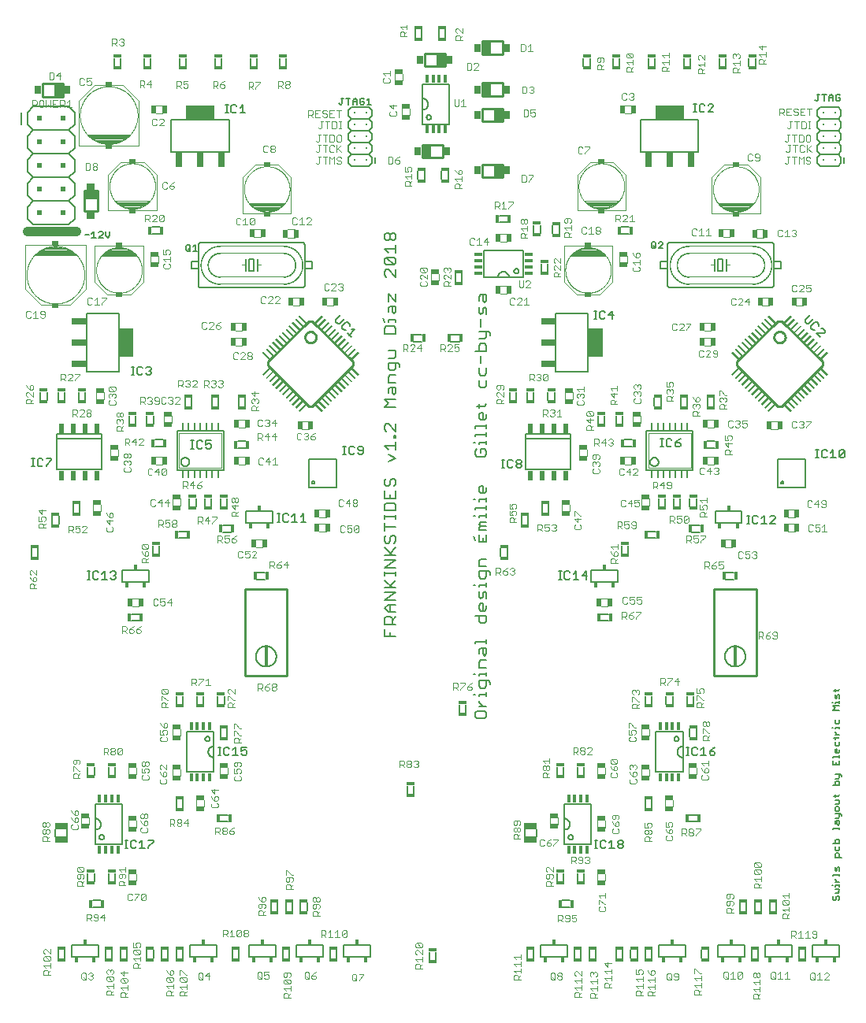
<source format=gto>
G75*
%MOIN*%
%OFA0B0*%
%FSLAX25Y25*%
%IPPOS*%
%LPD*%
%AMOC8*
5,1,8,0,0,1.08239X$1,22.5*
%
%ADD10C,0.00300*%
%ADD11C,0.00500*%
%ADD12C,0.00800*%
%ADD13C,0.04000*%
%ADD14C,0.01000*%
%ADD15R,0.00787X0.04134*%
%ADD16R,0.04134X0.00787*%
%ADD17C,0.00600*%
%ADD18C,0.00020*%
%ADD19C,0.00200*%
%ADD20C,0.00400*%
%ADD21R,0.01969X0.03740*%
%ADD22R,0.01000X0.01000*%
%ADD23R,0.00800X0.03300*%
%ADD24R,0.03400X0.01600*%
%ADD25R,0.01600X0.03400*%
%ADD26R,0.03740X0.01969*%
%ADD27R,0.01929X0.04331*%
%ADD28R,0.01800X0.02300*%
%ADD29R,0.02756X0.02165*%
%ADD30R,0.06000X0.12000*%
%ADD31R,0.06000X0.03000*%
%ADD32R,0.12000X0.06000*%
%ADD33R,0.03000X0.06000*%
%ADD34R,0.01181X0.03740*%
%ADD35R,0.01181X0.08268*%
%ADD36R,0.05512X0.02559*%
%ADD37R,0.02756X0.02362*%
%ADD38R,0.02953X0.03346*%
%ADD39R,0.03543X0.05315*%
%ADD40R,0.03346X0.02953*%
%ADD41R,0.05315X0.03543*%
%ADD42R,0.02000X0.02000*%
%ADD43R,0.03740X0.01181*%
D10*
X0012191Y0014253D02*
X0012191Y0015704D01*
X0012674Y0016188D01*
X0013642Y0016188D01*
X0014126Y0015704D01*
X0014126Y0014253D01*
X0015093Y0014253D02*
X0012191Y0014253D01*
X0014126Y0015221D02*
X0015093Y0016188D01*
X0015093Y0017200D02*
X0015093Y0019135D01*
X0015093Y0018167D02*
X0012191Y0018167D01*
X0013158Y0017200D01*
X0012674Y0020146D02*
X0012191Y0020630D01*
X0012191Y0021597D01*
X0012674Y0022081D01*
X0014609Y0020146D01*
X0015093Y0020630D01*
X0015093Y0021597D01*
X0014609Y0022081D01*
X0012674Y0022081D01*
X0012674Y0023093D02*
X0012191Y0023576D01*
X0012191Y0024544D01*
X0012674Y0025028D01*
X0013158Y0025028D01*
X0015093Y0023093D01*
X0015093Y0025028D01*
X0014609Y0020146D02*
X0012674Y0020146D01*
X0028139Y0014674D02*
X0028623Y0015158D01*
X0029591Y0015158D01*
X0030074Y0014674D01*
X0030074Y0012739D01*
X0029591Y0012255D01*
X0028623Y0012255D01*
X0028139Y0012739D01*
X0028139Y0014674D01*
X0029107Y0013223D02*
X0030074Y0012255D01*
X0031086Y0012739D02*
X0031570Y0012255D01*
X0032537Y0012255D01*
X0033021Y0012739D01*
X0033021Y0013223D01*
X0032537Y0013706D01*
X0032053Y0013706D01*
X0032537Y0013706D02*
X0033021Y0014190D01*
X0033021Y0014674D01*
X0032537Y0015158D01*
X0031570Y0015158D01*
X0031086Y0014674D01*
X0038766Y0015033D02*
X0038766Y0016001D01*
X0039249Y0016484D01*
X0039733Y0016484D01*
X0040217Y0016001D01*
X0040701Y0016484D01*
X0041184Y0016484D01*
X0041668Y0016001D01*
X0041668Y0015033D01*
X0041184Y0014549D01*
X0041184Y0013538D02*
X0041668Y0013054D01*
X0041668Y0012087D01*
X0041184Y0011603D01*
X0039249Y0013538D01*
X0041184Y0013538D01*
X0039249Y0013538D02*
X0038766Y0013054D01*
X0038766Y0012087D01*
X0039249Y0011603D01*
X0041184Y0011603D01*
X0041668Y0010591D02*
X0041668Y0008656D01*
X0041668Y0009624D02*
X0038766Y0009624D01*
X0039733Y0008656D01*
X0039249Y0007645D02*
X0040217Y0007645D01*
X0040701Y0007161D01*
X0040701Y0005710D01*
X0041668Y0005710D02*
X0038766Y0005710D01*
X0038766Y0007161D01*
X0039249Y0007645D01*
X0040701Y0006677D02*
X0041668Y0007645D01*
X0044741Y0006428D02*
X0045225Y0006912D01*
X0046192Y0006912D01*
X0046676Y0006428D01*
X0046676Y0004977D01*
X0046676Y0005944D02*
X0047644Y0006912D01*
X0047644Y0007923D02*
X0047644Y0009858D01*
X0047644Y0008891D02*
X0044741Y0008891D01*
X0045709Y0007923D01*
X0044741Y0006428D02*
X0044741Y0004977D01*
X0047644Y0004977D01*
X0047160Y0010870D02*
X0045225Y0010870D01*
X0044741Y0011354D01*
X0044741Y0012321D01*
X0045225Y0012805D01*
X0047160Y0010870D01*
X0047644Y0011354D01*
X0047644Y0012321D01*
X0047160Y0012805D01*
X0045225Y0012805D01*
X0046192Y0013816D02*
X0046192Y0015751D01*
X0044741Y0015268D02*
X0046192Y0013816D01*
X0044741Y0015268D02*
X0047644Y0015268D01*
X0050183Y0017107D02*
X0050183Y0018559D01*
X0050667Y0019042D01*
X0051634Y0019042D01*
X0052118Y0018559D01*
X0052118Y0017107D01*
X0053085Y0017107D02*
X0050183Y0017107D01*
X0052118Y0018075D02*
X0053085Y0019042D01*
X0053085Y0020054D02*
X0053085Y0021989D01*
X0053085Y0021021D02*
X0050183Y0021021D01*
X0051150Y0020054D01*
X0050667Y0023001D02*
X0050183Y0023484D01*
X0050183Y0024452D01*
X0050667Y0024935D01*
X0052602Y0023001D01*
X0053085Y0023484D01*
X0053085Y0024452D01*
X0052602Y0024935D01*
X0050667Y0024935D01*
X0050183Y0025947D02*
X0051634Y0025947D01*
X0051150Y0026915D01*
X0051150Y0027398D01*
X0051634Y0027882D01*
X0052602Y0027882D01*
X0053085Y0027398D01*
X0053085Y0026431D01*
X0052602Y0025947D01*
X0050183Y0025947D02*
X0050183Y0027882D01*
X0050667Y0023001D02*
X0052602Y0023001D01*
X0064120Y0016219D02*
X0064604Y0015251D01*
X0065571Y0014284D01*
X0065571Y0015735D01*
X0066055Y0016219D01*
X0066539Y0016219D01*
X0067022Y0015735D01*
X0067022Y0014767D01*
X0066539Y0014284D01*
X0065571Y0014284D01*
X0064604Y0013272D02*
X0066539Y0013272D01*
X0067022Y0012788D01*
X0067022Y0011821D01*
X0066539Y0011337D01*
X0064604Y0013272D01*
X0064120Y0012788D01*
X0064120Y0011821D01*
X0064604Y0011337D01*
X0066539Y0011337D01*
X0067022Y0010326D02*
X0067022Y0008391D01*
X0067022Y0009358D02*
X0064120Y0009358D01*
X0065087Y0008391D01*
X0064604Y0007379D02*
X0065571Y0007379D01*
X0066055Y0006895D01*
X0066055Y0005444D01*
X0067022Y0005444D02*
X0064120Y0005444D01*
X0064120Y0006895D01*
X0064604Y0007379D01*
X0066055Y0006412D02*
X0067022Y0007379D01*
X0069868Y0006846D02*
X0070352Y0007330D01*
X0071319Y0007330D01*
X0071803Y0006846D01*
X0071803Y0005395D01*
X0071803Y0006362D02*
X0072770Y0007330D01*
X0072770Y0008341D02*
X0072770Y0010276D01*
X0072770Y0009309D02*
X0069868Y0009309D01*
X0070835Y0008341D01*
X0069868Y0006846D02*
X0069868Y0005395D01*
X0072770Y0005395D01*
X0072287Y0011288D02*
X0070352Y0011288D01*
X0069868Y0011772D01*
X0069868Y0012739D01*
X0070352Y0013223D01*
X0072287Y0011288D01*
X0072770Y0011772D01*
X0072770Y0012739D01*
X0072287Y0013223D01*
X0070352Y0013223D01*
X0069868Y0014234D02*
X0069868Y0016169D01*
X0070352Y0016169D01*
X0072287Y0014234D01*
X0072770Y0014234D01*
X0077549Y0014674D02*
X0078032Y0015158D01*
X0079000Y0015158D01*
X0079484Y0014674D01*
X0079484Y0012739D01*
X0079000Y0012255D01*
X0078032Y0012255D01*
X0077549Y0012739D01*
X0077549Y0014674D01*
X0078516Y0013223D02*
X0079484Y0012255D01*
X0080495Y0013706D02*
X0082430Y0013706D01*
X0081946Y0012255D02*
X0081946Y0015158D01*
X0080495Y0013706D01*
X0087962Y0030395D02*
X0087962Y0033297D01*
X0089413Y0033297D01*
X0089897Y0032814D01*
X0089897Y0031846D01*
X0089413Y0031362D01*
X0087962Y0031362D01*
X0088930Y0031362D02*
X0089897Y0030395D01*
X0090909Y0030395D02*
X0092844Y0030395D01*
X0091876Y0030395D02*
X0091876Y0033297D01*
X0090909Y0032330D01*
X0093855Y0032814D02*
X0094339Y0033297D01*
X0095306Y0033297D01*
X0095790Y0032814D01*
X0093855Y0030879D01*
X0094339Y0030395D01*
X0095306Y0030395D01*
X0095790Y0030879D01*
X0095790Y0032814D01*
X0096802Y0032814D02*
X0096802Y0032330D01*
X0097285Y0031846D01*
X0098253Y0031846D01*
X0098737Y0031362D01*
X0098737Y0030879D01*
X0098253Y0030395D01*
X0097285Y0030395D01*
X0096802Y0030879D01*
X0096802Y0031362D01*
X0097285Y0031846D01*
X0098253Y0031846D02*
X0098737Y0032330D01*
X0098737Y0032814D01*
X0098253Y0033297D01*
X0097285Y0033297D01*
X0096802Y0032814D01*
X0093855Y0032814D02*
X0093855Y0030879D01*
X0102978Y0039420D02*
X0102978Y0040872D01*
X0103462Y0041355D01*
X0104429Y0041355D01*
X0104913Y0040872D01*
X0104913Y0039420D01*
X0105881Y0039420D02*
X0102978Y0039420D01*
X0104913Y0040388D02*
X0105881Y0041355D01*
X0105397Y0042367D02*
X0105881Y0042851D01*
X0105881Y0043818D01*
X0105397Y0044302D01*
X0103462Y0044302D01*
X0102978Y0043818D01*
X0102978Y0042851D01*
X0103462Y0042367D01*
X0103946Y0042367D01*
X0104429Y0042851D01*
X0104429Y0044302D01*
X0104429Y0045314D02*
X0104429Y0046765D01*
X0104913Y0047248D01*
X0105397Y0047248D01*
X0105881Y0046765D01*
X0105881Y0045797D01*
X0105397Y0045314D01*
X0104429Y0045314D01*
X0103462Y0046281D01*
X0102978Y0047248D01*
X0114666Y0050626D02*
X0114666Y0052077D01*
X0115150Y0052561D01*
X0116117Y0052561D01*
X0116601Y0052077D01*
X0116601Y0050626D01*
X0117569Y0050626D02*
X0114666Y0050626D01*
X0116601Y0051594D02*
X0117569Y0052561D01*
X0117085Y0053573D02*
X0117569Y0054056D01*
X0117569Y0055024D01*
X0117085Y0055508D01*
X0115150Y0055508D01*
X0114666Y0055024D01*
X0114666Y0054056D01*
X0115150Y0053573D01*
X0115634Y0053573D01*
X0116117Y0054056D01*
X0116117Y0055508D01*
X0117085Y0056519D02*
X0117569Y0056519D01*
X0117085Y0056519D02*
X0115150Y0058454D01*
X0114666Y0058454D01*
X0114666Y0056519D01*
X0126010Y0046607D02*
X0126493Y0047091D01*
X0126977Y0047091D01*
X0127461Y0046607D01*
X0127461Y0045640D01*
X0126977Y0045156D01*
X0126493Y0045156D01*
X0126010Y0045640D01*
X0126010Y0046607D01*
X0127461Y0046607D02*
X0127945Y0047091D01*
X0128428Y0047091D01*
X0128912Y0046607D01*
X0128912Y0045640D01*
X0128428Y0045156D01*
X0127945Y0045156D01*
X0127461Y0045640D01*
X0127461Y0044144D02*
X0127461Y0042693D01*
X0126977Y0042210D01*
X0126493Y0042210D01*
X0126010Y0042693D01*
X0126010Y0043661D01*
X0126493Y0044144D01*
X0128428Y0044144D01*
X0128912Y0043661D01*
X0128912Y0042693D01*
X0128428Y0042210D01*
X0128912Y0041198D02*
X0127945Y0040230D01*
X0127945Y0040714D02*
X0127945Y0039263D01*
X0128912Y0039263D02*
X0126010Y0039263D01*
X0126010Y0040714D01*
X0126493Y0041198D01*
X0127461Y0041198D01*
X0127945Y0040714D01*
X0129606Y0033101D02*
X0131057Y0033101D01*
X0131541Y0032617D01*
X0131541Y0031649D01*
X0131057Y0031166D01*
X0129606Y0031166D01*
X0130573Y0031166D02*
X0131541Y0030198D01*
X0132552Y0030198D02*
X0134487Y0030198D01*
X0133520Y0030198D02*
X0133520Y0033101D01*
X0132552Y0032133D01*
X0135499Y0032133D02*
X0136466Y0033101D01*
X0136466Y0030198D01*
X0135499Y0030198D02*
X0137434Y0030198D01*
X0138445Y0030682D02*
X0140380Y0032617D01*
X0140380Y0030682D01*
X0139897Y0030198D01*
X0138929Y0030198D01*
X0138445Y0030682D01*
X0138445Y0032617D01*
X0138929Y0033101D01*
X0139897Y0033101D01*
X0140380Y0032617D01*
X0129606Y0033101D02*
X0129606Y0030198D01*
X0127430Y0015354D02*
X0126463Y0014871D01*
X0125495Y0013903D01*
X0126946Y0013903D01*
X0127430Y0013419D01*
X0127430Y0012936D01*
X0126946Y0012452D01*
X0125979Y0012452D01*
X0125495Y0012936D01*
X0125495Y0013903D01*
X0124484Y0012936D02*
X0124000Y0012452D01*
X0123032Y0012452D01*
X0122549Y0012936D01*
X0122549Y0014871D01*
X0123032Y0015354D01*
X0124000Y0015354D01*
X0124484Y0014871D01*
X0124484Y0012936D01*
X0124484Y0012452D02*
X0123516Y0013419D01*
X0116581Y0013828D02*
X0116581Y0014795D01*
X0116097Y0015279D01*
X0114162Y0015279D01*
X0113678Y0014795D01*
X0113678Y0013828D01*
X0114162Y0013344D01*
X0114646Y0013344D01*
X0115129Y0013828D01*
X0115129Y0015279D01*
X0116581Y0013828D02*
X0116097Y0013344D01*
X0116097Y0012332D02*
X0114162Y0012332D01*
X0116097Y0010398D01*
X0116581Y0010881D01*
X0116581Y0011849D01*
X0116097Y0012332D01*
X0116097Y0010398D02*
X0114162Y0010398D01*
X0113678Y0010881D01*
X0113678Y0011849D01*
X0114162Y0012332D01*
X0116581Y0009386D02*
X0116581Y0007451D01*
X0116581Y0008418D02*
X0113678Y0008418D01*
X0114646Y0007451D01*
X0115129Y0006439D02*
X0115613Y0005956D01*
X0115613Y0004504D01*
X0116581Y0004504D02*
X0113678Y0004504D01*
X0113678Y0005956D01*
X0114162Y0006439D01*
X0115129Y0006439D01*
X0115613Y0005472D02*
X0116581Y0006439D01*
X0107430Y0012936D02*
X0106946Y0012452D01*
X0105979Y0012452D01*
X0105495Y0012936D01*
X0105495Y0013903D02*
X0106463Y0014387D01*
X0106946Y0014387D01*
X0107430Y0013903D01*
X0107430Y0012936D01*
X0105495Y0013903D02*
X0105495Y0015354D01*
X0107430Y0015354D01*
X0104484Y0014871D02*
X0104484Y0012936D01*
X0104000Y0012452D01*
X0103032Y0012452D01*
X0102549Y0012936D01*
X0102549Y0014871D01*
X0103032Y0015354D01*
X0104000Y0015354D01*
X0104484Y0014871D01*
X0103516Y0013419D02*
X0104484Y0012452D01*
X0142605Y0012236D02*
X0143089Y0011752D01*
X0144057Y0011752D01*
X0144540Y0012236D01*
X0144540Y0014171D01*
X0144057Y0014654D01*
X0143089Y0014654D01*
X0142605Y0014171D01*
X0142605Y0012236D01*
X0143573Y0012719D02*
X0144540Y0011752D01*
X0145552Y0011752D02*
X0145552Y0012236D01*
X0147487Y0014171D01*
X0147487Y0014654D01*
X0145552Y0014654D01*
X0169435Y0016970D02*
X0169435Y0018421D01*
X0169919Y0018905D01*
X0170886Y0018905D01*
X0171370Y0018421D01*
X0171370Y0016970D01*
X0171370Y0017937D02*
X0172337Y0018905D01*
X0172337Y0019916D02*
X0172337Y0021851D01*
X0172337Y0020884D02*
X0169435Y0020884D01*
X0170402Y0019916D01*
X0169919Y0022863D02*
X0169435Y0023346D01*
X0169435Y0024314D01*
X0169919Y0024798D01*
X0170402Y0024798D01*
X0172337Y0022863D01*
X0172337Y0024798D01*
X0171854Y0025809D02*
X0169919Y0027744D01*
X0171854Y0027744D01*
X0172337Y0027260D01*
X0172337Y0026293D01*
X0171854Y0025809D01*
X0169919Y0025809D01*
X0169435Y0026293D01*
X0169435Y0027260D01*
X0169919Y0027744D01*
X0169435Y0016970D02*
X0172337Y0016970D01*
X0211010Y0016002D02*
X0213912Y0016002D01*
X0213912Y0016969D02*
X0213912Y0015034D01*
X0213912Y0014023D02*
X0212945Y0013055D01*
X0212945Y0013539D02*
X0212945Y0012088D01*
X0213912Y0012088D02*
X0211010Y0012088D01*
X0211010Y0013539D01*
X0211493Y0014023D01*
X0212461Y0014023D01*
X0212945Y0013539D01*
X0211977Y0015034D02*
X0211010Y0016002D01*
X0211977Y0017981D02*
X0211010Y0018948D01*
X0213912Y0018948D01*
X0213912Y0017981D02*
X0213912Y0019916D01*
X0213912Y0020927D02*
X0213912Y0022862D01*
X0213912Y0021895D02*
X0211010Y0021895D01*
X0211977Y0020927D01*
X0226564Y0014674D02*
X0227048Y0015158D01*
X0228016Y0015158D01*
X0228499Y0014674D01*
X0228499Y0012739D01*
X0228016Y0012255D01*
X0227048Y0012255D01*
X0226564Y0012739D01*
X0226564Y0014674D01*
X0227532Y0013223D02*
X0228499Y0012255D01*
X0229511Y0012739D02*
X0229995Y0012255D01*
X0230962Y0012255D01*
X0231446Y0012739D01*
X0231446Y0013223D01*
X0230962Y0013706D01*
X0229995Y0013706D01*
X0229511Y0014190D01*
X0229511Y0014674D01*
X0229995Y0015158D01*
X0230962Y0015158D01*
X0231446Y0014674D01*
X0231446Y0014190D01*
X0230962Y0013706D01*
X0229995Y0013706D02*
X0229511Y0013223D01*
X0229511Y0012739D01*
X0236797Y0011783D02*
X0239700Y0011783D01*
X0239700Y0012750D02*
X0239700Y0010815D01*
X0239700Y0009804D02*
X0239700Y0007869D01*
X0239700Y0008836D02*
X0236797Y0008836D01*
X0237765Y0007869D01*
X0238248Y0006857D02*
X0238732Y0006374D01*
X0238732Y0004922D01*
X0239700Y0004922D02*
X0236797Y0004922D01*
X0236797Y0006374D01*
X0237281Y0006857D01*
X0238248Y0006857D01*
X0238732Y0005890D02*
X0239700Y0006857D01*
X0243363Y0006034D02*
X0243847Y0006518D01*
X0244814Y0006518D01*
X0245298Y0006034D01*
X0245298Y0004583D01*
X0246266Y0004583D02*
X0243363Y0004583D01*
X0243363Y0006034D01*
X0244331Y0007530D02*
X0243363Y0008497D01*
X0246266Y0008497D01*
X0246266Y0007530D02*
X0246266Y0009465D01*
X0246266Y0010476D02*
X0246266Y0012411D01*
X0246266Y0011444D02*
X0243363Y0011444D01*
X0244331Y0010476D01*
X0243847Y0013423D02*
X0243363Y0013907D01*
X0243363Y0014874D01*
X0243847Y0015358D01*
X0244331Y0015358D01*
X0244814Y0014874D01*
X0245298Y0015358D01*
X0245782Y0015358D01*
X0246266Y0014874D01*
X0246266Y0013907D01*
X0245782Y0013423D01*
X0244814Y0014390D02*
X0244814Y0014874D01*
X0239700Y0015697D02*
X0239700Y0013762D01*
X0237765Y0015697D01*
X0237281Y0015697D01*
X0236797Y0015213D01*
X0236797Y0014246D01*
X0237281Y0013762D01*
X0236797Y0011783D02*
X0237765Y0010815D01*
X0245298Y0005551D02*
X0246266Y0006518D01*
X0249395Y0008840D02*
X0249395Y0010291D01*
X0249879Y0010775D01*
X0250847Y0010775D01*
X0251330Y0010291D01*
X0251330Y0008840D01*
X0251330Y0009807D02*
X0252298Y0010775D01*
X0252298Y0011786D02*
X0252298Y0013721D01*
X0252298Y0012754D02*
X0249395Y0012754D01*
X0250363Y0011786D01*
X0250363Y0014733D02*
X0249395Y0015700D01*
X0252298Y0015700D01*
X0252298Y0014733D02*
X0252298Y0016668D01*
X0250847Y0017679D02*
X0250847Y0019614D01*
X0252298Y0019131D02*
X0249395Y0019131D01*
X0250847Y0017679D01*
X0252298Y0008840D02*
X0249395Y0008840D01*
X0262742Y0009555D02*
X0265644Y0009555D01*
X0265644Y0010522D02*
X0265644Y0008587D01*
X0265644Y0007576D02*
X0264677Y0006608D01*
X0264677Y0007092D02*
X0264677Y0005641D01*
X0265644Y0005641D02*
X0262742Y0005641D01*
X0262742Y0007092D01*
X0263226Y0007576D01*
X0264193Y0007576D01*
X0264677Y0007092D01*
X0263709Y0008587D02*
X0262742Y0009555D01*
X0263709Y0011534D02*
X0262742Y0012501D01*
X0265644Y0012501D01*
X0265644Y0011534D02*
X0265644Y0013469D01*
X0265161Y0014480D02*
X0265644Y0014964D01*
X0265644Y0015932D01*
X0265161Y0016415D01*
X0264193Y0016415D01*
X0263709Y0015932D01*
X0263709Y0015448D01*
X0264193Y0014480D01*
X0262742Y0014480D01*
X0262742Y0016415D01*
X0267703Y0016169D02*
X0268186Y0015202D01*
X0269154Y0014234D01*
X0269154Y0015686D01*
X0269638Y0016169D01*
X0270121Y0016169D01*
X0270605Y0015686D01*
X0270605Y0014718D01*
X0270121Y0014234D01*
X0269154Y0014234D01*
X0270605Y0013223D02*
X0270605Y0011288D01*
X0270605Y0012255D02*
X0267703Y0012255D01*
X0268670Y0011288D01*
X0270605Y0010276D02*
X0270605Y0008341D01*
X0270605Y0009309D02*
X0267703Y0009309D01*
X0268670Y0008341D01*
X0268186Y0007330D02*
X0269154Y0007330D01*
X0269638Y0006846D01*
X0269638Y0005395D01*
X0270605Y0005395D02*
X0267703Y0005395D01*
X0267703Y0006846D01*
X0268186Y0007330D01*
X0269638Y0006362D02*
X0270605Y0007330D01*
X0275777Y0012542D02*
X0276261Y0012058D01*
X0277228Y0012058D01*
X0277712Y0012542D01*
X0277712Y0014477D01*
X0277228Y0014961D01*
X0276261Y0014961D01*
X0275777Y0014477D01*
X0275777Y0012542D01*
X0276745Y0013026D02*
X0277712Y0012058D01*
X0278724Y0012542D02*
X0279207Y0012058D01*
X0280175Y0012058D01*
X0280659Y0012542D01*
X0280659Y0014477D01*
X0280175Y0014961D01*
X0279207Y0014961D01*
X0278724Y0014477D01*
X0278724Y0013993D01*
X0279207Y0013509D01*
X0280659Y0013509D01*
X0287388Y0012777D02*
X0290290Y0012777D01*
X0290290Y0011810D02*
X0290290Y0013745D01*
X0290290Y0014756D02*
X0289806Y0014756D01*
X0287871Y0016691D01*
X0287388Y0016691D01*
X0287388Y0014756D01*
X0287388Y0012777D02*
X0288355Y0011810D01*
X0290290Y0010798D02*
X0290290Y0008863D01*
X0290290Y0009831D02*
X0287388Y0009831D01*
X0288355Y0008863D01*
X0287871Y0007852D02*
X0288839Y0007852D01*
X0289323Y0007368D01*
X0289323Y0005917D01*
X0289323Y0006884D02*
X0290290Y0007852D01*
X0290290Y0005917D02*
X0287388Y0005917D01*
X0287388Y0007368D01*
X0287871Y0007852D01*
X0299793Y0013133D02*
X0300277Y0012649D01*
X0301244Y0012649D01*
X0301728Y0013133D01*
X0301728Y0015068D01*
X0301244Y0015551D01*
X0300277Y0015551D01*
X0299793Y0015068D01*
X0299793Y0013133D01*
X0300760Y0013616D02*
X0301728Y0012649D01*
X0302739Y0012649D02*
X0304674Y0012649D01*
X0303707Y0012649D02*
X0303707Y0015551D01*
X0302739Y0014584D01*
X0305686Y0015068D02*
X0306170Y0015551D01*
X0307137Y0015551D01*
X0307621Y0015068D01*
X0305686Y0013133D01*
X0306170Y0012649D01*
X0307137Y0012649D01*
X0307621Y0013133D01*
X0307621Y0015068D01*
X0305686Y0015068D02*
X0305686Y0013133D01*
X0312300Y0013631D02*
X0312300Y0014598D01*
X0312784Y0015082D01*
X0313268Y0015082D01*
X0313751Y0014598D01*
X0313751Y0013631D01*
X0313268Y0013147D01*
X0312784Y0013147D01*
X0312300Y0013631D01*
X0313751Y0013631D02*
X0314235Y0013147D01*
X0314719Y0013147D01*
X0315203Y0013631D01*
X0315203Y0014598D01*
X0314719Y0015082D01*
X0314235Y0015082D01*
X0313751Y0014598D01*
X0315203Y0012136D02*
X0315203Y0010201D01*
X0315203Y0011168D02*
X0312300Y0011168D01*
X0313268Y0010201D01*
X0315203Y0009189D02*
X0315203Y0007254D01*
X0315203Y0008222D02*
X0312300Y0008222D01*
X0313268Y0007254D01*
X0313751Y0006243D02*
X0314235Y0005759D01*
X0314235Y0004308D01*
X0314235Y0005275D02*
X0315203Y0006243D01*
X0313751Y0006243D02*
X0312784Y0006243D01*
X0312300Y0005759D01*
X0312300Y0004308D01*
X0315203Y0004308D01*
X0320277Y0012452D02*
X0319793Y0012936D01*
X0319793Y0014871D01*
X0320277Y0015354D01*
X0321244Y0015354D01*
X0321728Y0014871D01*
X0321728Y0012936D01*
X0321244Y0012452D01*
X0320277Y0012452D01*
X0320760Y0013419D02*
X0321728Y0012452D01*
X0322739Y0012452D02*
X0324674Y0012452D01*
X0323707Y0012452D02*
X0323707Y0015354D01*
X0322739Y0014387D01*
X0325686Y0014387D02*
X0326653Y0015354D01*
X0326653Y0012452D01*
X0325686Y0012452D02*
X0327621Y0012452D01*
X0336509Y0012629D02*
X0336993Y0012146D01*
X0337961Y0012146D01*
X0338444Y0012629D01*
X0338444Y0014564D01*
X0337961Y0015048D01*
X0336993Y0015048D01*
X0336509Y0014564D01*
X0336509Y0012629D01*
X0337477Y0013113D02*
X0338444Y0012146D01*
X0339456Y0012146D02*
X0341391Y0012146D01*
X0340423Y0012146D02*
X0340423Y0015048D01*
X0339456Y0014081D01*
X0342402Y0014564D02*
X0342886Y0015048D01*
X0343854Y0015048D01*
X0344337Y0014564D01*
X0344337Y0014081D01*
X0342402Y0012146D01*
X0344337Y0012146D01*
X0338716Y0030001D02*
X0337748Y0030001D01*
X0337264Y0030485D01*
X0337748Y0031452D02*
X0339199Y0031452D01*
X0339199Y0030485D02*
X0339199Y0032420D01*
X0338716Y0032904D01*
X0337748Y0032904D01*
X0337264Y0032420D01*
X0337264Y0031936D01*
X0337748Y0031452D01*
X0339199Y0030485D02*
X0338716Y0030001D01*
X0336253Y0030001D02*
X0334318Y0030001D01*
X0335285Y0030001D02*
X0335285Y0032904D01*
X0334318Y0031936D01*
X0333306Y0030001D02*
X0331371Y0030001D01*
X0332339Y0030001D02*
X0332339Y0032904D01*
X0331371Y0031936D01*
X0330360Y0031452D02*
X0329876Y0030969D01*
X0328425Y0030969D01*
X0329392Y0030969D02*
X0330360Y0030001D01*
X0330360Y0031452D02*
X0330360Y0032420D01*
X0329876Y0032904D01*
X0328425Y0032904D01*
X0328425Y0030001D01*
X0327534Y0038082D02*
X0324632Y0038082D01*
X0324632Y0039533D01*
X0325115Y0040017D01*
X0326083Y0040017D01*
X0326567Y0039533D01*
X0326567Y0038082D01*
X0326567Y0039049D02*
X0327534Y0040017D01*
X0327534Y0041028D02*
X0327534Y0042963D01*
X0327534Y0041996D02*
X0324632Y0041996D01*
X0325599Y0041028D01*
X0325115Y0043975D02*
X0324632Y0044459D01*
X0324632Y0045426D01*
X0325115Y0045910D01*
X0327050Y0043975D01*
X0327534Y0044459D01*
X0327534Y0045426D01*
X0327050Y0045910D01*
X0325115Y0045910D01*
X0325599Y0046921D02*
X0324632Y0047889D01*
X0327534Y0047889D01*
X0327534Y0048856D02*
X0327534Y0046921D01*
X0327050Y0043975D02*
X0325115Y0043975D01*
X0315600Y0051020D02*
X0312698Y0051020D01*
X0312698Y0052471D01*
X0313181Y0052955D01*
X0314149Y0052955D01*
X0314633Y0052471D01*
X0314633Y0051020D01*
X0314633Y0051987D02*
X0315600Y0052955D01*
X0315600Y0053966D02*
X0315600Y0055901D01*
X0315600Y0054934D02*
X0312698Y0054934D01*
X0313665Y0053966D01*
X0313181Y0056913D02*
X0312698Y0057397D01*
X0312698Y0058364D01*
X0313181Y0058848D01*
X0315116Y0056913D01*
X0315600Y0057397D01*
X0315600Y0058364D01*
X0315116Y0058848D01*
X0313181Y0058848D01*
X0313181Y0059859D02*
X0312698Y0060343D01*
X0312698Y0061311D01*
X0313181Y0061794D01*
X0315116Y0059859D01*
X0315600Y0060343D01*
X0315600Y0061311D01*
X0315116Y0061794D01*
X0313181Y0061794D01*
X0313181Y0059859D02*
X0315116Y0059859D01*
X0315116Y0056913D02*
X0313181Y0056913D01*
X0303912Y0047946D02*
X0303428Y0048430D01*
X0301493Y0048430D01*
X0301010Y0047946D01*
X0301010Y0046978D01*
X0301493Y0046495D01*
X0301977Y0046495D01*
X0302461Y0046978D01*
X0302461Y0048430D01*
X0303912Y0047946D02*
X0303912Y0046978D01*
X0303428Y0046495D01*
X0303428Y0045483D02*
X0301493Y0045483D01*
X0301010Y0044999D01*
X0301010Y0044032D01*
X0301493Y0043548D01*
X0301977Y0043548D01*
X0302461Y0044032D01*
X0302461Y0045483D01*
X0303428Y0045483D02*
X0303912Y0044999D01*
X0303912Y0044032D01*
X0303428Y0043548D01*
X0303912Y0042537D02*
X0302945Y0041569D01*
X0302945Y0042053D02*
X0302945Y0040602D01*
X0303912Y0040602D02*
X0301010Y0040602D01*
X0301010Y0042053D01*
X0301493Y0042537D01*
X0302461Y0042537D01*
X0302945Y0042053D01*
X0277721Y0071083D02*
X0278205Y0071567D01*
X0278205Y0072534D01*
X0277721Y0073018D01*
X0277721Y0074029D02*
X0278205Y0074513D01*
X0278205Y0075481D01*
X0277721Y0075964D01*
X0277237Y0075964D01*
X0276753Y0075481D01*
X0276753Y0074029D01*
X0277721Y0074029D01*
X0276753Y0074029D02*
X0275786Y0074997D01*
X0275302Y0075964D01*
X0275302Y0076976D02*
X0276753Y0076976D01*
X0276270Y0077943D01*
X0276270Y0078427D01*
X0276753Y0078911D01*
X0277721Y0078911D01*
X0278205Y0078427D01*
X0278205Y0077460D01*
X0277721Y0076976D01*
X0275302Y0076976D02*
X0275302Y0078911D01*
X0275786Y0073018D02*
X0275302Y0072534D01*
X0275302Y0071567D01*
X0275786Y0071083D01*
X0277721Y0071083D01*
X0282106Y0073141D02*
X0282106Y0076043D01*
X0283557Y0076043D01*
X0284041Y0075560D01*
X0284041Y0074592D01*
X0283557Y0074108D01*
X0282106Y0074108D01*
X0283073Y0074108D02*
X0284041Y0073141D01*
X0285052Y0073625D02*
X0285052Y0074108D01*
X0285536Y0074592D01*
X0286504Y0074592D01*
X0286987Y0074108D01*
X0286987Y0073625D01*
X0286504Y0073141D01*
X0285536Y0073141D01*
X0285052Y0073625D01*
X0285536Y0074592D02*
X0285052Y0075076D01*
X0285052Y0075560D01*
X0285536Y0076043D01*
X0286504Y0076043D01*
X0286987Y0075560D01*
X0286987Y0075076D01*
X0286504Y0074592D01*
X0287999Y0073625D02*
X0287999Y0073141D01*
X0287999Y0073625D02*
X0289934Y0075560D01*
X0289934Y0076043D01*
X0287999Y0076043D01*
X0269356Y0075166D02*
X0269356Y0074198D01*
X0268872Y0073714D01*
X0268389Y0073714D01*
X0267905Y0074198D01*
X0267905Y0075166D01*
X0268389Y0075649D01*
X0268872Y0075649D01*
X0269356Y0075166D01*
X0267905Y0075166D02*
X0267421Y0075649D01*
X0266937Y0075649D01*
X0266454Y0075166D01*
X0266454Y0074198D01*
X0266937Y0073714D01*
X0267421Y0073714D01*
X0267905Y0074198D01*
X0267905Y0072703D02*
X0268389Y0072219D01*
X0268389Y0070768D01*
X0269356Y0070768D02*
X0266454Y0070768D01*
X0266454Y0072219D01*
X0266937Y0072703D01*
X0267905Y0072703D01*
X0268389Y0071735D02*
X0269356Y0072703D01*
X0268872Y0076661D02*
X0269356Y0077145D01*
X0269356Y0078112D01*
X0268872Y0078596D01*
X0267905Y0078596D01*
X0267421Y0078112D01*
X0267421Y0077628D01*
X0267905Y0076661D01*
X0266454Y0076661D01*
X0266454Y0078596D01*
X0255526Y0078572D02*
X0255043Y0079056D01*
X0254559Y0079056D01*
X0254075Y0078572D01*
X0254075Y0077121D01*
X0255043Y0077121D01*
X0255526Y0077605D01*
X0255526Y0078572D01*
X0255043Y0080067D02*
X0255526Y0080551D01*
X0255526Y0081519D01*
X0255043Y0082002D01*
X0253108Y0082002D01*
X0252624Y0081519D01*
X0252624Y0080551D01*
X0253108Y0080067D01*
X0253591Y0080067D01*
X0254075Y0080551D01*
X0254075Y0082002D01*
X0252624Y0079056D02*
X0253108Y0078088D01*
X0254075Y0077121D01*
X0253108Y0076109D02*
X0252624Y0075626D01*
X0252624Y0074658D01*
X0253108Y0074174D01*
X0255043Y0074174D01*
X0255526Y0074658D01*
X0255526Y0075626D01*
X0255043Y0076109D01*
X0243132Y0063826D02*
X0243132Y0063342D01*
X0242648Y0062859D01*
X0243132Y0062375D01*
X0243132Y0061891D01*
X0242648Y0061407D01*
X0241680Y0061407D01*
X0241197Y0061891D01*
X0240185Y0061891D02*
X0240185Y0063826D01*
X0239701Y0064310D01*
X0238734Y0064310D01*
X0238250Y0063826D01*
X0238250Y0063342D01*
X0238734Y0062859D01*
X0240185Y0062859D01*
X0240185Y0061891D02*
X0239701Y0061407D01*
X0238734Y0061407D01*
X0238250Y0061891D01*
X0237239Y0061407D02*
X0236271Y0062375D01*
X0236755Y0062375D02*
X0235304Y0062375D01*
X0235304Y0061407D02*
X0235304Y0064310D01*
X0236755Y0064310D01*
X0237239Y0063826D01*
X0237239Y0062859D01*
X0236755Y0062375D01*
X0241197Y0063826D02*
X0241680Y0064310D01*
X0242648Y0064310D01*
X0243132Y0063826D01*
X0242648Y0062859D02*
X0242164Y0062859D01*
X0246887Y0047943D02*
X0249789Y0047943D01*
X0249789Y0046976D02*
X0249789Y0048911D01*
X0247854Y0046976D02*
X0246887Y0047943D01*
X0246887Y0045964D02*
X0247371Y0045964D01*
X0249306Y0044029D01*
X0249789Y0044029D01*
X0249306Y0043018D02*
X0249789Y0042534D01*
X0249789Y0041567D01*
X0249306Y0041083D01*
X0247371Y0041083D01*
X0246887Y0041567D01*
X0246887Y0042534D01*
X0247371Y0043018D01*
X0246887Y0044029D02*
X0246887Y0045964D01*
X0237531Y0039615D02*
X0235596Y0039615D01*
X0235596Y0038164D01*
X0236564Y0038648D01*
X0237048Y0038648D01*
X0237531Y0038164D01*
X0237531Y0037196D01*
X0237048Y0036713D01*
X0236080Y0036713D01*
X0235596Y0037196D01*
X0234585Y0037196D02*
X0234585Y0039131D01*
X0234101Y0039615D01*
X0233134Y0039615D01*
X0232650Y0039131D01*
X0232650Y0038648D01*
X0233134Y0038164D01*
X0234585Y0038164D01*
X0234585Y0037196D02*
X0234101Y0036713D01*
X0233134Y0036713D01*
X0232650Y0037196D01*
X0231638Y0036713D02*
X0230671Y0037680D01*
X0231155Y0037680D02*
X0229703Y0037680D01*
X0229703Y0036713D02*
X0229703Y0039615D01*
X0231155Y0039615D01*
X0231638Y0039131D01*
X0231638Y0038164D01*
X0231155Y0037680D01*
X0227633Y0052009D02*
X0224730Y0052009D01*
X0224730Y0053460D01*
X0225214Y0053944D01*
X0226181Y0053944D01*
X0226665Y0053460D01*
X0226665Y0052009D01*
X0226665Y0052977D02*
X0227633Y0053944D01*
X0227149Y0054956D02*
X0227633Y0055439D01*
X0227633Y0056407D01*
X0227149Y0056891D01*
X0225214Y0056891D01*
X0224730Y0056407D01*
X0224730Y0055439D01*
X0225214Y0054956D01*
X0225698Y0054956D01*
X0226181Y0055439D01*
X0226181Y0056891D01*
X0225214Y0057902D02*
X0224730Y0058386D01*
X0224730Y0059353D01*
X0225214Y0059837D01*
X0225698Y0059837D01*
X0227633Y0057902D01*
X0227633Y0059837D01*
X0227840Y0068750D02*
X0227840Y0069234D01*
X0229775Y0071169D01*
X0229775Y0071652D01*
X0227840Y0071652D01*
X0226829Y0071652D02*
X0225861Y0071169D01*
X0224894Y0070201D01*
X0226345Y0070201D01*
X0226829Y0069717D01*
X0226829Y0069234D01*
X0226345Y0068750D01*
X0225378Y0068750D01*
X0224894Y0069234D01*
X0224894Y0070201D01*
X0223882Y0069234D02*
X0223399Y0068750D01*
X0222431Y0068750D01*
X0221947Y0069234D01*
X0221947Y0071169D01*
X0222431Y0071652D01*
X0223399Y0071652D01*
X0223882Y0071169D01*
X0213844Y0071762D02*
X0210942Y0071762D01*
X0210942Y0073213D01*
X0211426Y0073697D01*
X0212393Y0073697D01*
X0212877Y0073213D01*
X0212877Y0071762D01*
X0212877Y0072730D02*
X0213844Y0073697D01*
X0213361Y0074709D02*
X0212877Y0074709D01*
X0212393Y0075192D01*
X0212393Y0076160D01*
X0212877Y0076644D01*
X0213361Y0076644D01*
X0213844Y0076160D01*
X0213844Y0075192D01*
X0213361Y0074709D01*
X0212393Y0075192D02*
X0211909Y0074709D01*
X0211426Y0074709D01*
X0210942Y0075192D01*
X0210942Y0076160D01*
X0211426Y0076644D01*
X0211909Y0076644D01*
X0212393Y0076160D01*
X0211909Y0077655D02*
X0212393Y0078139D01*
X0212393Y0079590D01*
X0211426Y0079590D02*
X0210942Y0079106D01*
X0210942Y0078139D01*
X0211426Y0077655D01*
X0211909Y0077655D01*
X0213361Y0077655D02*
X0213844Y0078139D01*
X0213844Y0079106D01*
X0213361Y0079590D01*
X0211426Y0079590D01*
X0223254Y0097865D02*
X0223254Y0099317D01*
X0223737Y0099800D01*
X0224705Y0099800D01*
X0225189Y0099317D01*
X0225189Y0097865D01*
X0226156Y0097865D02*
X0223254Y0097865D01*
X0225189Y0098833D02*
X0226156Y0099800D01*
X0225672Y0100812D02*
X0225189Y0100812D01*
X0224705Y0101296D01*
X0224705Y0102263D01*
X0225189Y0102747D01*
X0225672Y0102747D01*
X0226156Y0102263D01*
X0226156Y0101296D01*
X0225672Y0100812D01*
X0224705Y0101296D02*
X0224221Y0100812D01*
X0223737Y0100812D01*
X0223254Y0101296D01*
X0223254Y0102263D01*
X0223737Y0102747D01*
X0224221Y0102747D01*
X0224705Y0102263D01*
X0224221Y0103758D02*
X0223254Y0104726D01*
X0226156Y0104726D01*
X0226156Y0105693D02*
X0226156Y0103758D01*
X0236219Y0107628D02*
X0236219Y0110530D01*
X0237670Y0110530D01*
X0238154Y0110047D01*
X0238154Y0109079D01*
X0237670Y0108595D01*
X0236219Y0108595D01*
X0237187Y0108595D02*
X0238154Y0107628D01*
X0239166Y0108112D02*
X0239166Y0108595D01*
X0239649Y0109079D01*
X0240617Y0109079D01*
X0241101Y0108595D01*
X0241101Y0108112D01*
X0240617Y0107628D01*
X0239649Y0107628D01*
X0239166Y0108112D01*
X0239649Y0109079D02*
X0239166Y0109563D01*
X0239166Y0110047D01*
X0239649Y0110530D01*
X0240617Y0110530D01*
X0241101Y0110047D01*
X0241101Y0109563D01*
X0240617Y0109079D01*
X0242112Y0110047D02*
X0242596Y0110530D01*
X0243563Y0110530D01*
X0244047Y0110047D01*
X0244047Y0109563D01*
X0242112Y0107628D01*
X0244047Y0107628D01*
X0251887Y0105110D02*
X0252371Y0105594D01*
X0254306Y0103659D01*
X0254789Y0104143D01*
X0254789Y0105110D01*
X0254306Y0105594D01*
X0252371Y0105594D01*
X0251887Y0105110D02*
X0251887Y0104143D01*
X0252371Y0103659D01*
X0254306Y0103659D01*
X0254306Y0102647D02*
X0253822Y0102647D01*
X0253338Y0102164D01*
X0253338Y0100712D01*
X0254306Y0100712D01*
X0254789Y0101196D01*
X0254789Y0102164D01*
X0254306Y0102647D01*
X0252371Y0101680D02*
X0253338Y0100712D01*
X0252371Y0101680D02*
X0251887Y0102647D01*
X0252371Y0099701D02*
X0251887Y0099217D01*
X0251887Y0098250D01*
X0252371Y0097766D01*
X0254306Y0097766D01*
X0254789Y0098250D01*
X0254789Y0099217D01*
X0254306Y0099701D01*
X0260046Y0100187D02*
X0260530Y0099219D01*
X0261498Y0098252D01*
X0261498Y0099703D01*
X0261981Y0100187D01*
X0262465Y0100187D01*
X0262949Y0099703D01*
X0262949Y0098736D01*
X0262465Y0098252D01*
X0261498Y0098252D01*
X0262465Y0097240D02*
X0262949Y0096757D01*
X0262949Y0095789D01*
X0262465Y0095305D01*
X0260530Y0095305D01*
X0260046Y0095789D01*
X0260046Y0096757D01*
X0260530Y0097240D01*
X0260530Y0101198D02*
X0260046Y0101682D01*
X0260046Y0102650D01*
X0260530Y0103133D01*
X0261014Y0103133D01*
X0261498Y0102650D01*
X0261981Y0103133D01*
X0262465Y0103133D01*
X0262949Y0102650D01*
X0262949Y0101682D01*
X0262465Y0101198D01*
X0261498Y0102166D02*
X0261498Y0102650D01*
X0262150Y0113022D02*
X0262634Y0113506D01*
X0262634Y0114473D01*
X0262150Y0114957D01*
X0262150Y0115968D02*
X0262634Y0116452D01*
X0262634Y0117420D01*
X0262150Y0117903D01*
X0261183Y0117903D01*
X0260699Y0117420D01*
X0260699Y0116936D01*
X0261183Y0115968D01*
X0259731Y0115968D01*
X0259731Y0117903D01*
X0259731Y0118915D02*
X0259731Y0120850D01*
X0260215Y0120850D01*
X0262150Y0118915D01*
X0262634Y0118915D01*
X0260215Y0114957D02*
X0259731Y0114473D01*
X0259731Y0113506D01*
X0260215Y0113022D01*
X0262150Y0113022D01*
X0263082Y0127048D02*
X0263082Y0128500D01*
X0262599Y0128983D01*
X0261631Y0128983D01*
X0261147Y0128500D01*
X0261147Y0127048D01*
X0264050Y0127048D01*
X0263082Y0128016D02*
X0264050Y0128983D01*
X0264050Y0129995D02*
X0263566Y0129995D01*
X0261631Y0131930D01*
X0261147Y0131930D01*
X0261147Y0129995D01*
X0261631Y0132941D02*
X0261147Y0133425D01*
X0261147Y0134393D01*
X0261631Y0134876D01*
X0262115Y0134876D01*
X0262599Y0134393D01*
X0263082Y0134876D01*
X0263566Y0134876D01*
X0264050Y0134393D01*
X0264050Y0133425D01*
X0263566Y0132941D01*
X0262599Y0133909D02*
X0262599Y0134393D01*
X0273159Y0136950D02*
X0273159Y0139852D01*
X0274610Y0139852D01*
X0275094Y0139369D01*
X0275094Y0138401D01*
X0274610Y0137917D01*
X0273159Y0137917D01*
X0274126Y0137917D02*
X0275094Y0136950D01*
X0276105Y0136950D02*
X0276105Y0137434D01*
X0278040Y0139369D01*
X0278040Y0139852D01*
X0276105Y0139852D01*
X0279052Y0138401D02*
X0280987Y0138401D01*
X0280503Y0136950D02*
X0280503Y0139852D01*
X0279052Y0138401D01*
X0288510Y0135447D02*
X0288510Y0133512D01*
X0289961Y0133512D01*
X0289477Y0134480D01*
X0289477Y0134964D01*
X0289961Y0135447D01*
X0290928Y0135447D01*
X0291412Y0134964D01*
X0291412Y0133996D01*
X0290928Y0133512D01*
X0288993Y0132501D02*
X0290928Y0130566D01*
X0291412Y0130566D01*
X0291412Y0129554D02*
X0290445Y0128587D01*
X0290445Y0129071D02*
X0290445Y0127619D01*
X0291412Y0127619D02*
X0288510Y0127619D01*
X0288510Y0129071D01*
X0288993Y0129554D01*
X0289961Y0129554D01*
X0290445Y0129071D01*
X0288510Y0130566D02*
X0288510Y0132501D01*
X0288993Y0132501D01*
X0291455Y0121391D02*
X0291939Y0121391D01*
X0292423Y0120907D01*
X0292423Y0119940D01*
X0291939Y0119456D01*
X0291455Y0119456D01*
X0290971Y0119940D01*
X0290971Y0120907D01*
X0291455Y0121391D01*
X0292423Y0120907D02*
X0292906Y0121391D01*
X0293390Y0121391D01*
X0293874Y0120907D01*
X0293874Y0119940D01*
X0293390Y0119456D01*
X0292906Y0119456D01*
X0292423Y0119940D01*
X0291455Y0118445D02*
X0293390Y0116510D01*
X0293874Y0116510D01*
X0293874Y0115498D02*
X0292906Y0114531D01*
X0292906Y0115014D02*
X0292906Y0113563D01*
X0293874Y0113563D02*
X0290971Y0113563D01*
X0290971Y0115014D01*
X0291455Y0115498D01*
X0292423Y0115498D01*
X0292906Y0115014D01*
X0290971Y0116510D02*
X0290971Y0118445D01*
X0291455Y0118445D01*
X0293282Y0104689D02*
X0293282Y0102754D01*
X0293282Y0103722D02*
X0290380Y0103722D01*
X0291347Y0102754D01*
X0290380Y0101743D02*
X0290863Y0100775D01*
X0291831Y0099808D01*
X0291831Y0101259D01*
X0292315Y0101743D01*
X0292798Y0101743D01*
X0293282Y0101259D01*
X0293282Y0100292D01*
X0292798Y0099808D01*
X0291831Y0099808D01*
X0292798Y0098796D02*
X0293282Y0098313D01*
X0293282Y0097345D01*
X0292798Y0096861D01*
X0290863Y0096861D01*
X0290380Y0097345D01*
X0290380Y0098313D01*
X0290863Y0098796D01*
X0314605Y0156462D02*
X0314605Y0159364D01*
X0316056Y0159364D01*
X0316540Y0158880D01*
X0316540Y0157913D01*
X0316056Y0157429D01*
X0314605Y0157429D01*
X0315572Y0157429D02*
X0316540Y0156462D01*
X0317551Y0156945D02*
X0318035Y0156462D01*
X0319003Y0156462D01*
X0319486Y0156945D01*
X0319486Y0157429D01*
X0319003Y0157913D01*
X0317551Y0157913D01*
X0317551Y0156945D01*
X0317551Y0157913D02*
X0318519Y0158880D01*
X0319486Y0159364D01*
X0320498Y0158880D02*
X0320498Y0158397D01*
X0320982Y0157913D01*
X0322433Y0157913D01*
X0322433Y0158880D02*
X0321949Y0159364D01*
X0320982Y0159364D01*
X0320498Y0158880D01*
X0320498Y0156945D02*
X0320982Y0156462D01*
X0321949Y0156462D01*
X0322433Y0156945D01*
X0322433Y0158880D01*
X0299174Y0186186D02*
X0298206Y0186186D01*
X0297722Y0186670D01*
X0297722Y0187637D02*
X0298690Y0188121D01*
X0299174Y0188121D01*
X0299657Y0187637D01*
X0299657Y0186670D01*
X0299174Y0186186D01*
X0297722Y0187637D02*
X0297722Y0189088D01*
X0299657Y0189088D01*
X0296711Y0189088D02*
X0295743Y0188605D01*
X0294776Y0187637D01*
X0296227Y0187637D01*
X0296711Y0187154D01*
X0296711Y0186670D01*
X0296227Y0186186D01*
X0295260Y0186186D01*
X0294776Y0186670D01*
X0294776Y0187637D01*
X0293764Y0187637D02*
X0293280Y0187154D01*
X0291829Y0187154D01*
X0292797Y0187154D02*
X0293764Y0186186D01*
X0293764Y0187637D02*
X0293764Y0188605D01*
X0293280Y0189088D01*
X0291829Y0189088D01*
X0291829Y0186186D01*
X0290075Y0197234D02*
X0290075Y0197718D01*
X0292010Y0199653D01*
X0292010Y0200137D01*
X0290075Y0200137D01*
X0289063Y0200137D02*
X0287128Y0200137D01*
X0287128Y0198685D01*
X0288096Y0199169D01*
X0288579Y0199169D01*
X0289063Y0198685D01*
X0289063Y0197718D01*
X0288579Y0197234D01*
X0287612Y0197234D01*
X0287128Y0197718D01*
X0286117Y0197234D02*
X0285149Y0198202D01*
X0285633Y0198202D02*
X0284182Y0198202D01*
X0284182Y0197234D02*
X0284182Y0200137D01*
X0285633Y0200137D01*
X0286117Y0199653D01*
X0286117Y0198685D01*
X0285633Y0198202D01*
X0284420Y0205591D02*
X0283452Y0205591D01*
X0282968Y0206074D01*
X0284903Y0208009D01*
X0284903Y0206074D01*
X0284420Y0205591D01*
X0282968Y0206074D02*
X0282968Y0208009D01*
X0283452Y0208493D01*
X0284420Y0208493D01*
X0284903Y0208009D01*
X0281957Y0208493D02*
X0280022Y0208493D01*
X0280022Y0207042D01*
X0280989Y0207526D01*
X0281473Y0207526D01*
X0281957Y0207042D01*
X0281957Y0206074D01*
X0281473Y0205591D01*
X0280506Y0205591D01*
X0280022Y0206074D01*
X0279010Y0205591D02*
X0278043Y0206558D01*
X0278527Y0206558D02*
X0277075Y0206558D01*
X0277075Y0205591D02*
X0277075Y0208493D01*
X0278527Y0208493D01*
X0279010Y0208009D01*
X0279010Y0207042D01*
X0278527Y0206558D01*
X0289799Y0208200D02*
X0289799Y0209651D01*
X0290283Y0210135D01*
X0291250Y0210135D01*
X0291734Y0209651D01*
X0291734Y0208200D01*
X0291734Y0209167D02*
X0292701Y0210135D01*
X0292218Y0211147D02*
X0292701Y0211630D01*
X0292701Y0212598D01*
X0292218Y0213081D01*
X0291250Y0213081D01*
X0290767Y0212598D01*
X0290767Y0212114D01*
X0291250Y0211147D01*
X0289799Y0211147D01*
X0289799Y0213081D01*
X0290767Y0214093D02*
X0289799Y0215061D01*
X0292701Y0215061D01*
X0292701Y0216028D02*
X0292701Y0214093D01*
X0292701Y0208200D02*
X0289799Y0208200D01*
X0277744Y0220502D02*
X0277744Y0222437D01*
X0277260Y0222921D01*
X0276293Y0222921D01*
X0275809Y0222437D01*
X0275809Y0221954D01*
X0276293Y0221470D01*
X0277744Y0221470D01*
X0277744Y0220502D02*
X0277260Y0220019D01*
X0276293Y0220019D01*
X0275809Y0220502D01*
X0274797Y0221470D02*
X0272862Y0221470D01*
X0274314Y0222921D01*
X0274314Y0220019D01*
X0271851Y0220019D02*
X0270883Y0220986D01*
X0271367Y0220986D02*
X0269916Y0220986D01*
X0269916Y0220019D02*
X0269916Y0222921D01*
X0271367Y0222921D01*
X0271851Y0222437D01*
X0271851Y0221470D01*
X0271367Y0220986D01*
X0264146Y0215315D02*
X0262211Y0215315D01*
X0262211Y0213864D01*
X0263179Y0214348D01*
X0263663Y0214348D01*
X0264146Y0213864D01*
X0264146Y0212896D01*
X0263663Y0212413D01*
X0262695Y0212413D01*
X0262211Y0212896D01*
X0261200Y0213864D02*
X0259265Y0213864D01*
X0260716Y0215315D01*
X0260716Y0212413D01*
X0258253Y0212896D02*
X0257770Y0212413D01*
X0256802Y0212413D01*
X0256318Y0212896D01*
X0256318Y0214831D01*
X0256802Y0215315D01*
X0257770Y0215315D01*
X0258253Y0214831D01*
X0257856Y0206121D02*
X0257856Y0204670D01*
X0258824Y0205153D01*
X0259308Y0205153D01*
X0259791Y0204670D01*
X0259791Y0203702D01*
X0259308Y0203219D01*
X0258340Y0203219D01*
X0257856Y0203702D01*
X0256845Y0203219D02*
X0255877Y0204186D01*
X0256361Y0204186D02*
X0254910Y0204186D01*
X0254910Y0203219D02*
X0254910Y0206121D01*
X0256361Y0206121D01*
X0256845Y0205637D01*
X0256845Y0204670D01*
X0256361Y0204186D01*
X0257856Y0206121D02*
X0259791Y0206121D01*
X0260803Y0205637D02*
X0260803Y0205153D01*
X0261287Y0204670D01*
X0262738Y0204670D01*
X0262738Y0205637D02*
X0262254Y0206121D01*
X0261287Y0206121D01*
X0260803Y0205637D01*
X0260803Y0203702D02*
X0261287Y0203219D01*
X0262254Y0203219D01*
X0262738Y0203702D01*
X0262738Y0205637D01*
X0254898Y0196352D02*
X0254898Y0194417D01*
X0254898Y0195384D02*
X0251995Y0195384D01*
X0252963Y0194417D01*
X0253930Y0193405D02*
X0253446Y0192922D01*
X0253446Y0191470D01*
X0254414Y0191470D01*
X0254898Y0191954D01*
X0254898Y0192922D01*
X0254414Y0193405D01*
X0253930Y0193405D01*
X0252479Y0192438D02*
X0253446Y0191470D01*
X0253446Y0190459D02*
X0253930Y0189975D01*
X0253930Y0188524D01*
X0253930Y0189491D02*
X0254898Y0190459D01*
X0253446Y0190459D02*
X0252479Y0190459D01*
X0251995Y0189975D01*
X0251995Y0188524D01*
X0254898Y0188524D01*
X0252479Y0192438D02*
X0251995Y0193405D01*
X0239532Y0203231D02*
X0239532Y0204198D01*
X0239048Y0204682D01*
X0238081Y0205694D02*
X0238081Y0207629D01*
X0239048Y0208640D02*
X0237113Y0210575D01*
X0236630Y0210575D01*
X0236630Y0208640D01*
X0236630Y0207145D02*
X0238081Y0205694D01*
X0237113Y0204682D02*
X0236630Y0204198D01*
X0236630Y0203231D01*
X0237113Y0202747D01*
X0239048Y0202747D01*
X0239532Y0203231D01*
X0239532Y0207145D02*
X0236630Y0207145D01*
X0239048Y0208640D02*
X0239532Y0208640D01*
X0228881Y0204438D02*
X0228881Y0203954D01*
X0228397Y0203470D01*
X0228881Y0202986D01*
X0228881Y0202503D01*
X0228397Y0202019D01*
X0227429Y0202019D01*
X0226946Y0202503D01*
X0225934Y0202503D02*
X0225450Y0202019D01*
X0224483Y0202019D01*
X0223999Y0202503D01*
X0223999Y0203470D02*
X0224967Y0203954D01*
X0225450Y0203954D01*
X0225934Y0203470D01*
X0225934Y0202503D01*
X0223999Y0203470D02*
X0223999Y0204921D01*
X0225934Y0204921D01*
X0226946Y0204438D02*
X0227429Y0204921D01*
X0228397Y0204921D01*
X0228881Y0204438D01*
X0228397Y0203470D02*
X0227913Y0203470D01*
X0222988Y0203470D02*
X0222504Y0202986D01*
X0221053Y0202986D01*
X0221053Y0202019D02*
X0221053Y0204921D01*
X0222504Y0204921D01*
X0222988Y0204438D01*
X0222988Y0203470D01*
X0222020Y0202986D02*
X0222988Y0202019D01*
X0212122Y0205748D02*
X0209219Y0205748D01*
X0209219Y0207199D01*
X0209703Y0207683D01*
X0210671Y0207683D01*
X0211154Y0207199D01*
X0211154Y0205748D01*
X0211154Y0206716D02*
X0212122Y0207683D01*
X0211638Y0208695D02*
X0212122Y0209178D01*
X0212122Y0210146D01*
X0211638Y0210630D01*
X0210671Y0210630D01*
X0210187Y0210146D01*
X0210187Y0209662D01*
X0210671Y0208695D01*
X0209219Y0208695D01*
X0209219Y0210630D01*
X0209219Y0211641D02*
X0210671Y0211641D01*
X0210187Y0212609D01*
X0210187Y0213093D01*
X0210671Y0213576D01*
X0211638Y0213576D01*
X0212122Y0213093D01*
X0212122Y0212125D01*
X0211638Y0211641D01*
X0209219Y0211641D02*
X0209219Y0213576D01*
X0209899Y0186495D02*
X0210866Y0186495D01*
X0211350Y0186011D01*
X0211350Y0185527D01*
X0210866Y0185044D01*
X0211350Y0184560D01*
X0211350Y0184076D01*
X0210866Y0183593D01*
X0209899Y0183593D01*
X0209415Y0184076D01*
X0208404Y0184076D02*
X0208404Y0184560D01*
X0207920Y0185044D01*
X0206469Y0185044D01*
X0206469Y0184076D01*
X0206952Y0183593D01*
X0207920Y0183593D01*
X0208404Y0184076D01*
X0207436Y0186011D02*
X0206469Y0185044D01*
X0205457Y0185044D02*
X0204973Y0184560D01*
X0203522Y0184560D01*
X0203522Y0183593D02*
X0203522Y0186495D01*
X0204973Y0186495D01*
X0205457Y0186011D01*
X0205457Y0185044D01*
X0204490Y0184560D02*
X0205457Y0183593D01*
X0207436Y0186011D02*
X0208404Y0186495D01*
X0209415Y0186011D02*
X0209899Y0186495D01*
X0210383Y0185044D02*
X0210866Y0185044D01*
X0244820Y0226540D02*
X0246755Y0226540D01*
X0247239Y0227023D01*
X0247239Y0227991D01*
X0246755Y0228475D01*
X0246755Y0229486D02*
X0247239Y0229970D01*
X0247239Y0230937D01*
X0246755Y0231421D01*
X0246272Y0231421D01*
X0245788Y0230937D01*
X0245788Y0230454D01*
X0245788Y0230937D02*
X0245304Y0231421D01*
X0244820Y0231421D01*
X0244337Y0230937D01*
X0244337Y0229970D01*
X0244820Y0229486D01*
X0244820Y0228475D02*
X0244337Y0227991D01*
X0244337Y0227023D01*
X0244820Y0226540D01*
X0244820Y0232433D02*
X0245304Y0232433D01*
X0245788Y0232916D01*
X0245788Y0234368D01*
X0246755Y0234368D02*
X0244820Y0234368D01*
X0244337Y0233884D01*
X0244337Y0232916D01*
X0244820Y0232433D01*
X0246755Y0232433D02*
X0247239Y0232916D01*
X0247239Y0233884D01*
X0246755Y0234368D01*
X0247110Y0238216D02*
X0246142Y0239183D01*
X0246626Y0239183D02*
X0245175Y0239183D01*
X0245175Y0238216D02*
X0245175Y0241118D01*
X0246626Y0241118D01*
X0247110Y0240634D01*
X0247110Y0239667D01*
X0246626Y0239183D01*
X0248121Y0239667D02*
X0250056Y0239667D01*
X0251068Y0240634D02*
X0251551Y0241118D01*
X0252519Y0241118D01*
X0253003Y0240634D01*
X0253003Y0240151D01*
X0252519Y0239667D01*
X0253003Y0239183D01*
X0253003Y0238699D01*
X0252519Y0238216D01*
X0251551Y0238216D01*
X0251068Y0238699D01*
X0252035Y0239667D02*
X0252519Y0239667D01*
X0249572Y0241118D02*
X0248121Y0239667D01*
X0249572Y0238216D02*
X0249572Y0241118D01*
X0244682Y0244862D02*
X0241780Y0244862D01*
X0241780Y0246314D01*
X0242263Y0246797D01*
X0243231Y0246797D01*
X0243715Y0246314D01*
X0243715Y0244862D01*
X0243715Y0245830D02*
X0244682Y0246797D01*
X0243231Y0247809D02*
X0243231Y0249744D01*
X0244198Y0250755D02*
X0242263Y0252690D01*
X0244198Y0252690D01*
X0244682Y0252207D01*
X0244682Y0251239D01*
X0244198Y0250755D01*
X0242263Y0250755D01*
X0241780Y0251239D01*
X0241780Y0252207D01*
X0242263Y0252690D01*
X0240150Y0255432D02*
X0240634Y0255916D01*
X0240634Y0256884D01*
X0240150Y0257367D01*
X0240150Y0258379D02*
X0240634Y0258863D01*
X0240634Y0259830D01*
X0240150Y0260314D01*
X0239666Y0260314D01*
X0239183Y0259830D01*
X0239183Y0259346D01*
X0239183Y0259830D02*
X0238699Y0260314D01*
X0238215Y0260314D01*
X0237731Y0259830D01*
X0237731Y0258863D01*
X0238215Y0258379D01*
X0238215Y0257367D02*
X0237731Y0256884D01*
X0237731Y0255916D01*
X0238215Y0255432D01*
X0240150Y0255432D01*
X0240634Y0261325D02*
X0240634Y0263260D01*
X0240634Y0262293D02*
X0237731Y0262293D01*
X0238699Y0261325D01*
X0231203Y0250609D02*
X0229268Y0250609D01*
X0230235Y0250609D02*
X0230235Y0253512D01*
X0229268Y0252544D01*
X0228256Y0252544D02*
X0227772Y0252061D01*
X0228256Y0251577D01*
X0228256Y0251093D01*
X0227772Y0250609D01*
X0226805Y0250609D01*
X0226321Y0251093D01*
X0225309Y0250609D02*
X0224342Y0251577D01*
X0224826Y0251577D02*
X0223375Y0251577D01*
X0223375Y0250609D02*
X0223375Y0253512D01*
X0224826Y0253512D01*
X0225309Y0253028D01*
X0225309Y0252061D01*
X0224826Y0251577D01*
X0226321Y0253028D02*
X0226805Y0253512D01*
X0227772Y0253512D01*
X0228256Y0253028D01*
X0228256Y0252544D01*
X0227772Y0252061D02*
X0227289Y0252061D01*
X0224972Y0265700D02*
X0224004Y0265700D01*
X0223521Y0266184D01*
X0225455Y0268119D01*
X0225455Y0266184D01*
X0224972Y0265700D01*
X0223521Y0266184D02*
X0223521Y0268119D01*
X0224004Y0268602D01*
X0224972Y0268602D01*
X0225455Y0268119D01*
X0222509Y0268119D02*
X0222509Y0267635D01*
X0222025Y0267151D01*
X0222509Y0266667D01*
X0222509Y0266184D01*
X0222025Y0265700D01*
X0221058Y0265700D01*
X0220574Y0266184D01*
X0219562Y0265700D02*
X0218595Y0266667D01*
X0219079Y0266667D02*
X0217627Y0266667D01*
X0217627Y0265700D02*
X0217627Y0268602D01*
X0219079Y0268602D01*
X0219562Y0268119D01*
X0219562Y0267151D01*
X0219079Y0266667D01*
X0220574Y0268119D02*
X0221058Y0268602D01*
X0222025Y0268602D01*
X0222509Y0268119D01*
X0222025Y0267151D02*
X0221541Y0267151D01*
X0206780Y0263389D02*
X0206780Y0262421D01*
X0206297Y0261938D01*
X0205329Y0262421D02*
X0205329Y0263873D01*
X0204362Y0263873D02*
X0206297Y0263873D01*
X0206780Y0263389D01*
X0205329Y0262421D02*
X0204845Y0261938D01*
X0204362Y0261938D01*
X0203878Y0262421D01*
X0203878Y0263389D01*
X0204362Y0263873D01*
X0204362Y0260926D02*
X0203878Y0260442D01*
X0203878Y0259475D01*
X0204362Y0258991D01*
X0204362Y0257979D02*
X0205329Y0257979D01*
X0205813Y0257496D01*
X0205813Y0256045D01*
X0205813Y0257012D02*
X0206780Y0257979D01*
X0206780Y0258991D02*
X0204845Y0260926D01*
X0204362Y0260926D01*
X0206780Y0260926D02*
X0206780Y0258991D01*
X0204362Y0257979D02*
X0203878Y0257496D01*
X0203878Y0256045D01*
X0206780Y0256045D01*
X0187362Y0278140D02*
X0186395Y0278140D01*
X0185911Y0278623D01*
X0185911Y0279591D02*
X0186879Y0280075D01*
X0187362Y0280075D01*
X0187846Y0279591D01*
X0187846Y0278623D01*
X0187362Y0278140D01*
X0185911Y0279591D02*
X0185911Y0281042D01*
X0187846Y0281042D01*
X0184900Y0280558D02*
X0184416Y0281042D01*
X0183448Y0281042D01*
X0182965Y0280558D01*
X0181953Y0280558D02*
X0181953Y0279591D01*
X0181469Y0279107D01*
X0180018Y0279107D01*
X0180018Y0278140D02*
X0180018Y0281042D01*
X0181469Y0281042D01*
X0181953Y0280558D01*
X0180986Y0279107D02*
X0181953Y0278140D01*
X0182965Y0278140D02*
X0184900Y0280075D01*
X0184900Y0280558D01*
X0184900Y0278140D02*
X0182965Y0278140D01*
X0172098Y0279591D02*
X0170163Y0279591D01*
X0171614Y0281042D01*
X0171614Y0278140D01*
X0169152Y0278140D02*
X0167217Y0278140D01*
X0169152Y0280075D01*
X0169152Y0280558D01*
X0168668Y0281042D01*
X0167700Y0281042D01*
X0167217Y0280558D01*
X0166205Y0280558D02*
X0166205Y0279591D01*
X0165721Y0279107D01*
X0164270Y0279107D01*
X0164270Y0278140D02*
X0164270Y0281042D01*
X0165721Y0281042D01*
X0166205Y0280558D01*
X0165238Y0279107D02*
X0166205Y0278140D01*
X0171887Y0305749D02*
X0173822Y0305749D01*
X0174306Y0306233D01*
X0174306Y0307200D01*
X0173822Y0307684D01*
X0174306Y0308696D02*
X0172371Y0310631D01*
X0171887Y0310631D01*
X0171403Y0310147D01*
X0171403Y0309179D01*
X0171887Y0308696D01*
X0171887Y0307684D02*
X0171403Y0307200D01*
X0171403Y0306233D01*
X0171887Y0305749D01*
X0174306Y0308696D02*
X0174306Y0310631D01*
X0173822Y0311642D02*
X0171887Y0313577D01*
X0173822Y0313577D01*
X0174306Y0313093D01*
X0174306Y0312126D01*
X0173822Y0311642D01*
X0171887Y0311642D01*
X0171403Y0312126D01*
X0171403Y0313093D01*
X0171887Y0313577D01*
X0181443Y0313093D02*
X0181926Y0313577D01*
X0182410Y0313577D01*
X0182894Y0313093D01*
X0183378Y0313577D01*
X0183861Y0313577D01*
X0184345Y0313093D01*
X0184345Y0312126D01*
X0183861Y0311642D01*
X0184345Y0310631D02*
X0184345Y0308696D01*
X0182410Y0310631D01*
X0181926Y0310631D01*
X0181443Y0310147D01*
X0181443Y0309179D01*
X0181926Y0308696D01*
X0181926Y0307684D02*
X0182894Y0307684D01*
X0183378Y0307200D01*
X0183378Y0305749D01*
X0184345Y0305749D02*
X0181443Y0305749D01*
X0181443Y0307200D01*
X0181926Y0307684D01*
X0183378Y0306717D02*
X0184345Y0307684D01*
X0181926Y0311642D02*
X0181443Y0312126D01*
X0181443Y0313093D01*
X0182894Y0313093D02*
X0182894Y0312610D01*
X0193003Y0323151D02*
X0193970Y0323151D01*
X0194454Y0323635D01*
X0195466Y0323151D02*
X0197401Y0323151D01*
X0196433Y0323151D02*
X0196433Y0326053D01*
X0195466Y0325086D01*
X0194454Y0325570D02*
X0193970Y0326053D01*
X0193003Y0326053D01*
X0192519Y0325570D01*
X0192519Y0323635D01*
X0193003Y0323151D01*
X0198412Y0324602D02*
X0200347Y0324602D01*
X0199863Y0323151D02*
X0199863Y0326053D01*
X0198412Y0324602D01*
X0202952Y0338505D02*
X0202952Y0341408D01*
X0204404Y0341408D01*
X0204887Y0340924D01*
X0204887Y0339956D01*
X0204404Y0339473D01*
X0202952Y0339473D01*
X0203920Y0339473D02*
X0204887Y0338505D01*
X0205899Y0338505D02*
X0207834Y0338505D01*
X0206866Y0338505D02*
X0206866Y0341408D01*
X0205899Y0340440D01*
X0208845Y0341408D02*
X0210780Y0341408D01*
X0210780Y0340924D01*
X0208845Y0338989D01*
X0208845Y0338505D01*
X0213923Y0333566D02*
X0214407Y0334050D01*
X0214891Y0334050D01*
X0215374Y0333566D01*
X0215374Y0332598D01*
X0214891Y0332115D01*
X0214407Y0332115D01*
X0213923Y0332598D01*
X0213923Y0333566D01*
X0215374Y0333566D02*
X0215858Y0334050D01*
X0216342Y0334050D01*
X0216826Y0333566D01*
X0216826Y0332598D01*
X0216342Y0332115D01*
X0215858Y0332115D01*
X0215374Y0332598D01*
X0216826Y0331103D02*
X0216826Y0329168D01*
X0216826Y0330136D02*
X0213923Y0330136D01*
X0214891Y0329168D01*
X0215374Y0328157D02*
X0215858Y0327673D01*
X0215858Y0326222D01*
X0215858Y0327189D02*
X0216826Y0328157D01*
X0215374Y0328157D02*
X0214407Y0328157D01*
X0213923Y0327673D01*
X0213923Y0326222D01*
X0216826Y0326222D01*
X0227899Y0317030D02*
X0227899Y0316063D01*
X0228383Y0315579D01*
X0228383Y0314568D02*
X0227899Y0314084D01*
X0227899Y0313116D01*
X0228383Y0312633D01*
X0228383Y0311621D02*
X0229351Y0311621D01*
X0229834Y0311137D01*
X0229834Y0309686D01*
X0229834Y0310654D02*
X0230802Y0311621D01*
X0230802Y0312633D02*
X0228867Y0314568D01*
X0228383Y0314568D01*
X0230802Y0314568D02*
X0230802Y0312633D01*
X0228383Y0311621D02*
X0227899Y0311137D01*
X0227899Y0309686D01*
X0230802Y0309686D01*
X0230802Y0315579D02*
X0228867Y0317514D01*
X0228383Y0317514D01*
X0227899Y0317030D01*
X0230802Y0317514D02*
X0230802Y0315579D01*
X0232427Y0326615D02*
X0232427Y0328067D01*
X0232911Y0328550D01*
X0233878Y0328550D01*
X0234362Y0328067D01*
X0234362Y0326615D01*
X0235329Y0326615D02*
X0232427Y0326615D01*
X0234362Y0327583D02*
X0235329Y0328550D01*
X0235329Y0329562D02*
X0235329Y0331497D01*
X0235329Y0330529D02*
X0232427Y0330529D01*
X0233394Y0329562D01*
X0233394Y0332508D02*
X0233878Y0332992D01*
X0233878Y0334443D01*
X0232911Y0334443D02*
X0232427Y0333960D01*
X0232427Y0332992D01*
X0232911Y0332508D01*
X0233394Y0332508D01*
X0234846Y0332508D02*
X0235329Y0332992D01*
X0235329Y0333960D01*
X0234846Y0334443D01*
X0232911Y0334443D01*
X0239775Y0330315D02*
X0239775Y0328380D01*
X0240259Y0327896D01*
X0241226Y0327896D01*
X0241710Y0328380D01*
X0242722Y0327896D02*
X0244657Y0327896D01*
X0243689Y0327896D02*
X0243689Y0330798D01*
X0242722Y0329831D01*
X0241710Y0330315D02*
X0241226Y0330798D01*
X0240259Y0330798D01*
X0239775Y0330315D01*
X0245668Y0330315D02*
X0245668Y0329831D01*
X0246152Y0329347D01*
X0247119Y0329347D01*
X0247603Y0328863D01*
X0247603Y0328380D01*
X0247119Y0327896D01*
X0246152Y0327896D01*
X0245668Y0328380D01*
X0245668Y0328863D01*
X0246152Y0329347D01*
X0247119Y0329347D02*
X0247603Y0329831D01*
X0247603Y0330315D01*
X0247119Y0330798D01*
X0246152Y0330798D01*
X0245668Y0330315D01*
X0254147Y0333056D02*
X0254147Y0335959D01*
X0255598Y0335959D01*
X0256082Y0335475D01*
X0256082Y0334507D01*
X0255598Y0334024D01*
X0254147Y0334024D01*
X0255115Y0334024D02*
X0256082Y0333056D01*
X0257094Y0333056D02*
X0259029Y0334991D01*
X0259029Y0335475D01*
X0258545Y0335959D01*
X0257577Y0335959D01*
X0257094Y0335475D01*
X0257094Y0333056D02*
X0259029Y0333056D01*
X0260040Y0333056D02*
X0261975Y0333056D01*
X0261008Y0333056D02*
X0261008Y0335959D01*
X0260040Y0334991D01*
X0261359Y0319881D02*
X0261843Y0318914D01*
X0262810Y0317946D01*
X0262810Y0319398D01*
X0263294Y0319881D01*
X0263778Y0319881D01*
X0264262Y0319398D01*
X0264262Y0318430D01*
X0263778Y0317946D01*
X0262810Y0317946D01*
X0264262Y0316935D02*
X0264262Y0315000D01*
X0264262Y0315967D02*
X0261359Y0315967D01*
X0262327Y0315000D01*
X0261843Y0313988D02*
X0261359Y0313505D01*
X0261359Y0312537D01*
X0261843Y0312053D01*
X0263778Y0312053D01*
X0264262Y0312537D01*
X0264262Y0313505D01*
X0263778Y0313988D01*
X0286476Y0327665D02*
X0286960Y0327181D01*
X0287927Y0327181D01*
X0288411Y0327665D01*
X0289422Y0327181D02*
X0291357Y0327181D01*
X0290390Y0327181D02*
X0290390Y0330084D01*
X0289422Y0329116D01*
X0288411Y0329600D02*
X0287927Y0330084D01*
X0286960Y0330084D01*
X0286476Y0329600D01*
X0286476Y0327665D01*
X0292369Y0327181D02*
X0294304Y0327181D01*
X0293336Y0327181D02*
X0293336Y0330084D01*
X0292369Y0329116D01*
X0303466Y0300591D02*
X0302982Y0300107D01*
X0302982Y0298172D01*
X0303466Y0297688D01*
X0304433Y0297688D01*
X0304917Y0298172D01*
X0305928Y0297688D02*
X0307863Y0299623D01*
X0307863Y0300107D01*
X0307380Y0300591D01*
X0306412Y0300591D01*
X0305928Y0300107D01*
X0304917Y0300107D02*
X0304433Y0300591D01*
X0303466Y0300591D01*
X0305928Y0297688D02*
X0307863Y0297688D01*
X0308875Y0299139D02*
X0310810Y0299139D01*
X0310326Y0297688D02*
X0310326Y0300591D01*
X0308875Y0299139D01*
X0296674Y0278671D02*
X0295707Y0278671D01*
X0295223Y0278188D01*
X0295223Y0277704D01*
X0295707Y0277220D01*
X0297158Y0277220D01*
X0297158Y0276253D02*
X0297158Y0278188D01*
X0296674Y0278671D01*
X0297158Y0276253D02*
X0296674Y0275769D01*
X0295707Y0275769D01*
X0295223Y0276253D01*
X0294212Y0275769D02*
X0292277Y0275769D01*
X0294212Y0277704D01*
X0294212Y0278188D01*
X0293728Y0278671D01*
X0292760Y0278671D01*
X0292277Y0278188D01*
X0291265Y0278188D02*
X0290781Y0278671D01*
X0289814Y0278671D01*
X0289330Y0278188D01*
X0289330Y0276253D01*
X0289814Y0275769D01*
X0290781Y0275769D01*
X0291265Y0276253D01*
X0283899Y0287039D02*
X0283899Y0287522D01*
X0285834Y0289457D01*
X0285834Y0289941D01*
X0283899Y0289941D01*
X0282888Y0289457D02*
X0282404Y0289941D01*
X0281437Y0289941D01*
X0280953Y0289457D01*
X0279941Y0289457D02*
X0279458Y0289941D01*
X0278490Y0289941D01*
X0278006Y0289457D01*
X0278006Y0287522D01*
X0278490Y0287039D01*
X0279458Y0287039D01*
X0279941Y0287522D01*
X0280953Y0287039D02*
X0282888Y0288974D01*
X0282888Y0289457D01*
X0282888Y0287039D02*
X0280953Y0287039D01*
X0278046Y0265060D02*
X0277078Y0265060D01*
X0276594Y0264577D01*
X0276594Y0264093D01*
X0277078Y0263126D01*
X0275627Y0263126D01*
X0275627Y0265060D01*
X0278046Y0265060D02*
X0278529Y0264577D01*
X0278529Y0263609D01*
X0278046Y0263126D01*
X0278046Y0262114D02*
X0278529Y0261630D01*
X0278529Y0260663D01*
X0278046Y0260179D01*
X0278529Y0259167D02*
X0277562Y0258200D01*
X0277562Y0258684D02*
X0277562Y0257232D01*
X0278529Y0257232D02*
X0275627Y0257232D01*
X0275627Y0258684D01*
X0276111Y0259167D01*
X0277078Y0259167D01*
X0277562Y0258684D01*
X0276111Y0260179D02*
X0275627Y0260663D01*
X0275627Y0261630D01*
X0276111Y0262114D01*
X0276594Y0262114D01*
X0277078Y0261630D01*
X0277562Y0262114D01*
X0278046Y0262114D01*
X0277078Y0261630D02*
X0277078Y0261146D01*
X0286741Y0258813D02*
X0287225Y0257846D01*
X0288192Y0256878D01*
X0288192Y0258330D01*
X0288676Y0258813D01*
X0289160Y0258813D01*
X0289644Y0258330D01*
X0289644Y0257362D01*
X0289160Y0256878D01*
X0288192Y0256878D01*
X0287709Y0255867D02*
X0288192Y0255383D01*
X0288676Y0255867D01*
X0289160Y0255867D01*
X0289644Y0255383D01*
X0289644Y0254416D01*
X0289160Y0253932D01*
X0289644Y0252920D02*
X0288676Y0251953D01*
X0288676Y0252437D02*
X0288676Y0250985D01*
X0289644Y0250985D02*
X0286741Y0250985D01*
X0286741Y0252437D01*
X0287225Y0252920D01*
X0288192Y0252920D01*
X0288676Y0252437D01*
X0287225Y0253932D02*
X0286741Y0254416D01*
X0286741Y0255383D01*
X0287225Y0255867D01*
X0287709Y0255867D01*
X0288192Y0255383D02*
X0288192Y0254899D01*
X0298121Y0255231D02*
X0298121Y0253780D01*
X0301023Y0253780D01*
X0300056Y0253780D02*
X0300056Y0255231D01*
X0299572Y0255715D01*
X0298605Y0255715D01*
X0298121Y0255231D01*
X0298605Y0256726D02*
X0298121Y0257210D01*
X0298121Y0258177D01*
X0298605Y0258661D01*
X0299088Y0258661D01*
X0299572Y0258177D01*
X0300056Y0258661D01*
X0300540Y0258661D01*
X0301023Y0258177D01*
X0301023Y0257210D01*
X0300540Y0256726D01*
X0301023Y0255715D02*
X0300056Y0254747D01*
X0299572Y0257694D02*
X0299572Y0258177D01*
X0300540Y0259673D02*
X0298605Y0261608D01*
X0298121Y0261608D01*
X0298121Y0259673D01*
X0300540Y0259673D02*
X0301023Y0259673D01*
X0302249Y0248897D02*
X0301765Y0248413D01*
X0301765Y0246478D01*
X0302249Y0245994D01*
X0303217Y0245994D01*
X0303700Y0246478D01*
X0304712Y0246478D02*
X0305196Y0245994D01*
X0306163Y0245994D01*
X0306647Y0246478D01*
X0306647Y0246962D01*
X0306163Y0247445D01*
X0305679Y0247445D01*
X0306163Y0247445D02*
X0306647Y0247929D01*
X0306647Y0248413D01*
X0306163Y0248897D01*
X0305196Y0248897D01*
X0304712Y0248413D01*
X0303700Y0248413D02*
X0303217Y0248897D01*
X0302249Y0248897D01*
X0301877Y0242508D02*
X0302844Y0242508D01*
X0303328Y0242025D01*
X0303328Y0241057D01*
X0302844Y0240573D01*
X0301877Y0240573D02*
X0301393Y0241541D01*
X0301393Y0242025D01*
X0301877Y0242508D01*
X0300426Y0242508D02*
X0300426Y0240573D01*
X0301877Y0240573D01*
X0301877Y0239562D02*
X0301877Y0237627D01*
X0300426Y0239078D01*
X0303328Y0239078D01*
X0303328Y0236615D02*
X0302361Y0235648D01*
X0302361Y0236132D02*
X0302361Y0234680D01*
X0303328Y0234680D02*
X0300426Y0234680D01*
X0300426Y0236132D01*
X0300909Y0236615D01*
X0301877Y0236615D01*
X0302361Y0236132D01*
X0297108Y0228931D02*
X0297591Y0228447D01*
X0297591Y0227964D01*
X0297108Y0227480D01*
X0297591Y0226996D01*
X0297591Y0226512D01*
X0297108Y0226029D01*
X0296140Y0226029D01*
X0295656Y0226512D01*
X0296624Y0227480D02*
X0297108Y0227480D01*
X0297108Y0228931D02*
X0296140Y0228931D01*
X0295656Y0228447D01*
X0294645Y0227480D02*
X0292710Y0227480D01*
X0294161Y0228931D01*
X0294161Y0226029D01*
X0291698Y0226512D02*
X0291215Y0226029D01*
X0290247Y0226029D01*
X0289763Y0226512D01*
X0289763Y0228447D01*
X0290247Y0228931D01*
X0291215Y0228931D01*
X0291698Y0228447D01*
X0308142Y0245994D02*
X0307658Y0246478D01*
X0308142Y0245994D02*
X0309110Y0245994D01*
X0309593Y0246478D01*
X0309593Y0247445D01*
X0309110Y0247929D01*
X0308626Y0247929D01*
X0307658Y0247445D01*
X0307658Y0248897D01*
X0309593Y0248897D01*
X0328720Y0248109D02*
X0328720Y0246174D01*
X0329204Y0245690D01*
X0330171Y0245690D01*
X0330655Y0246174D01*
X0331667Y0246174D02*
X0332150Y0245690D01*
X0333118Y0245690D01*
X0333601Y0246174D01*
X0333601Y0246658D01*
X0333118Y0247141D01*
X0332634Y0247141D01*
X0333118Y0247141D02*
X0333601Y0247625D01*
X0333601Y0248109D01*
X0333118Y0248593D01*
X0332150Y0248593D01*
X0331667Y0248109D01*
X0330655Y0248109D02*
X0330171Y0248593D01*
X0329204Y0248593D01*
X0328720Y0248109D01*
X0334613Y0248593D02*
X0336548Y0248593D01*
X0336548Y0248109D01*
X0334613Y0246174D01*
X0334613Y0245690D01*
X0335700Y0215049D02*
X0335216Y0214566D01*
X0335216Y0212631D01*
X0335700Y0212147D01*
X0336667Y0212147D01*
X0337151Y0212631D01*
X0338163Y0213598D02*
X0340098Y0213598D01*
X0341109Y0214082D02*
X0341593Y0213598D01*
X0343044Y0213598D01*
X0343044Y0212631D02*
X0343044Y0214566D01*
X0342560Y0215049D01*
X0341593Y0215049D01*
X0341109Y0214566D01*
X0341109Y0214082D01*
X0341109Y0212631D02*
X0341593Y0212147D01*
X0342560Y0212147D01*
X0343044Y0212631D01*
X0339614Y0212147D02*
X0339614Y0215049D01*
X0338163Y0213598D01*
X0337151Y0214566D02*
X0336667Y0215049D01*
X0335700Y0215049D01*
X0336133Y0204843D02*
X0335649Y0204359D01*
X0335649Y0202424D01*
X0336133Y0201940D01*
X0337100Y0201940D01*
X0337584Y0202424D01*
X0338596Y0202424D02*
X0339079Y0201940D01*
X0340047Y0201940D01*
X0340531Y0202424D01*
X0340531Y0203391D01*
X0340047Y0203875D01*
X0339563Y0203875D01*
X0338596Y0203391D01*
X0338596Y0204843D01*
X0340531Y0204843D01*
X0341542Y0203875D02*
X0342510Y0204843D01*
X0342510Y0201940D01*
X0343477Y0201940D02*
X0341542Y0201940D01*
X0337584Y0204359D02*
X0337100Y0204843D01*
X0336133Y0204843D01*
X0313812Y0192991D02*
X0313812Y0192507D01*
X0313328Y0192023D01*
X0313812Y0191540D01*
X0313812Y0191056D01*
X0313328Y0190572D01*
X0312361Y0190572D01*
X0311877Y0191056D01*
X0310865Y0191056D02*
X0310382Y0190572D01*
X0309414Y0190572D01*
X0308930Y0191056D01*
X0308930Y0192023D02*
X0309898Y0192507D01*
X0310382Y0192507D01*
X0310865Y0192023D01*
X0310865Y0191056D01*
X0308930Y0192023D02*
X0308930Y0193475D01*
X0310865Y0193475D01*
X0311877Y0192991D02*
X0312361Y0193475D01*
X0313328Y0193475D01*
X0313812Y0192991D01*
X0313328Y0192023D02*
X0312844Y0192023D01*
X0307919Y0191056D02*
X0307435Y0190572D01*
X0306468Y0190572D01*
X0305984Y0191056D01*
X0305984Y0192991D01*
X0306468Y0193475D01*
X0307435Y0193475D01*
X0307919Y0192991D01*
X0265032Y0174232D02*
X0263097Y0174232D01*
X0263097Y0172781D01*
X0264065Y0173265D01*
X0264549Y0173265D01*
X0265032Y0172781D01*
X0265032Y0171814D01*
X0264549Y0171330D01*
X0263581Y0171330D01*
X0263097Y0171814D01*
X0262086Y0171814D02*
X0261602Y0171330D01*
X0260634Y0171330D01*
X0260151Y0171814D01*
X0260151Y0172781D02*
X0261118Y0173265D01*
X0261602Y0173265D01*
X0262086Y0172781D01*
X0262086Y0171814D01*
X0260151Y0172781D02*
X0260151Y0174232D01*
X0262086Y0174232D01*
X0259139Y0173749D02*
X0258655Y0174232D01*
X0257688Y0174232D01*
X0257204Y0173749D01*
X0257204Y0171814D01*
X0257688Y0171330D01*
X0258655Y0171330D01*
X0259139Y0171814D01*
X0258262Y0167904D02*
X0258746Y0167420D01*
X0258746Y0166452D01*
X0258262Y0165969D01*
X0256811Y0165969D01*
X0257778Y0165969D02*
X0258746Y0165001D01*
X0259757Y0165485D02*
X0260241Y0165001D01*
X0261208Y0165001D01*
X0261692Y0165485D01*
X0261692Y0165969D01*
X0261208Y0166452D01*
X0259757Y0166452D01*
X0259757Y0165485D01*
X0259757Y0166452D02*
X0260725Y0167420D01*
X0261692Y0167904D01*
X0262704Y0167904D02*
X0264639Y0167904D01*
X0264639Y0167420D01*
X0262704Y0165485D01*
X0262704Y0165001D01*
X0258262Y0167904D02*
X0256811Y0167904D01*
X0256811Y0165001D01*
X0257076Y0225734D02*
X0257559Y0226218D01*
X0257076Y0225734D02*
X0256108Y0225734D01*
X0255625Y0226218D01*
X0255625Y0228153D01*
X0256108Y0228637D01*
X0257076Y0228637D01*
X0257559Y0228153D01*
X0258571Y0227186D02*
X0260506Y0227186D01*
X0261518Y0228153D02*
X0262001Y0228637D01*
X0262969Y0228637D01*
X0263453Y0228153D01*
X0263453Y0227669D01*
X0261518Y0225734D01*
X0263453Y0225734D01*
X0260022Y0225734D02*
X0260022Y0228637D01*
X0258571Y0227186D01*
X0243231Y0247809D02*
X0241780Y0249260D01*
X0244682Y0249260D01*
X0251884Y0255713D02*
X0251884Y0257164D01*
X0252368Y0257648D01*
X0253335Y0257648D01*
X0253819Y0257164D01*
X0253819Y0255713D01*
X0253819Y0256680D02*
X0254786Y0257648D01*
X0253335Y0258659D02*
X0253335Y0260594D01*
X0252851Y0261606D02*
X0251884Y0262573D01*
X0254786Y0262573D01*
X0254786Y0261606D02*
X0254786Y0263541D01*
X0254786Y0260111D02*
X0251884Y0260111D01*
X0253335Y0258659D01*
X0254786Y0255713D02*
X0251884Y0255713D01*
X0261814Y0256800D02*
X0262298Y0256316D01*
X0264233Y0256316D01*
X0264716Y0256800D01*
X0264716Y0257767D01*
X0264233Y0258251D01*
X0264233Y0259263D02*
X0264716Y0259746D01*
X0264716Y0260714D01*
X0264233Y0261198D01*
X0263749Y0261198D01*
X0263265Y0260714D01*
X0263265Y0260230D01*
X0263265Y0260714D02*
X0262781Y0261198D01*
X0262298Y0261198D01*
X0261814Y0260714D01*
X0261814Y0259746D01*
X0262298Y0259263D01*
X0262298Y0258251D02*
X0261814Y0257767D01*
X0261814Y0256800D01*
X0262298Y0262209D02*
X0261814Y0262693D01*
X0261814Y0263660D01*
X0262298Y0264144D01*
X0262781Y0264144D01*
X0263265Y0263660D01*
X0263749Y0264144D01*
X0264233Y0264144D01*
X0264716Y0263660D01*
X0264716Y0262693D01*
X0264233Y0262209D01*
X0263265Y0263177D02*
X0263265Y0263660D01*
X0217374Y0297825D02*
X0215439Y0297825D01*
X0216406Y0297825D02*
X0216406Y0300727D01*
X0215439Y0299760D01*
X0214427Y0299760D02*
X0214427Y0300244D01*
X0213944Y0300727D01*
X0212976Y0300727D01*
X0212492Y0300244D01*
X0211481Y0300244D02*
X0210997Y0300727D01*
X0210030Y0300727D01*
X0209546Y0300244D01*
X0209546Y0298309D01*
X0210030Y0297825D01*
X0210997Y0297825D01*
X0211481Y0298309D01*
X0212492Y0297825D02*
X0214427Y0299760D01*
X0214427Y0297825D02*
X0212492Y0297825D01*
X0189074Y0347166D02*
X0186172Y0347166D01*
X0186172Y0348617D01*
X0186656Y0349101D01*
X0187623Y0349101D01*
X0188107Y0348617D01*
X0188107Y0347166D01*
X0188107Y0348133D02*
X0189074Y0349101D01*
X0189074Y0350112D02*
X0189074Y0352047D01*
X0189074Y0351080D02*
X0186172Y0351080D01*
X0187139Y0350112D01*
X0187623Y0353059D02*
X0186656Y0354026D01*
X0186172Y0354994D01*
X0187623Y0354510D02*
X0187623Y0353059D01*
X0188591Y0353059D01*
X0189074Y0353542D01*
X0189074Y0354510D01*
X0188591Y0354994D01*
X0188107Y0354994D01*
X0187623Y0354510D01*
X0167854Y0354724D02*
X0167371Y0354240D01*
X0167854Y0354724D02*
X0167854Y0355692D01*
X0167371Y0356175D01*
X0166403Y0356175D01*
X0165919Y0355692D01*
X0165919Y0355208D01*
X0166403Y0354240D01*
X0164952Y0354240D01*
X0164952Y0356175D01*
X0162773Y0358126D02*
X0162773Y0358610D01*
X0162289Y0359094D01*
X0160838Y0359094D01*
X0160838Y0358126D01*
X0161321Y0357643D01*
X0162289Y0357643D01*
X0162773Y0358126D01*
X0161805Y0360061D02*
X0162773Y0360545D01*
X0161805Y0360061D02*
X0160838Y0359094D01*
X0159826Y0360061D02*
X0159342Y0360545D01*
X0157891Y0360545D01*
X0157891Y0357643D01*
X0159342Y0357643D01*
X0159826Y0358126D01*
X0159826Y0360061D01*
X0164952Y0352261D02*
X0167854Y0352261D01*
X0167854Y0351294D02*
X0167854Y0353229D01*
X0165919Y0351294D02*
X0164952Y0352261D01*
X0165436Y0350282D02*
X0166403Y0350282D01*
X0166887Y0349799D01*
X0166887Y0348347D01*
X0167854Y0348347D02*
X0164952Y0348347D01*
X0164952Y0349799D01*
X0165436Y0350282D01*
X0166887Y0349315D02*
X0167854Y0350282D01*
X0160890Y0377759D02*
X0161374Y0378243D01*
X0161374Y0379211D01*
X0160890Y0379694D01*
X0159923Y0380706D02*
X0159923Y0382641D01*
X0161374Y0382157D02*
X0158471Y0382157D01*
X0159923Y0380706D01*
X0158955Y0379694D02*
X0158471Y0379211D01*
X0158471Y0378243D01*
X0158955Y0377759D01*
X0160890Y0377759D01*
X0158135Y0391800D02*
X0158619Y0392284D01*
X0158619Y0393252D01*
X0158135Y0393735D01*
X0158619Y0394747D02*
X0158619Y0396682D01*
X0158619Y0395714D02*
X0155716Y0395714D01*
X0156684Y0394747D01*
X0156200Y0393735D02*
X0155716Y0393252D01*
X0155716Y0392284D01*
X0156200Y0391800D01*
X0158135Y0391800D01*
X0162934Y0411439D02*
X0162934Y0412890D01*
X0163418Y0413374D01*
X0164385Y0413374D01*
X0164869Y0412890D01*
X0164869Y0411439D01*
X0164869Y0412406D02*
X0165837Y0413374D01*
X0165837Y0414385D02*
X0165837Y0416320D01*
X0165837Y0415353D02*
X0162934Y0415353D01*
X0163902Y0414385D01*
X0162934Y0411439D02*
X0165837Y0411439D01*
X0186537Y0411445D02*
X0186537Y0409994D01*
X0189440Y0409994D01*
X0188472Y0409994D02*
X0188472Y0411445D01*
X0187988Y0411929D01*
X0187021Y0411929D01*
X0186537Y0411445D01*
X0187021Y0412940D02*
X0186537Y0413424D01*
X0186537Y0414392D01*
X0187021Y0414875D01*
X0187505Y0414875D01*
X0189440Y0412940D01*
X0189440Y0414875D01*
X0189440Y0411929D02*
X0188472Y0410961D01*
X0191244Y0400177D02*
X0192696Y0400177D01*
X0193179Y0399693D01*
X0193179Y0397758D01*
X0192696Y0397274D01*
X0191244Y0397274D01*
X0191244Y0400177D01*
X0194191Y0399693D02*
X0194675Y0400177D01*
X0195642Y0400177D01*
X0196126Y0399693D01*
X0196126Y0399209D01*
X0194191Y0397274D01*
X0196126Y0397274D01*
X0214018Y0405212D02*
X0215469Y0405212D01*
X0215952Y0405696D01*
X0215952Y0407631D01*
X0215469Y0408115D01*
X0214018Y0408115D01*
X0214018Y0405212D01*
X0216964Y0405212D02*
X0218899Y0405212D01*
X0217932Y0405212D02*
X0217932Y0408115D01*
X0216964Y0407147D01*
X0216060Y0390299D02*
X0214608Y0390299D01*
X0214608Y0387396D01*
X0216060Y0387396D01*
X0216543Y0387880D01*
X0216543Y0389815D01*
X0216060Y0390299D01*
X0217555Y0389815D02*
X0218039Y0390299D01*
X0219006Y0390299D01*
X0219490Y0389815D01*
X0219490Y0389331D01*
X0219006Y0388847D01*
X0219490Y0388364D01*
X0219490Y0387880D01*
X0219006Y0387396D01*
X0218039Y0387396D01*
X0217555Y0387880D01*
X0218522Y0388847D02*
X0219006Y0388847D01*
X0218182Y0380458D02*
X0218182Y0379006D01*
X0219150Y0379490D01*
X0219633Y0379490D01*
X0220117Y0379006D01*
X0220117Y0378039D01*
X0219633Y0377555D01*
X0218666Y0377555D01*
X0218182Y0378039D01*
X0217171Y0378039D02*
X0217171Y0379974D01*
X0216687Y0380458D01*
X0215236Y0380458D01*
X0215236Y0377555D01*
X0216687Y0377555D01*
X0217171Y0378039D01*
X0218182Y0380458D02*
X0220117Y0380458D01*
X0238267Y0364260D02*
X0238267Y0362325D01*
X0238751Y0361842D01*
X0239718Y0361842D01*
X0240202Y0362325D01*
X0241214Y0362325D02*
X0241214Y0361842D01*
X0241214Y0362325D02*
X0243149Y0364260D01*
X0243149Y0364744D01*
X0241214Y0364744D01*
X0240202Y0364260D02*
X0239718Y0364744D01*
X0238751Y0364744D01*
X0238267Y0364260D01*
X0257358Y0384558D02*
X0258326Y0384558D01*
X0258809Y0385042D01*
X0259821Y0385042D02*
X0260305Y0384558D01*
X0261272Y0384558D01*
X0261756Y0385042D01*
X0261756Y0385526D01*
X0261272Y0386009D01*
X0260789Y0386009D01*
X0261272Y0386009D02*
X0261756Y0386493D01*
X0261756Y0386977D01*
X0261272Y0387461D01*
X0260305Y0387461D01*
X0259821Y0386977D01*
X0258809Y0386977D02*
X0258326Y0387461D01*
X0257358Y0387461D01*
X0256875Y0386977D01*
X0256875Y0385042D01*
X0257358Y0384558D01*
X0258619Y0396467D02*
X0258619Y0397918D01*
X0259103Y0398402D01*
X0260070Y0398402D01*
X0260554Y0397918D01*
X0260554Y0396467D01*
X0260554Y0397434D02*
X0261522Y0398402D01*
X0261522Y0399413D02*
X0261522Y0401348D01*
X0261522Y0400381D02*
X0258619Y0400381D01*
X0259587Y0399413D01*
X0259103Y0402360D02*
X0261038Y0402360D01*
X0259103Y0404295D01*
X0261038Y0404295D01*
X0261522Y0403811D01*
X0261522Y0402844D01*
X0261038Y0402360D01*
X0259103Y0402360D02*
X0258619Y0402844D01*
X0258619Y0403811D01*
X0259103Y0404295D01*
X0258619Y0396467D02*
X0261522Y0396467D01*
X0249120Y0397553D02*
X0246218Y0397553D01*
X0246218Y0399004D01*
X0246701Y0399488D01*
X0247669Y0399488D01*
X0248153Y0399004D01*
X0248153Y0397553D01*
X0248153Y0398521D02*
X0249120Y0399488D01*
X0248636Y0400500D02*
X0249120Y0400983D01*
X0249120Y0401951D01*
X0248636Y0402435D01*
X0246701Y0402435D01*
X0246218Y0401951D01*
X0246218Y0400983D01*
X0246701Y0400500D01*
X0247185Y0400500D01*
X0247669Y0400983D01*
X0247669Y0402435D01*
X0273777Y0403563D02*
X0274744Y0402596D01*
X0273777Y0403563D02*
X0276679Y0403563D01*
X0276679Y0402596D02*
X0276679Y0404531D01*
X0276679Y0401584D02*
X0276679Y0399649D01*
X0276679Y0400617D02*
X0273777Y0400617D01*
X0274744Y0399649D01*
X0274260Y0398638D02*
X0275228Y0398638D01*
X0275712Y0398154D01*
X0275712Y0396703D01*
X0276679Y0396703D02*
X0273777Y0396703D01*
X0273777Y0398154D01*
X0274260Y0398638D01*
X0275712Y0397670D02*
X0276679Y0398638D01*
X0288934Y0399672D02*
X0291837Y0399672D01*
X0291837Y0398705D02*
X0291837Y0400640D01*
X0291837Y0401651D02*
X0289902Y0403586D01*
X0289418Y0403586D01*
X0288934Y0403102D01*
X0288934Y0402135D01*
X0289418Y0401651D01*
X0288934Y0399672D02*
X0289902Y0398705D01*
X0290385Y0397693D02*
X0290869Y0397209D01*
X0290869Y0395758D01*
X0291837Y0395758D02*
X0288934Y0395758D01*
X0288934Y0397209D01*
X0289418Y0397693D01*
X0290385Y0397693D01*
X0290869Y0396726D02*
X0291837Y0397693D01*
X0291837Y0401651D02*
X0291837Y0403586D01*
X0303698Y0403535D02*
X0303698Y0402568D01*
X0304182Y0402084D01*
X0305149Y0403052D02*
X0305149Y0403535D01*
X0305633Y0404019D01*
X0306117Y0404019D01*
X0306600Y0403535D01*
X0306600Y0402568D01*
X0306117Y0402084D01*
X0306600Y0401073D02*
X0306600Y0399138D01*
X0306600Y0400105D02*
X0303698Y0400105D01*
X0304665Y0399138D01*
X0304182Y0398126D02*
X0305149Y0398126D01*
X0305633Y0397642D01*
X0305633Y0396191D01*
X0306600Y0396191D02*
X0303698Y0396191D01*
X0303698Y0397642D01*
X0304182Y0398126D01*
X0305633Y0397159D02*
X0306600Y0398126D01*
X0305149Y0403535D02*
X0304665Y0404019D01*
X0304182Y0404019D01*
X0303698Y0403535D01*
X0314721Y0403747D02*
X0315689Y0402779D01*
X0316173Y0401768D02*
X0316656Y0401284D01*
X0316656Y0399833D01*
X0316656Y0400800D02*
X0317624Y0401768D01*
X0317624Y0402779D02*
X0317624Y0404714D01*
X0317624Y0403747D02*
X0314721Y0403747D01*
X0315205Y0401768D02*
X0316173Y0401768D01*
X0315205Y0401768D02*
X0314721Y0401284D01*
X0314721Y0399833D01*
X0317624Y0399833D01*
X0316173Y0405726D02*
X0316173Y0407661D01*
X0317624Y0407177D02*
X0314721Y0407177D01*
X0316173Y0405726D01*
X0323418Y0381014D02*
X0324869Y0381014D01*
X0325352Y0380531D01*
X0325352Y0379563D01*
X0324869Y0379079D01*
X0323418Y0379079D01*
X0323418Y0378112D02*
X0323418Y0381014D01*
X0324385Y0379079D02*
X0325352Y0378112D01*
X0326364Y0378112D02*
X0328299Y0378112D01*
X0329311Y0378596D02*
X0329794Y0378112D01*
X0330762Y0378112D01*
X0331246Y0378596D01*
X0331246Y0379079D01*
X0330762Y0379563D01*
X0329794Y0379563D01*
X0329311Y0380047D01*
X0329311Y0380531D01*
X0329794Y0381014D01*
X0330762Y0381014D01*
X0331246Y0380531D01*
X0332257Y0381014D02*
X0332257Y0378112D01*
X0334192Y0378112D01*
X0333225Y0379563D02*
X0332257Y0379563D01*
X0332257Y0381014D02*
X0334192Y0381014D01*
X0335204Y0381014D02*
X0337139Y0381014D01*
X0336171Y0381014D02*
X0336171Y0378112D01*
X0336045Y0375389D02*
X0336045Y0372487D01*
X0336528Y0372487D02*
X0335561Y0372487D01*
X0334549Y0372971D02*
X0334549Y0374906D01*
X0334065Y0375389D01*
X0332614Y0375389D01*
X0332614Y0372487D01*
X0334065Y0372487D01*
X0334549Y0372971D01*
X0335561Y0375389D02*
X0336528Y0375389D01*
X0331603Y0375389D02*
X0329668Y0375389D01*
X0330635Y0375389D02*
X0330635Y0372487D01*
X0328172Y0372971D02*
X0328172Y0375389D01*
X0327689Y0375389D02*
X0328656Y0375389D01*
X0328172Y0372971D02*
X0327689Y0372487D01*
X0327205Y0372487D01*
X0326721Y0372971D01*
X0326707Y0369764D02*
X0327674Y0369764D01*
X0327190Y0369764D02*
X0327190Y0367346D01*
X0326707Y0366862D01*
X0326223Y0366862D01*
X0325739Y0367346D01*
X0327100Y0365389D02*
X0328068Y0365389D01*
X0327584Y0365389D02*
X0327584Y0362971D01*
X0327100Y0362487D01*
X0326616Y0362487D01*
X0326133Y0362971D01*
X0326707Y0360389D02*
X0327674Y0360389D01*
X0327190Y0360389D02*
X0327190Y0357971D01*
X0326707Y0357487D01*
X0326223Y0357487D01*
X0325739Y0357971D01*
X0328686Y0360389D02*
X0330621Y0360389D01*
X0329653Y0360389D02*
X0329653Y0357487D01*
X0331632Y0357487D02*
X0331632Y0360389D01*
X0332600Y0359422D01*
X0333567Y0360389D01*
X0333567Y0357487D01*
X0334579Y0357971D02*
X0335062Y0357487D01*
X0336030Y0357487D01*
X0336514Y0357971D01*
X0336514Y0358454D01*
X0336030Y0358938D01*
X0335062Y0358938D01*
X0334579Y0359422D01*
X0334579Y0359906D01*
X0335062Y0360389D01*
X0336030Y0360389D01*
X0336514Y0359906D01*
X0336907Y0362487D02*
X0335456Y0363938D01*
X0334972Y0363454D02*
X0336907Y0365389D01*
X0336030Y0366862D02*
X0336514Y0367346D01*
X0336514Y0369281D01*
X0336030Y0369764D01*
X0335062Y0369764D01*
X0334579Y0369281D01*
X0334579Y0367346D01*
X0335062Y0366862D01*
X0336030Y0366862D01*
X0334972Y0365389D02*
X0334972Y0362487D01*
X0333961Y0362971D02*
X0333477Y0362487D01*
X0332510Y0362487D01*
X0332026Y0362971D01*
X0332026Y0364906D01*
X0332510Y0365389D01*
X0333477Y0365389D01*
X0333961Y0364906D01*
X0333083Y0366862D02*
X0333567Y0367346D01*
X0333567Y0369281D01*
X0333083Y0369764D01*
X0331632Y0369764D01*
X0331632Y0366862D01*
X0333083Y0366862D01*
X0331014Y0365389D02*
X0329079Y0365389D01*
X0330047Y0365389D02*
X0330047Y0362487D01*
X0329653Y0366862D02*
X0329653Y0369764D01*
X0328686Y0369764D02*
X0330621Y0369764D01*
X0326364Y0378112D02*
X0326364Y0381014D01*
X0328299Y0381014D01*
X0327332Y0379563D02*
X0326364Y0379563D01*
X0314474Y0361751D02*
X0313506Y0361751D01*
X0313022Y0361267D01*
X0313022Y0360783D01*
X0313506Y0360300D01*
X0314957Y0360300D01*
X0314957Y0361267D02*
X0314957Y0359332D01*
X0314474Y0358848D01*
X0313506Y0358848D01*
X0313022Y0359332D01*
X0312011Y0359332D02*
X0311527Y0358848D01*
X0310560Y0358848D01*
X0310076Y0359332D01*
X0310076Y0361267D01*
X0310560Y0361751D01*
X0311527Y0361751D01*
X0312011Y0361267D01*
X0314474Y0361751D02*
X0314957Y0361267D01*
X0323195Y0329616D02*
X0322711Y0329133D01*
X0322711Y0327198D01*
X0323195Y0326714D01*
X0324162Y0326714D01*
X0324646Y0327198D01*
X0325658Y0326714D02*
X0327593Y0326714D01*
X0326625Y0326714D02*
X0326625Y0329616D01*
X0325658Y0328649D01*
X0324646Y0329133D02*
X0324162Y0329616D01*
X0323195Y0329616D01*
X0328604Y0329133D02*
X0329088Y0329616D01*
X0330055Y0329616D01*
X0330539Y0329133D01*
X0330539Y0328649D01*
X0330055Y0328165D01*
X0330539Y0327681D01*
X0330539Y0327198D01*
X0330055Y0326714D01*
X0329088Y0326714D01*
X0328604Y0327198D01*
X0329572Y0328165D02*
X0330055Y0328165D01*
X0330211Y0306265D02*
X0329243Y0306265D01*
X0328759Y0305781D01*
X0328759Y0303846D01*
X0329243Y0303362D01*
X0330211Y0303362D01*
X0330694Y0303846D01*
X0331706Y0303362D02*
X0333641Y0305297D01*
X0333641Y0305781D01*
X0333157Y0306265D01*
X0332190Y0306265D01*
X0331706Y0305781D01*
X0330694Y0305781D02*
X0330211Y0306265D01*
X0331706Y0303362D02*
X0333641Y0303362D01*
X0334652Y0303846D02*
X0335136Y0303362D01*
X0336104Y0303362D01*
X0336587Y0303846D01*
X0336587Y0304814D01*
X0336104Y0305297D01*
X0335620Y0305297D01*
X0334652Y0304814D01*
X0334652Y0306265D01*
X0336587Y0306265D01*
X0219163Y0352218D02*
X0217228Y0350283D01*
X0217228Y0349800D01*
X0216216Y0350283D02*
X0216216Y0352218D01*
X0215732Y0352702D01*
X0214281Y0352702D01*
X0214281Y0349800D01*
X0215732Y0349800D01*
X0216216Y0350283D01*
X0217228Y0352702D02*
X0219163Y0352702D01*
X0219163Y0352218D01*
X0138088Y0357971D02*
X0137605Y0357487D01*
X0136637Y0357487D01*
X0136153Y0357971D01*
X0136637Y0358938D02*
X0137605Y0358938D01*
X0138088Y0358454D01*
X0138088Y0357971D01*
X0136637Y0358938D02*
X0136153Y0359422D01*
X0136153Y0359906D01*
X0136637Y0360389D01*
X0137605Y0360389D01*
X0138088Y0359906D01*
X0138088Y0362487D02*
X0136637Y0363938D01*
X0136153Y0363454D02*
X0138088Y0365389D01*
X0137605Y0366862D02*
X0138088Y0367346D01*
X0138088Y0369281D01*
X0137605Y0369764D01*
X0136637Y0369764D01*
X0136153Y0369281D01*
X0136153Y0367346D01*
X0136637Y0366862D01*
X0137605Y0366862D01*
X0136153Y0365389D02*
X0136153Y0362487D01*
X0135142Y0362971D02*
X0134658Y0362487D01*
X0133691Y0362487D01*
X0133207Y0362971D01*
X0133207Y0364906D01*
X0133691Y0365389D01*
X0134658Y0365389D01*
X0135142Y0364906D01*
X0134658Y0366862D02*
X0135142Y0367346D01*
X0135142Y0369281D01*
X0134658Y0369764D01*
X0133207Y0369764D01*
X0133207Y0366862D01*
X0134658Y0366862D01*
X0132195Y0365389D02*
X0130260Y0365389D01*
X0131228Y0365389D02*
X0131228Y0362487D01*
X0131228Y0360389D02*
X0131228Y0357487D01*
X0133207Y0357487D02*
X0133207Y0360389D01*
X0134174Y0359422D01*
X0135142Y0360389D01*
X0135142Y0357487D01*
X0132195Y0360389D02*
X0130260Y0360389D01*
X0129249Y0360389D02*
X0128281Y0360389D01*
X0128765Y0360389D02*
X0128765Y0357971D01*
X0128281Y0357487D01*
X0127798Y0357487D01*
X0127314Y0357971D01*
X0127798Y0362487D02*
X0128281Y0362487D01*
X0128765Y0362971D01*
X0128765Y0365389D01*
X0128281Y0365389D02*
X0129249Y0365389D01*
X0128281Y0366862D02*
X0128765Y0367346D01*
X0128765Y0369764D01*
X0128281Y0369764D02*
X0129249Y0369764D01*
X0130260Y0369764D02*
X0132195Y0369764D01*
X0131228Y0369764D02*
X0131228Y0366862D01*
X0128281Y0366862D02*
X0127798Y0366862D01*
X0127314Y0367346D01*
X0127314Y0362971D02*
X0127798Y0362487D01*
X0128780Y0372487D02*
X0129263Y0372487D01*
X0129747Y0372971D01*
X0129747Y0375389D01*
X0129263Y0375389D02*
X0130231Y0375389D01*
X0131243Y0375389D02*
X0133178Y0375389D01*
X0132210Y0375389D02*
X0132210Y0372487D01*
X0134189Y0372487D02*
X0134189Y0375389D01*
X0135640Y0375389D01*
X0136124Y0374906D01*
X0136124Y0372971D01*
X0135640Y0372487D01*
X0134189Y0372487D01*
X0137136Y0372487D02*
X0138103Y0372487D01*
X0137619Y0372487D02*
X0137619Y0375389D01*
X0137136Y0375389D02*
X0138103Y0375389D01*
X0136958Y0377325D02*
X0136958Y0380227D01*
X0135991Y0380227D02*
X0137926Y0380227D01*
X0134979Y0380227D02*
X0133044Y0380227D01*
X0133044Y0377325D01*
X0134979Y0377325D01*
X0134012Y0378776D02*
X0133044Y0378776D01*
X0132033Y0378292D02*
X0132033Y0377808D01*
X0131549Y0377325D01*
X0130582Y0377325D01*
X0130098Y0377808D01*
X0130582Y0378776D02*
X0131549Y0378776D01*
X0132033Y0378292D01*
X0132033Y0379743D02*
X0131549Y0380227D01*
X0130582Y0380227D01*
X0130098Y0379743D01*
X0130098Y0379260D01*
X0130582Y0378776D01*
X0129086Y0380227D02*
X0127151Y0380227D01*
X0127151Y0377325D01*
X0129086Y0377325D01*
X0128119Y0378776D02*
X0127151Y0378776D01*
X0126140Y0378776D02*
X0125656Y0378292D01*
X0124205Y0378292D01*
X0124205Y0377325D02*
X0124205Y0380227D01*
X0125656Y0380227D01*
X0126140Y0379743D01*
X0126140Y0378776D01*
X0125172Y0378292D02*
X0126140Y0377325D01*
X0128296Y0372971D02*
X0128780Y0372487D01*
X0115798Y0389675D02*
X0114830Y0389675D01*
X0114346Y0390159D01*
X0114346Y0390643D01*
X0114830Y0391126D01*
X0115798Y0391126D01*
X0116281Y0390643D01*
X0116281Y0390159D01*
X0115798Y0389675D01*
X0115798Y0391126D02*
X0116281Y0391610D01*
X0116281Y0392094D01*
X0115798Y0392578D01*
X0114830Y0392578D01*
X0114346Y0392094D01*
X0114346Y0391610D01*
X0114830Y0391126D01*
X0113335Y0391126D02*
X0112851Y0390643D01*
X0111400Y0390643D01*
X0112367Y0390643D02*
X0113335Y0389675D01*
X0113335Y0391126D02*
X0113335Y0392094D01*
X0112851Y0392578D01*
X0111400Y0392578D01*
X0111400Y0389675D01*
X0103781Y0391700D02*
X0101846Y0389765D01*
X0101846Y0389281D01*
X0100835Y0389281D02*
X0099867Y0390249D01*
X0100351Y0390249D02*
X0098900Y0390249D01*
X0098900Y0389281D02*
X0098900Y0392184D01*
X0100351Y0392184D01*
X0100835Y0391700D01*
X0100835Y0390733D01*
X0100351Y0390249D01*
X0101846Y0392184D02*
X0103781Y0392184D01*
X0103781Y0391700D01*
X0088781Y0392578D02*
X0087814Y0392094D01*
X0086846Y0391126D01*
X0088298Y0391126D01*
X0088781Y0390643D01*
X0088781Y0390159D01*
X0088298Y0389675D01*
X0087330Y0389675D01*
X0086846Y0390159D01*
X0086846Y0391126D01*
X0085835Y0391126D02*
X0085351Y0390643D01*
X0083900Y0390643D01*
X0084867Y0390643D02*
X0085835Y0389675D01*
X0085835Y0391126D02*
X0085835Y0392094D01*
X0085351Y0392578D01*
X0083900Y0392578D01*
X0083900Y0389675D01*
X0073191Y0390159D02*
X0072707Y0389675D01*
X0071739Y0389675D01*
X0071256Y0390159D01*
X0071256Y0391126D02*
X0072223Y0391610D01*
X0072707Y0391610D01*
X0073191Y0391126D01*
X0073191Y0390159D01*
X0071256Y0391126D02*
X0071256Y0392578D01*
X0073191Y0392578D01*
X0070244Y0392094D02*
X0070244Y0391126D01*
X0069760Y0390643D01*
X0068309Y0390643D01*
X0069277Y0390643D02*
X0070244Y0389675D01*
X0068309Y0389675D02*
X0068309Y0392578D01*
X0069760Y0392578D01*
X0070244Y0392094D01*
X0057797Y0391323D02*
X0055862Y0391323D01*
X0057313Y0392775D01*
X0057313Y0389872D01*
X0054851Y0389872D02*
X0053883Y0390840D01*
X0054367Y0390840D02*
X0052916Y0390840D01*
X0052916Y0389872D02*
X0052916Y0392775D01*
X0054367Y0392775D01*
X0054851Y0392291D01*
X0054851Y0391323D01*
X0054367Y0390840D01*
X0058539Y0376634D02*
X0058056Y0376150D01*
X0058056Y0374215D01*
X0058539Y0373731D01*
X0059507Y0373731D01*
X0059991Y0374215D01*
X0061002Y0373731D02*
X0062937Y0375666D01*
X0062937Y0376150D01*
X0062453Y0376634D01*
X0061486Y0376634D01*
X0061002Y0376150D01*
X0059991Y0376150D02*
X0059507Y0376634D01*
X0058539Y0376634D01*
X0061002Y0373731D02*
X0062937Y0373731D01*
X0062964Y0349784D02*
X0062480Y0349300D01*
X0062480Y0347365D01*
X0062964Y0346881D01*
X0063931Y0346881D01*
X0064415Y0347365D01*
X0065426Y0347365D02*
X0065426Y0348332D01*
X0066878Y0348332D01*
X0067361Y0347849D01*
X0067361Y0347365D01*
X0066878Y0346881D01*
X0065910Y0346881D01*
X0065426Y0347365D01*
X0065426Y0348332D02*
X0066394Y0349300D01*
X0067361Y0349784D01*
X0064415Y0349300D02*
X0063931Y0349784D01*
X0062964Y0349784D01*
X0062476Y0335959D02*
X0062959Y0335475D01*
X0061024Y0333540D01*
X0061508Y0333056D01*
X0062476Y0333056D01*
X0062959Y0333540D01*
X0062959Y0335475D01*
X0062476Y0335959D02*
X0061508Y0335959D01*
X0061024Y0335475D01*
X0061024Y0333540D01*
X0060013Y0333056D02*
X0058078Y0333056D01*
X0060013Y0334991D01*
X0060013Y0335475D01*
X0059529Y0335959D01*
X0058562Y0335959D01*
X0058078Y0335475D01*
X0057066Y0335475D02*
X0057066Y0334507D01*
X0056583Y0334024D01*
X0055131Y0334024D01*
X0056099Y0334024D02*
X0057066Y0333056D01*
X0055131Y0333056D02*
X0055131Y0335959D01*
X0056583Y0335959D01*
X0057066Y0335475D01*
X0062737Y0321062D02*
X0062737Y0319127D01*
X0064188Y0319127D01*
X0063705Y0320095D01*
X0063705Y0320579D01*
X0064188Y0321062D01*
X0065156Y0321062D01*
X0065639Y0320579D01*
X0065639Y0319611D01*
X0065156Y0319127D01*
X0065639Y0318116D02*
X0065639Y0316181D01*
X0065639Y0317148D02*
X0062737Y0317148D01*
X0063705Y0316181D01*
X0063221Y0315169D02*
X0062737Y0314686D01*
X0062737Y0313718D01*
X0063221Y0313234D01*
X0065156Y0313234D01*
X0065639Y0313718D01*
X0065639Y0314686D01*
X0065156Y0315169D01*
X0079671Y0290532D02*
X0079188Y0290048D01*
X0079188Y0288113D01*
X0079671Y0287629D01*
X0080639Y0287629D01*
X0081122Y0288113D01*
X0082134Y0287629D02*
X0084069Y0289564D01*
X0084069Y0290048D01*
X0083585Y0290532D01*
X0082618Y0290532D01*
X0082134Y0290048D01*
X0081122Y0290048D02*
X0080639Y0290532D01*
X0079671Y0290532D01*
X0082134Y0287629D02*
X0084069Y0287629D01*
X0085081Y0288113D02*
X0085564Y0287629D01*
X0086532Y0287629D01*
X0087016Y0288113D01*
X0087016Y0288597D01*
X0086532Y0289080D01*
X0085081Y0289080D01*
X0085081Y0288113D01*
X0085081Y0289080D02*
X0086048Y0290048D01*
X0087016Y0290532D01*
X0092964Y0277687D02*
X0092480Y0277203D01*
X0092480Y0275268D01*
X0092964Y0274785D01*
X0093931Y0274785D01*
X0094415Y0275268D01*
X0095426Y0274785D02*
X0097361Y0276720D01*
X0097361Y0277203D01*
X0096878Y0277687D01*
X0095910Y0277687D01*
X0095426Y0277203D01*
X0094415Y0277203D02*
X0093931Y0277687D01*
X0092964Y0277687D01*
X0095426Y0274785D02*
X0097361Y0274785D01*
X0098373Y0275268D02*
X0098373Y0275752D01*
X0098857Y0276236D01*
X0099824Y0276236D01*
X0100308Y0275752D01*
X0100308Y0275268D01*
X0099824Y0274785D01*
X0098857Y0274785D01*
X0098373Y0275268D01*
X0098857Y0276236D02*
X0098373Y0276720D01*
X0098373Y0277203D01*
X0098857Y0277687D01*
X0099824Y0277687D01*
X0100308Y0277203D01*
X0100308Y0276720D01*
X0099824Y0276236D01*
X0087906Y0265350D02*
X0087906Y0264866D01*
X0087423Y0264382D01*
X0087906Y0263899D01*
X0087906Y0263415D01*
X0087423Y0262931D01*
X0086455Y0262931D01*
X0085971Y0263415D01*
X0084960Y0263415D02*
X0084476Y0262931D01*
X0083509Y0262931D01*
X0083025Y0263415D01*
X0082013Y0262931D02*
X0081046Y0263899D01*
X0081530Y0263899D02*
X0080078Y0263899D01*
X0080078Y0262931D02*
X0080078Y0265834D01*
X0081530Y0265834D01*
X0082013Y0265350D01*
X0082013Y0264382D01*
X0081530Y0263899D01*
X0083025Y0265350D02*
X0083509Y0265834D01*
X0084476Y0265834D01*
X0084960Y0265350D01*
X0084960Y0264866D01*
X0084476Y0264382D01*
X0084960Y0263899D01*
X0084960Y0263415D01*
X0084476Y0264382D02*
X0083992Y0264382D01*
X0085971Y0265350D02*
X0086455Y0265834D01*
X0087423Y0265834D01*
X0087906Y0265350D01*
X0087423Y0264382D02*
X0086939Y0264382D01*
X0077027Y0264957D02*
X0077027Y0265441D01*
X0076544Y0265924D01*
X0075576Y0265924D01*
X0075092Y0265441D01*
X0074081Y0265441D02*
X0074081Y0264957D01*
X0073597Y0264473D01*
X0074081Y0263989D01*
X0074081Y0263506D01*
X0073597Y0263022D01*
X0072630Y0263022D01*
X0072146Y0263506D01*
X0071134Y0263022D02*
X0070167Y0263989D01*
X0070651Y0263989D02*
X0069199Y0263989D01*
X0069199Y0263022D02*
X0069199Y0265924D01*
X0070651Y0265924D01*
X0071134Y0265441D01*
X0071134Y0264473D01*
X0070651Y0263989D01*
X0072146Y0265441D02*
X0072630Y0265924D01*
X0073597Y0265924D01*
X0074081Y0265441D01*
X0073597Y0264473D02*
X0073113Y0264473D01*
X0075092Y0263022D02*
X0077027Y0264957D01*
X0077027Y0263022D02*
X0075092Y0263022D01*
X0069760Y0258370D02*
X0069276Y0258854D01*
X0068308Y0258854D01*
X0067825Y0258370D01*
X0066813Y0258370D02*
X0066813Y0257887D01*
X0066329Y0257403D01*
X0066813Y0256919D01*
X0066813Y0256436D01*
X0066329Y0255952D01*
X0065362Y0255952D01*
X0064878Y0256436D01*
X0063867Y0256436D02*
X0063383Y0255952D01*
X0062415Y0255952D01*
X0061932Y0256436D01*
X0061932Y0258370D01*
X0062415Y0258854D01*
X0063383Y0258854D01*
X0063867Y0258370D01*
X0064878Y0258370D02*
X0065362Y0258854D01*
X0066329Y0258854D01*
X0066813Y0258370D01*
X0066329Y0257403D02*
X0065846Y0257403D01*
X0067825Y0255952D02*
X0069760Y0257887D01*
X0069760Y0258370D01*
X0069760Y0255952D02*
X0067825Y0255952D01*
X0060941Y0256343D02*
X0060941Y0258278D01*
X0060457Y0258762D01*
X0059489Y0258762D01*
X0059006Y0258278D01*
X0059006Y0257794D01*
X0059489Y0257310D01*
X0060941Y0257310D01*
X0060941Y0256343D02*
X0060457Y0255859D01*
X0059489Y0255859D01*
X0059006Y0256343D01*
X0057994Y0256343D02*
X0057510Y0255859D01*
X0056543Y0255859D01*
X0056059Y0256343D01*
X0055048Y0255859D02*
X0054080Y0256827D01*
X0054564Y0256827D02*
X0053113Y0256827D01*
X0053113Y0255859D02*
X0053113Y0258762D01*
X0054564Y0258762D01*
X0055048Y0258278D01*
X0055048Y0257310D01*
X0054564Y0256827D01*
X0056059Y0258278D02*
X0056543Y0258762D01*
X0057510Y0258762D01*
X0057994Y0258278D01*
X0057994Y0257794D01*
X0057510Y0257310D01*
X0057994Y0256827D01*
X0057994Y0256343D01*
X0057510Y0257310D02*
X0057027Y0257310D01*
X0045863Y0251813D02*
X0045863Y0250845D01*
X0045379Y0250362D01*
X0044896Y0250362D01*
X0044412Y0250845D01*
X0044412Y0251813D01*
X0044896Y0252297D01*
X0045379Y0252297D01*
X0045863Y0251813D01*
X0044412Y0251813D02*
X0043928Y0252297D01*
X0043444Y0252297D01*
X0042961Y0251813D01*
X0042961Y0250845D01*
X0043444Y0250362D01*
X0043928Y0250362D01*
X0044412Y0250845D01*
X0044896Y0249350D02*
X0045379Y0249350D01*
X0045863Y0248866D01*
X0045863Y0247899D01*
X0045379Y0247415D01*
X0045863Y0246404D02*
X0044896Y0245436D01*
X0044896Y0245920D02*
X0044896Y0244469D01*
X0045863Y0244469D02*
X0042961Y0244469D01*
X0042961Y0245920D01*
X0043444Y0246404D01*
X0044412Y0246404D01*
X0044896Y0245920D01*
X0043444Y0247415D02*
X0042961Y0247899D01*
X0042961Y0248866D01*
X0043444Y0249350D01*
X0043928Y0249350D01*
X0044412Y0248866D01*
X0044896Y0249350D01*
X0044412Y0248866D02*
X0044412Y0248383D01*
X0046553Y0241315D02*
X0048004Y0241315D01*
X0048488Y0240831D01*
X0048488Y0239864D01*
X0048004Y0239380D01*
X0046553Y0239380D01*
X0047520Y0239380D02*
X0048488Y0238413D01*
X0049499Y0239864D02*
X0051434Y0239864D01*
X0052446Y0240831D02*
X0052929Y0241315D01*
X0053897Y0241315D01*
X0054381Y0240831D01*
X0054381Y0240348D01*
X0052446Y0238413D01*
X0054381Y0238413D01*
X0050950Y0238413D02*
X0050950Y0241315D01*
X0049499Y0239864D01*
X0046553Y0238413D02*
X0046553Y0241315D01*
X0046592Y0234958D02*
X0047076Y0234958D01*
X0047560Y0234474D01*
X0047560Y0233507D01*
X0047076Y0233023D01*
X0046592Y0233023D01*
X0046108Y0233507D01*
X0046108Y0234474D01*
X0046592Y0234958D01*
X0047560Y0234474D02*
X0048043Y0234958D01*
X0048527Y0234958D01*
X0049011Y0234474D01*
X0049011Y0233507D01*
X0048527Y0233023D01*
X0048043Y0233023D01*
X0047560Y0233507D01*
X0048043Y0232012D02*
X0048527Y0232012D01*
X0049011Y0231528D01*
X0049011Y0230560D01*
X0048527Y0230077D01*
X0048527Y0229065D02*
X0049011Y0228581D01*
X0049011Y0227614D01*
X0048527Y0227130D01*
X0046592Y0227130D01*
X0046108Y0227614D01*
X0046108Y0228581D01*
X0046592Y0229065D01*
X0046592Y0230077D02*
X0046108Y0230560D01*
X0046108Y0231528D01*
X0046592Y0232012D01*
X0047076Y0232012D01*
X0047560Y0231528D01*
X0048043Y0232012D01*
X0047560Y0231528D02*
X0047560Y0231044D01*
X0056215Y0228153D02*
X0056215Y0226218D01*
X0056699Y0225734D01*
X0057666Y0225734D01*
X0058150Y0226218D01*
X0059162Y0227186D02*
X0061097Y0227186D01*
X0062108Y0228153D02*
X0062592Y0228637D01*
X0063559Y0228637D01*
X0064043Y0228153D01*
X0062108Y0226218D01*
X0062592Y0225734D01*
X0063559Y0225734D01*
X0064043Y0226218D01*
X0064043Y0228153D01*
X0062108Y0228153D02*
X0062108Y0226218D01*
X0060613Y0225734D02*
X0060613Y0228637D01*
X0059162Y0227186D01*
X0058150Y0228153D02*
X0057666Y0228637D01*
X0056699Y0228637D01*
X0056215Y0228153D01*
X0057983Y0215512D02*
X0057500Y0215028D01*
X0057500Y0213093D01*
X0057983Y0212609D01*
X0058951Y0212609D01*
X0059434Y0213093D01*
X0060446Y0214061D02*
X0062381Y0214061D01*
X0063393Y0214061D02*
X0065328Y0214061D01*
X0064844Y0215512D02*
X0063393Y0214061D01*
X0064844Y0212609D02*
X0064844Y0215512D01*
X0061897Y0215512D02*
X0060446Y0214061D01*
X0059434Y0215028D02*
X0058951Y0215512D01*
X0057983Y0215512D01*
X0061897Y0215512D02*
X0061897Y0212609D01*
X0062070Y0206712D02*
X0060619Y0206712D01*
X0060619Y0203809D01*
X0060619Y0204777D02*
X0062070Y0204777D01*
X0062554Y0205260D01*
X0062554Y0206228D01*
X0062070Y0206712D01*
X0063565Y0206712D02*
X0063565Y0205260D01*
X0064533Y0205744D01*
X0065016Y0205744D01*
X0065500Y0205260D01*
X0065500Y0204293D01*
X0065016Y0203809D01*
X0064049Y0203809D01*
X0063565Y0204293D01*
X0062554Y0203809D02*
X0061586Y0204777D01*
X0063565Y0206712D02*
X0065500Y0206712D01*
X0066512Y0206228D02*
X0066512Y0205744D01*
X0066995Y0205260D01*
X0067963Y0205260D01*
X0068447Y0204777D01*
X0068447Y0204293D01*
X0067963Y0203809D01*
X0066995Y0203809D01*
X0066512Y0204293D01*
X0066512Y0204777D01*
X0066995Y0205260D01*
X0067963Y0205260D02*
X0068447Y0205744D01*
X0068447Y0206228D01*
X0067963Y0206712D01*
X0066995Y0206712D01*
X0066512Y0206228D01*
X0077469Y0206164D02*
X0078920Y0206164D01*
X0079404Y0206648D01*
X0079404Y0207616D01*
X0078920Y0208099D01*
X0077469Y0208099D01*
X0077469Y0205197D01*
X0078437Y0206164D02*
X0079404Y0205197D01*
X0080416Y0206648D02*
X0082351Y0206648D01*
X0083362Y0205681D02*
X0083362Y0205197D01*
X0083362Y0205681D02*
X0085297Y0207616D01*
X0085297Y0208099D01*
X0083362Y0208099D01*
X0081867Y0208099D02*
X0080416Y0206648D01*
X0081867Y0205197D02*
X0081867Y0208099D01*
X0085756Y0200137D02*
X0087208Y0200137D01*
X0087691Y0199653D01*
X0087691Y0198685D01*
X0087208Y0198202D01*
X0085756Y0198202D01*
X0085756Y0197234D02*
X0085756Y0200137D01*
X0086724Y0198202D02*
X0087691Y0197234D01*
X0088703Y0197718D02*
X0089187Y0197234D01*
X0090154Y0197234D01*
X0090638Y0197718D01*
X0090638Y0198685D01*
X0090154Y0199169D01*
X0089670Y0199169D01*
X0088703Y0198685D01*
X0088703Y0200137D01*
X0090638Y0200137D01*
X0091649Y0198685D02*
X0092617Y0199653D01*
X0093584Y0200137D01*
X0093101Y0198685D02*
X0091649Y0198685D01*
X0091649Y0197718D01*
X0092133Y0197234D01*
X0093101Y0197234D01*
X0093584Y0197718D01*
X0093584Y0198202D01*
X0093101Y0198685D01*
X0094853Y0193671D02*
X0094370Y0193188D01*
X0094370Y0191253D01*
X0094853Y0190769D01*
X0095821Y0190769D01*
X0096305Y0191253D01*
X0097316Y0191253D02*
X0097800Y0190769D01*
X0098767Y0190769D01*
X0099251Y0191253D01*
X0099251Y0192220D01*
X0098767Y0192704D01*
X0098284Y0192704D01*
X0097316Y0192220D01*
X0097316Y0193671D01*
X0099251Y0193671D01*
X0100263Y0193188D02*
X0100746Y0193671D01*
X0101714Y0193671D01*
X0102198Y0193188D01*
X0102198Y0192704D01*
X0100263Y0190769D01*
X0102198Y0190769D01*
X0107774Y0189285D02*
X0107774Y0186383D01*
X0107774Y0187350D02*
X0109225Y0187350D01*
X0109709Y0187834D01*
X0109709Y0188802D01*
X0109225Y0189285D01*
X0107774Y0189285D01*
X0108742Y0187350D02*
X0109709Y0186383D01*
X0110721Y0186867D02*
X0111204Y0186383D01*
X0112172Y0186383D01*
X0112656Y0186867D01*
X0112656Y0187350D01*
X0112172Y0187834D01*
X0110721Y0187834D01*
X0110721Y0186867D01*
X0110721Y0187834D02*
X0111688Y0188802D01*
X0112656Y0189285D01*
X0113667Y0187834D02*
X0115602Y0187834D01*
X0115118Y0186383D02*
X0115118Y0189285D01*
X0113667Y0187834D01*
X0096305Y0193188D02*
X0095821Y0193671D01*
X0094853Y0193671D01*
X0094473Y0208397D02*
X0091571Y0208397D01*
X0091571Y0209848D01*
X0092054Y0210332D01*
X0093022Y0210332D01*
X0093506Y0209848D01*
X0093506Y0208397D01*
X0093506Y0209364D02*
X0094473Y0210332D01*
X0093022Y0211343D02*
X0093022Y0213278D01*
X0093506Y0214290D02*
X0093022Y0214774D01*
X0093022Y0215741D01*
X0093506Y0216225D01*
X0093989Y0216225D01*
X0094473Y0215741D01*
X0094473Y0214774D01*
X0093989Y0214290D01*
X0093506Y0214290D01*
X0093022Y0214774D02*
X0092538Y0214290D01*
X0092054Y0214290D01*
X0091571Y0214774D01*
X0091571Y0215741D01*
X0092054Y0216225D01*
X0092538Y0216225D01*
X0093022Y0215741D01*
X0094473Y0212795D02*
X0091571Y0212795D01*
X0093022Y0211343D01*
X0078925Y0220699D02*
X0078441Y0220216D01*
X0077474Y0220216D01*
X0076990Y0220699D01*
X0076990Y0221667D01*
X0078441Y0221667D01*
X0078925Y0221183D01*
X0078925Y0220699D01*
X0077957Y0222634D02*
X0076990Y0221667D01*
X0075978Y0221667D02*
X0074043Y0221667D01*
X0075495Y0223118D01*
X0075495Y0220216D01*
X0073032Y0220216D02*
X0072064Y0221183D01*
X0072548Y0221183D02*
X0071097Y0221183D01*
X0071097Y0220216D02*
X0071097Y0223118D01*
X0072548Y0223118D01*
X0073032Y0222634D01*
X0073032Y0221667D01*
X0072548Y0221183D01*
X0077957Y0222634D02*
X0078925Y0223118D01*
X0055989Y0196549D02*
X0056472Y0196065D01*
X0056472Y0195097D01*
X0055989Y0194614D01*
X0054054Y0196549D01*
X0055989Y0196549D01*
X0055989Y0194614D02*
X0054054Y0194614D01*
X0053570Y0195097D01*
X0053570Y0196065D01*
X0054054Y0196549D01*
X0053570Y0193602D02*
X0054054Y0192635D01*
X0055021Y0191667D01*
X0055021Y0193118D01*
X0055505Y0193602D01*
X0055989Y0193602D01*
X0056472Y0193118D01*
X0056472Y0192151D01*
X0055989Y0191667D01*
X0055021Y0191667D01*
X0055021Y0190656D02*
X0055505Y0190172D01*
X0055505Y0188721D01*
X0055505Y0189688D02*
X0056472Y0190656D01*
X0055021Y0190656D02*
X0054054Y0190656D01*
X0053570Y0190172D01*
X0053570Y0188721D01*
X0056472Y0188721D01*
X0059066Y0173445D02*
X0058582Y0172961D01*
X0058582Y0171026D01*
X0059066Y0170543D01*
X0060033Y0170543D01*
X0060517Y0171026D01*
X0061529Y0171026D02*
X0062012Y0170543D01*
X0062980Y0170543D01*
X0063464Y0171026D01*
X0063464Y0171994D01*
X0062980Y0172477D01*
X0062496Y0172477D01*
X0061529Y0171994D01*
X0061529Y0173445D01*
X0063464Y0173445D01*
X0064475Y0171994D02*
X0066410Y0171994D01*
X0065926Y0173445D02*
X0064475Y0171994D01*
X0065926Y0170543D02*
X0065926Y0173445D01*
X0060517Y0172961D02*
X0060033Y0173445D01*
X0059066Y0173445D01*
X0053221Y0161801D02*
X0052254Y0161318D01*
X0051286Y0160350D01*
X0052737Y0160350D01*
X0053221Y0159866D01*
X0053221Y0159383D01*
X0052737Y0158899D01*
X0051770Y0158899D01*
X0051286Y0159383D01*
X0051286Y0160350D01*
X0050275Y0159866D02*
X0049791Y0160350D01*
X0048340Y0160350D01*
X0048340Y0159383D01*
X0048823Y0158899D01*
X0049791Y0158899D01*
X0050275Y0159383D01*
X0050275Y0159866D01*
X0049307Y0161318D02*
X0048340Y0160350D01*
X0047328Y0160350D02*
X0046844Y0159866D01*
X0045393Y0159866D01*
X0045393Y0158899D02*
X0045393Y0161801D01*
X0046844Y0161801D01*
X0047328Y0161318D01*
X0047328Y0160350D01*
X0046361Y0159866D02*
X0047328Y0158899D01*
X0049307Y0161318D02*
X0050275Y0161801D01*
X0062419Y0135270D02*
X0064354Y0133335D01*
X0064837Y0133819D01*
X0064837Y0134786D01*
X0064354Y0135270D01*
X0062419Y0135270D01*
X0061935Y0134786D01*
X0061935Y0133819D01*
X0062419Y0133335D01*
X0064354Y0133335D01*
X0062419Y0132324D02*
X0064354Y0130389D01*
X0064837Y0130389D01*
X0064837Y0129377D02*
X0063870Y0128410D01*
X0063870Y0128893D02*
X0063870Y0127442D01*
X0064837Y0127442D02*
X0061935Y0127442D01*
X0061935Y0128893D01*
X0062419Y0129377D01*
X0063386Y0129377D01*
X0063870Y0128893D01*
X0061935Y0130389D02*
X0061935Y0132324D01*
X0062419Y0132324D01*
X0061503Y0120850D02*
X0061987Y0119882D01*
X0062954Y0118915D01*
X0062954Y0120366D01*
X0063438Y0120850D01*
X0063922Y0120850D01*
X0064405Y0120366D01*
X0064405Y0119399D01*
X0063922Y0118915D01*
X0062954Y0118915D01*
X0062954Y0117903D02*
X0063922Y0117903D01*
X0064405Y0117420D01*
X0064405Y0116452D01*
X0063922Y0115968D01*
X0062954Y0115968D02*
X0062470Y0116936D01*
X0062470Y0117420D01*
X0062954Y0117903D01*
X0061503Y0117903D02*
X0061503Y0115968D01*
X0062954Y0115968D01*
X0061987Y0114957D02*
X0061503Y0114473D01*
X0061503Y0113506D01*
X0061987Y0113022D01*
X0063922Y0113022D01*
X0064405Y0113506D01*
X0064405Y0114473D01*
X0063922Y0114957D01*
X0064130Y0103133D02*
X0064130Y0101198D01*
X0062195Y0103133D01*
X0061711Y0103133D01*
X0061227Y0102650D01*
X0061227Y0101682D01*
X0061711Y0101198D01*
X0061227Y0100187D02*
X0061711Y0099219D01*
X0062679Y0098252D01*
X0062679Y0099703D01*
X0063162Y0100187D01*
X0063646Y0100187D01*
X0064130Y0099703D01*
X0064130Y0098736D01*
X0063646Y0098252D01*
X0062679Y0098252D01*
X0063646Y0097240D02*
X0064130Y0096757D01*
X0064130Y0095789D01*
X0063646Y0095305D01*
X0061711Y0095305D01*
X0061227Y0095789D01*
X0061227Y0096757D01*
X0061711Y0097240D01*
X0056561Y0097265D02*
X0056561Y0098233D01*
X0056077Y0098717D01*
X0056077Y0099728D02*
X0056561Y0100212D01*
X0056561Y0101179D01*
X0056077Y0101663D01*
X0055110Y0101663D01*
X0054626Y0101179D01*
X0054626Y0100696D01*
X0055110Y0099728D01*
X0053658Y0099728D01*
X0053658Y0101663D01*
X0054142Y0102675D02*
X0053658Y0103158D01*
X0053658Y0104126D01*
X0054142Y0104610D01*
X0054626Y0104610D01*
X0055110Y0104126D01*
X0055110Y0103158D01*
X0054626Y0102675D01*
X0054142Y0102675D01*
X0055110Y0103158D02*
X0055593Y0102675D01*
X0056077Y0102675D01*
X0056561Y0103158D01*
X0056561Y0104126D01*
X0056077Y0104610D01*
X0055593Y0104610D01*
X0055110Y0104126D01*
X0054142Y0098717D02*
X0053658Y0098233D01*
X0053658Y0097265D01*
X0054142Y0096782D01*
X0056077Y0096782D01*
X0056561Y0097265D01*
X0055633Y0082396D02*
X0056117Y0081912D01*
X0056117Y0080945D01*
X0055633Y0080461D01*
X0055149Y0080461D01*
X0054666Y0080945D01*
X0054666Y0081912D01*
X0055149Y0082396D01*
X0055633Y0082396D01*
X0054666Y0081912D02*
X0054182Y0082396D01*
X0053698Y0082396D01*
X0053214Y0081912D01*
X0053214Y0080945D01*
X0053698Y0080461D01*
X0054182Y0080461D01*
X0054666Y0080945D01*
X0055149Y0079450D02*
X0054666Y0078966D01*
X0054666Y0077515D01*
X0055633Y0077515D01*
X0056117Y0077998D01*
X0056117Y0078966D01*
X0055633Y0079450D01*
X0055149Y0079450D01*
X0053698Y0078482D02*
X0054666Y0077515D01*
X0053698Y0078482D02*
X0053214Y0079450D01*
X0053698Y0076503D02*
X0053214Y0076019D01*
X0053214Y0075052D01*
X0053698Y0074568D01*
X0055633Y0074568D01*
X0056117Y0075052D01*
X0056117Y0076019D01*
X0055633Y0076503D01*
X0065609Y0077116D02*
X0065609Y0080019D01*
X0067060Y0080019D01*
X0067544Y0079535D01*
X0067544Y0078567D01*
X0067060Y0078084D01*
X0065609Y0078084D01*
X0066576Y0078084D02*
X0067544Y0077116D01*
X0068555Y0077600D02*
X0068555Y0078084D01*
X0069039Y0078567D01*
X0070007Y0078567D01*
X0070490Y0078084D01*
X0070490Y0077600D01*
X0070007Y0077116D01*
X0069039Y0077116D01*
X0068555Y0077600D01*
X0069039Y0078567D02*
X0068555Y0079051D01*
X0068555Y0079535D01*
X0069039Y0080019D01*
X0070007Y0080019D01*
X0070490Y0079535D01*
X0070490Y0079051D01*
X0070007Y0078567D01*
X0071502Y0078567D02*
X0073437Y0078567D01*
X0072953Y0077116D02*
X0072953Y0080019D01*
X0071502Y0078567D01*
X0082979Y0085543D02*
X0083463Y0085059D01*
X0085398Y0085059D01*
X0085882Y0085543D01*
X0085882Y0086510D01*
X0085398Y0086994D01*
X0085398Y0088006D02*
X0085882Y0088490D01*
X0085882Y0089457D01*
X0085398Y0089941D01*
X0084914Y0089941D01*
X0084431Y0089457D01*
X0084431Y0088006D01*
X0085398Y0088006D01*
X0084431Y0088006D02*
X0083463Y0088973D01*
X0082979Y0089941D01*
X0084431Y0090952D02*
X0084431Y0092887D01*
X0085882Y0092404D02*
X0082979Y0092404D01*
X0084431Y0090952D01*
X0083463Y0086994D02*
X0082979Y0086510D01*
X0082979Y0085543D01*
X0084862Y0076634D02*
X0086313Y0076634D01*
X0086797Y0076150D01*
X0086797Y0075183D01*
X0086313Y0074699D01*
X0084862Y0074699D01*
X0085829Y0074699D02*
X0086797Y0073731D01*
X0087808Y0074215D02*
X0087808Y0074699D01*
X0088292Y0075183D01*
X0089259Y0075183D01*
X0089743Y0074699D01*
X0089743Y0074215D01*
X0089259Y0073731D01*
X0088292Y0073731D01*
X0087808Y0074215D01*
X0088292Y0075183D02*
X0087808Y0075666D01*
X0087808Y0076150D01*
X0088292Y0076634D01*
X0089259Y0076634D01*
X0089743Y0076150D01*
X0089743Y0075666D01*
X0089259Y0075183D01*
X0090755Y0075183D02*
X0092206Y0075183D01*
X0092690Y0074699D01*
X0092690Y0074215D01*
X0092206Y0073731D01*
X0091238Y0073731D01*
X0090755Y0074215D01*
X0090755Y0075183D01*
X0091722Y0076150D01*
X0092690Y0076634D01*
X0084862Y0076634D02*
X0084862Y0073731D01*
X0093226Y0096468D02*
X0095161Y0096468D01*
X0095644Y0096951D01*
X0095644Y0097919D01*
X0095161Y0098403D01*
X0095161Y0099414D02*
X0095644Y0099898D01*
X0095644Y0100865D01*
X0095161Y0101349D01*
X0094193Y0101349D01*
X0093709Y0100865D01*
X0093709Y0100382D01*
X0094193Y0099414D01*
X0092742Y0099414D01*
X0092742Y0101349D01*
X0093226Y0102361D02*
X0093709Y0102361D01*
X0094193Y0102844D01*
X0094193Y0104296D01*
X0093226Y0104296D02*
X0095161Y0104296D01*
X0095644Y0103812D01*
X0095644Y0102844D01*
X0095161Y0102361D01*
X0093226Y0102361D02*
X0092742Y0102844D01*
X0092742Y0103812D01*
X0093226Y0104296D01*
X0093226Y0098403D02*
X0092742Y0097919D01*
X0092742Y0096951D01*
X0093226Y0096468D01*
X0092743Y0112579D02*
X0092743Y0114030D01*
X0093227Y0114514D01*
X0094194Y0114514D01*
X0094678Y0114030D01*
X0094678Y0112579D01*
X0094678Y0113546D02*
X0095646Y0114514D01*
X0095646Y0115525D02*
X0095162Y0115525D01*
X0093227Y0117460D01*
X0092743Y0117460D01*
X0092743Y0115525D01*
X0092743Y0112579D02*
X0095646Y0112579D01*
X0095646Y0118472D02*
X0095162Y0118472D01*
X0093227Y0120407D01*
X0092743Y0120407D01*
X0092743Y0118472D01*
X0092987Y0127422D02*
X0090084Y0127422D01*
X0090084Y0128874D01*
X0090568Y0129357D01*
X0091536Y0129357D01*
X0092019Y0128874D01*
X0092019Y0127422D01*
X0092019Y0128390D02*
X0092987Y0129357D01*
X0092987Y0130369D02*
X0092503Y0130369D01*
X0090568Y0132304D01*
X0090084Y0132304D01*
X0090084Y0130369D01*
X0090568Y0133315D02*
X0090084Y0133799D01*
X0090084Y0134767D01*
X0090568Y0135250D01*
X0091052Y0135250D01*
X0092987Y0133315D01*
X0092987Y0135250D01*
X0102794Y0135579D02*
X0104245Y0135579D01*
X0104729Y0136062D01*
X0104729Y0137030D01*
X0104245Y0137514D01*
X0102794Y0137514D01*
X0102794Y0134611D01*
X0103761Y0135579D02*
X0104729Y0134611D01*
X0105740Y0135095D02*
X0106224Y0134611D01*
X0107192Y0134611D01*
X0107675Y0135095D01*
X0107675Y0135579D01*
X0107192Y0136062D01*
X0105740Y0136062D01*
X0105740Y0135095D01*
X0105740Y0136062D02*
X0106708Y0137030D01*
X0107675Y0137514D01*
X0108687Y0137030D02*
X0108687Y0136546D01*
X0109171Y0136062D01*
X0110138Y0136062D01*
X0110622Y0135579D01*
X0110622Y0135095D01*
X0110138Y0134611D01*
X0109171Y0134611D01*
X0108687Y0135095D01*
X0108687Y0135579D01*
X0109171Y0136062D01*
X0110138Y0136062D02*
X0110622Y0136546D01*
X0110622Y0137030D01*
X0110138Y0137514D01*
X0109171Y0137514D01*
X0108687Y0137030D01*
X0082562Y0136753D02*
X0080627Y0136753D01*
X0081594Y0136753D02*
X0081594Y0139656D01*
X0080627Y0138688D01*
X0079615Y0139172D02*
X0077680Y0137237D01*
X0077680Y0136753D01*
X0076669Y0136753D02*
X0075701Y0137721D01*
X0076185Y0137721D02*
X0074734Y0137721D01*
X0074734Y0136753D02*
X0074734Y0139656D01*
X0076185Y0139656D01*
X0076669Y0139172D01*
X0076669Y0138204D01*
X0076185Y0137721D01*
X0077680Y0139656D02*
X0079615Y0139656D01*
X0079615Y0139172D01*
X0045425Y0109850D02*
X0043490Y0107915D01*
X0043974Y0107431D01*
X0044941Y0107431D01*
X0045425Y0107915D01*
X0045425Y0109850D01*
X0044941Y0110334D01*
X0043974Y0110334D01*
X0043490Y0109850D01*
X0043490Y0107915D01*
X0042478Y0107915D02*
X0041995Y0107431D01*
X0041027Y0107431D01*
X0040543Y0107915D01*
X0040543Y0108399D01*
X0041027Y0108882D01*
X0041995Y0108882D01*
X0042478Y0108399D01*
X0042478Y0107915D01*
X0041995Y0108882D02*
X0042478Y0109366D01*
X0042478Y0109850D01*
X0041995Y0110334D01*
X0041027Y0110334D01*
X0040543Y0109850D01*
X0040543Y0109366D01*
X0041027Y0108882D01*
X0039532Y0108882D02*
X0039048Y0108399D01*
X0037597Y0108399D01*
X0038564Y0108399D02*
X0039532Y0107431D01*
X0039532Y0108882D02*
X0039532Y0109850D01*
X0039048Y0110334D01*
X0037597Y0110334D01*
X0037597Y0107431D01*
X0027534Y0104816D02*
X0027050Y0105300D01*
X0025115Y0105300D01*
X0024632Y0104816D01*
X0024632Y0103848D01*
X0025115Y0103365D01*
X0025599Y0103365D01*
X0026083Y0103848D01*
X0026083Y0105300D01*
X0027534Y0104816D02*
X0027534Y0103848D01*
X0027050Y0103365D01*
X0025115Y0102353D02*
X0027050Y0100418D01*
X0027534Y0100418D01*
X0027534Y0099407D02*
X0026567Y0098439D01*
X0026567Y0098923D02*
X0026567Y0097472D01*
X0027534Y0097472D02*
X0024632Y0097472D01*
X0024632Y0098923D01*
X0025115Y0099407D01*
X0026083Y0099407D01*
X0026567Y0098923D01*
X0024632Y0100418D02*
X0024632Y0102353D01*
X0025115Y0102353D01*
X0025771Y0083753D02*
X0025287Y0083270D01*
X0025287Y0081818D01*
X0026254Y0081818D01*
X0026738Y0082302D01*
X0026738Y0083270D01*
X0026254Y0083753D01*
X0025771Y0083753D01*
X0024319Y0082786D02*
X0025287Y0081818D01*
X0025771Y0080807D02*
X0025287Y0080323D01*
X0025287Y0078872D01*
X0026254Y0078872D01*
X0026738Y0079356D01*
X0026738Y0080323D01*
X0026254Y0080807D01*
X0025771Y0080807D01*
X0024319Y0079839D02*
X0025287Y0078872D01*
X0024319Y0079839D02*
X0023836Y0080807D01*
X0024319Y0082786D02*
X0023836Y0083753D01*
X0024319Y0077860D02*
X0023836Y0077377D01*
X0023836Y0076409D01*
X0024319Y0075925D01*
X0026254Y0075925D01*
X0026738Y0076409D01*
X0026738Y0077377D01*
X0026254Y0077860D01*
X0014632Y0078319D02*
X0014632Y0077351D01*
X0014148Y0076868D01*
X0013664Y0076868D01*
X0013181Y0077351D01*
X0013181Y0078319D01*
X0013664Y0078803D01*
X0014148Y0078803D01*
X0014632Y0078319D01*
X0013181Y0078319D02*
X0012697Y0078803D01*
X0012213Y0078803D01*
X0011729Y0078319D01*
X0011729Y0077351D01*
X0012213Y0076868D01*
X0012697Y0076868D01*
X0013181Y0077351D01*
X0013664Y0075856D02*
X0014148Y0075856D01*
X0014632Y0075372D01*
X0014632Y0074405D01*
X0014148Y0073921D01*
X0013664Y0073921D01*
X0013181Y0074405D01*
X0013181Y0075372D01*
X0013664Y0075856D01*
X0013181Y0075372D02*
X0012697Y0075856D01*
X0012213Y0075856D01*
X0011729Y0075372D01*
X0011729Y0074405D01*
X0012213Y0073921D01*
X0012697Y0073921D01*
X0013181Y0074405D01*
X0013181Y0072910D02*
X0013664Y0072426D01*
X0013664Y0070975D01*
X0013664Y0071942D02*
X0014632Y0072910D01*
X0013181Y0072910D02*
X0012213Y0072910D01*
X0011729Y0072426D01*
X0011729Y0070975D01*
X0014632Y0070975D01*
X0026305Y0059353D02*
X0026789Y0059837D01*
X0028724Y0057902D01*
X0029207Y0058386D01*
X0029207Y0059353D01*
X0028724Y0059837D01*
X0026789Y0059837D01*
X0026305Y0059353D02*
X0026305Y0058386D01*
X0026789Y0057902D01*
X0028724Y0057902D01*
X0028724Y0056891D02*
X0026789Y0056891D01*
X0026305Y0056407D01*
X0026305Y0055439D01*
X0026789Y0054956D01*
X0027272Y0054956D01*
X0027756Y0055439D01*
X0027756Y0056891D01*
X0028724Y0056891D02*
X0029207Y0056407D01*
X0029207Y0055439D01*
X0028724Y0054956D01*
X0029207Y0053944D02*
X0028240Y0052977D01*
X0028240Y0053460D02*
X0028240Y0052009D01*
X0029207Y0052009D02*
X0026305Y0052009D01*
X0026305Y0053460D01*
X0026789Y0053944D01*
X0027756Y0053944D01*
X0028240Y0053460D01*
X0030294Y0040009D02*
X0031745Y0040009D01*
X0032229Y0039525D01*
X0032229Y0038558D01*
X0031745Y0038074D01*
X0030294Y0038074D01*
X0031261Y0038074D02*
X0032229Y0037106D01*
X0033240Y0037590D02*
X0033724Y0037106D01*
X0034692Y0037106D01*
X0035175Y0037590D01*
X0035175Y0039525D01*
X0034692Y0040009D01*
X0033724Y0040009D01*
X0033240Y0039525D01*
X0033240Y0039041D01*
X0033724Y0038558D01*
X0035175Y0038558D01*
X0036187Y0038558D02*
X0038122Y0038558D01*
X0037638Y0040009D02*
X0036187Y0038558D01*
X0037638Y0037106D02*
X0037638Y0040009D01*
X0030294Y0040009D02*
X0030294Y0037106D01*
X0043973Y0052077D02*
X0043973Y0053528D01*
X0044457Y0054012D01*
X0045425Y0054012D01*
X0045908Y0053528D01*
X0045908Y0052077D01*
X0045908Y0053044D02*
X0046876Y0054012D01*
X0046392Y0055023D02*
X0046876Y0055507D01*
X0046876Y0056475D01*
X0046392Y0056958D01*
X0044457Y0056958D01*
X0043973Y0056475D01*
X0043973Y0055507D01*
X0044457Y0055023D01*
X0044941Y0055023D01*
X0045425Y0055507D01*
X0045425Y0056958D01*
X0044941Y0057970D02*
X0043973Y0058937D01*
X0046876Y0058937D01*
X0046876Y0057970D02*
X0046876Y0059905D01*
X0046876Y0052077D02*
X0043973Y0052077D01*
X0047637Y0048168D02*
X0047637Y0046233D01*
X0048121Y0045749D01*
X0049089Y0045749D01*
X0049572Y0046233D01*
X0050584Y0046233D02*
X0052519Y0048168D01*
X0052519Y0048652D01*
X0050584Y0048652D01*
X0049572Y0048168D02*
X0049089Y0048652D01*
X0048121Y0048652D01*
X0047637Y0048168D01*
X0050584Y0046233D02*
X0050584Y0045749D01*
X0053530Y0046233D02*
X0055465Y0048168D01*
X0055465Y0046233D01*
X0054982Y0045749D01*
X0054014Y0045749D01*
X0053530Y0046233D01*
X0053530Y0048168D01*
X0054014Y0048652D01*
X0054982Y0048652D01*
X0055465Y0048168D01*
X0040217Y0016001D02*
X0040217Y0015517D01*
X0039249Y0014549D02*
X0038766Y0015033D01*
X0162775Y0102078D02*
X0162775Y0104981D01*
X0164226Y0104981D01*
X0164710Y0104497D01*
X0164710Y0103530D01*
X0164226Y0103046D01*
X0162775Y0103046D01*
X0163743Y0103046D02*
X0164710Y0102078D01*
X0165722Y0102562D02*
X0165722Y0103046D01*
X0166205Y0103530D01*
X0167173Y0103530D01*
X0167657Y0103046D01*
X0167657Y0102562D01*
X0167173Y0102078D01*
X0166205Y0102078D01*
X0165722Y0102562D01*
X0166205Y0103530D02*
X0165722Y0104013D01*
X0165722Y0104497D01*
X0166205Y0104981D01*
X0167173Y0104981D01*
X0167657Y0104497D01*
X0167657Y0104013D01*
X0167173Y0103530D01*
X0168668Y0104497D02*
X0169152Y0104981D01*
X0170119Y0104981D01*
X0170603Y0104497D01*
X0170603Y0104013D01*
X0170119Y0103530D01*
X0170603Y0103046D01*
X0170603Y0102562D01*
X0170119Y0102078D01*
X0169152Y0102078D01*
X0168668Y0102562D01*
X0169636Y0103530D02*
X0170119Y0103530D01*
X0185471Y0134843D02*
X0185471Y0137745D01*
X0186922Y0137745D01*
X0187406Y0137261D01*
X0187406Y0136294D01*
X0186922Y0135810D01*
X0185471Y0135810D01*
X0186438Y0135810D02*
X0187406Y0134843D01*
X0188417Y0134843D02*
X0188417Y0135326D01*
X0190352Y0137261D01*
X0190352Y0137745D01*
X0188417Y0137745D01*
X0191364Y0136294D02*
X0191364Y0135326D01*
X0191847Y0134843D01*
X0192815Y0134843D01*
X0193299Y0135326D01*
X0193299Y0135810D01*
X0192815Y0136294D01*
X0191364Y0136294D01*
X0192331Y0137261D01*
X0193299Y0137745D01*
X0144962Y0201546D02*
X0143994Y0201546D01*
X0143511Y0202030D01*
X0145446Y0203965D01*
X0145446Y0202030D01*
X0144962Y0201546D01*
X0143511Y0202030D02*
X0143511Y0203965D01*
X0143994Y0204449D01*
X0144962Y0204449D01*
X0145446Y0203965D01*
X0142499Y0204449D02*
X0140564Y0204449D01*
X0140564Y0202998D01*
X0141532Y0203481D01*
X0142015Y0203481D01*
X0142499Y0202998D01*
X0142499Y0202030D01*
X0142015Y0201546D01*
X0141048Y0201546D01*
X0140564Y0202030D01*
X0139553Y0202030D02*
X0139069Y0201546D01*
X0138101Y0201546D01*
X0137618Y0202030D01*
X0137618Y0203965D01*
X0138101Y0204449D01*
X0139069Y0204449D01*
X0139553Y0203965D01*
X0138439Y0212541D02*
X0138923Y0213024D01*
X0138439Y0212541D02*
X0137471Y0212541D01*
X0136988Y0213024D01*
X0136988Y0214959D01*
X0137471Y0215443D01*
X0138439Y0215443D01*
X0138923Y0214959D01*
X0139934Y0213992D02*
X0141869Y0213992D01*
X0142881Y0214476D02*
X0142881Y0214959D01*
X0143364Y0215443D01*
X0144332Y0215443D01*
X0144816Y0214959D01*
X0144816Y0214476D01*
X0144332Y0213992D01*
X0143364Y0213992D01*
X0142881Y0214476D01*
X0143364Y0213992D02*
X0142881Y0213508D01*
X0142881Y0213024D01*
X0143364Y0212541D01*
X0144332Y0212541D01*
X0144816Y0213024D01*
X0144816Y0213508D01*
X0144332Y0213992D01*
X0141385Y0215443D02*
X0139934Y0213992D01*
X0141385Y0212541D02*
X0141385Y0215443D01*
X0126615Y0240769D02*
X0125648Y0240769D01*
X0125164Y0241253D01*
X0125164Y0242220D01*
X0126615Y0242220D01*
X0127099Y0241736D01*
X0127099Y0241253D01*
X0126615Y0240769D01*
X0125164Y0242220D02*
X0126132Y0243188D01*
X0127099Y0243671D01*
X0124153Y0243188D02*
X0124153Y0242704D01*
X0123669Y0242220D01*
X0124153Y0241736D01*
X0124153Y0241253D01*
X0123669Y0240769D01*
X0122701Y0240769D01*
X0122218Y0241253D01*
X0121206Y0241253D02*
X0120722Y0240769D01*
X0119755Y0240769D01*
X0119271Y0241253D01*
X0119271Y0243188D01*
X0119755Y0243671D01*
X0120722Y0243671D01*
X0121206Y0243188D01*
X0122218Y0243188D02*
X0122701Y0243671D01*
X0123669Y0243671D01*
X0124153Y0243188D01*
X0123669Y0242220D02*
X0123185Y0242220D01*
X0110578Y0242036D02*
X0108643Y0242036D01*
X0110094Y0243488D01*
X0110094Y0240585D01*
X0107631Y0242036D02*
X0105696Y0242036D01*
X0107147Y0243488D01*
X0107147Y0240585D01*
X0104685Y0240585D02*
X0103717Y0241553D01*
X0104201Y0241553D02*
X0102750Y0241553D01*
X0102750Y0240585D02*
X0102750Y0243488D01*
X0104201Y0243488D01*
X0104685Y0243004D01*
X0104685Y0242036D01*
X0104201Y0241553D01*
X0104201Y0246388D02*
X0104685Y0246872D01*
X0104201Y0246388D02*
X0103233Y0246388D01*
X0102750Y0246872D01*
X0102750Y0248807D01*
X0103233Y0249290D01*
X0104201Y0249290D01*
X0104685Y0248807D01*
X0105696Y0248807D02*
X0106180Y0249290D01*
X0107147Y0249290D01*
X0107631Y0248807D01*
X0107631Y0248323D01*
X0107147Y0247839D01*
X0107631Y0247355D01*
X0107631Y0246872D01*
X0107147Y0246388D01*
X0106180Y0246388D01*
X0105696Y0246872D01*
X0106664Y0247839D02*
X0107147Y0247839D01*
X0108643Y0247839D02*
X0110578Y0247839D01*
X0110094Y0246388D02*
X0110094Y0249290D01*
X0108643Y0247839D01*
X0102992Y0253189D02*
X0100089Y0253189D01*
X0100089Y0254640D01*
X0100573Y0255124D01*
X0101541Y0255124D01*
X0102024Y0254640D01*
X0102024Y0253189D01*
X0102024Y0254157D02*
X0102992Y0255124D01*
X0102508Y0256136D02*
X0102992Y0256619D01*
X0102992Y0257587D01*
X0102508Y0258071D01*
X0102024Y0258071D01*
X0101541Y0257587D01*
X0101541Y0257103D01*
X0101541Y0257587D02*
X0101057Y0258071D01*
X0100573Y0258071D01*
X0100089Y0257587D01*
X0100089Y0256619D01*
X0100573Y0256136D01*
X0101541Y0259082D02*
X0100089Y0260533D01*
X0102992Y0260533D01*
X0101541Y0261017D02*
X0101541Y0259082D01*
X0103633Y0233065D02*
X0103149Y0232581D01*
X0103149Y0230646D01*
X0103633Y0230163D01*
X0104600Y0230163D01*
X0105084Y0230646D01*
X0106096Y0231614D02*
X0108031Y0231614D01*
X0109042Y0232098D02*
X0110010Y0233065D01*
X0110010Y0230163D01*
X0110977Y0230163D02*
X0109042Y0230163D01*
X0107547Y0230163D02*
X0107547Y0233065D01*
X0106096Y0231614D01*
X0105084Y0232581D02*
X0104600Y0233065D01*
X0103633Y0233065D01*
X0104647Y0298476D02*
X0104163Y0298959D01*
X0104163Y0300894D01*
X0104647Y0301378D01*
X0105614Y0301378D01*
X0106098Y0300894D01*
X0107109Y0300894D02*
X0107593Y0301378D01*
X0108561Y0301378D01*
X0109044Y0300894D01*
X0109044Y0300411D01*
X0107109Y0298476D01*
X0109044Y0298476D01*
X0110056Y0298476D02*
X0111991Y0300411D01*
X0111991Y0300894D01*
X0111507Y0301378D01*
X0110540Y0301378D01*
X0110056Y0300894D01*
X0110056Y0298476D02*
X0111991Y0298476D01*
X0106098Y0298959D02*
X0105614Y0298476D01*
X0104647Y0298476D01*
X0130925Y0304437D02*
X0131408Y0303953D01*
X0132376Y0303953D01*
X0132860Y0304437D01*
X0133871Y0303953D02*
X0135806Y0305888D01*
X0135806Y0306372D01*
X0135322Y0306855D01*
X0134355Y0306855D01*
X0133871Y0306372D01*
X0132860Y0306372D02*
X0132376Y0306855D01*
X0131408Y0306855D01*
X0130925Y0306372D01*
X0130925Y0304437D01*
X0133871Y0303953D02*
X0135806Y0303953D01*
X0136818Y0304437D02*
X0137301Y0303953D01*
X0138269Y0303953D01*
X0138753Y0304437D01*
X0138753Y0304920D01*
X0138269Y0305404D01*
X0137785Y0305404D01*
X0138269Y0305404D02*
X0138753Y0305888D01*
X0138753Y0306372D01*
X0138269Y0306855D01*
X0137301Y0306855D01*
X0136818Y0306372D01*
X0125224Y0331832D02*
X0123289Y0331832D01*
X0125224Y0333767D01*
X0125224Y0334251D01*
X0124740Y0334734D01*
X0123773Y0334734D01*
X0123289Y0334251D01*
X0121310Y0334734D02*
X0121310Y0331832D01*
X0120343Y0331832D02*
X0122278Y0331832D01*
X0120343Y0333767D02*
X0121310Y0334734D01*
X0119331Y0334251D02*
X0118847Y0334734D01*
X0117880Y0334734D01*
X0117396Y0334251D01*
X0117396Y0332316D01*
X0117880Y0331832D01*
X0118847Y0331832D01*
X0119331Y0332316D01*
X0101391Y0332193D02*
X0100907Y0331709D01*
X0099939Y0331709D01*
X0099456Y0332193D01*
X0101391Y0334128D01*
X0101391Y0332193D01*
X0101391Y0334128D02*
X0100907Y0334611D01*
X0099939Y0334611D01*
X0099456Y0334128D01*
X0099456Y0332193D01*
X0098444Y0331709D02*
X0096509Y0331709D01*
X0097477Y0331709D02*
X0097477Y0334611D01*
X0096509Y0333644D01*
X0095497Y0334128D02*
X0095014Y0334611D01*
X0094046Y0334611D01*
X0093563Y0334128D01*
X0093563Y0332193D01*
X0094046Y0331709D01*
X0095014Y0331709D01*
X0095497Y0332193D01*
X0105638Y0362392D02*
X0106606Y0362392D01*
X0107090Y0362875D01*
X0108101Y0362875D02*
X0108101Y0363359D01*
X0108585Y0363843D01*
X0109552Y0363843D01*
X0110036Y0363359D01*
X0110036Y0362875D01*
X0109552Y0362392D01*
X0108585Y0362392D01*
X0108101Y0362875D01*
X0108585Y0363843D02*
X0108101Y0364327D01*
X0108101Y0364810D01*
X0108585Y0365294D01*
X0109552Y0365294D01*
X0110036Y0364810D01*
X0110036Y0364327D01*
X0109552Y0363843D01*
X0107090Y0364810D02*
X0106606Y0365294D01*
X0105638Y0365294D01*
X0105155Y0364810D01*
X0105155Y0362875D01*
X0105638Y0362392D01*
X0046094Y0408072D02*
X0045611Y0407589D01*
X0044643Y0407589D01*
X0044159Y0408072D01*
X0043148Y0407589D02*
X0042180Y0408556D01*
X0042664Y0408556D02*
X0041213Y0408556D01*
X0041213Y0407589D02*
X0041213Y0410491D01*
X0042664Y0410491D01*
X0043148Y0410007D01*
X0043148Y0409040D01*
X0042664Y0408556D01*
X0044159Y0410007D02*
X0044643Y0410491D01*
X0045611Y0410491D01*
X0046094Y0410007D01*
X0046094Y0409524D01*
X0045611Y0409040D01*
X0046094Y0408556D01*
X0046094Y0408072D01*
X0045611Y0409040D02*
X0045127Y0409040D01*
X0032275Y0393749D02*
X0030340Y0393749D01*
X0030340Y0392298D01*
X0031308Y0392781D01*
X0031792Y0392781D01*
X0032275Y0392298D01*
X0032275Y0391330D01*
X0031792Y0390846D01*
X0030824Y0390846D01*
X0030340Y0391330D01*
X0029329Y0391330D02*
X0028845Y0390846D01*
X0027878Y0390846D01*
X0027394Y0391330D01*
X0027394Y0393265D01*
X0027878Y0393749D01*
X0028845Y0393749D01*
X0029329Y0393265D01*
X0023014Y0384402D02*
X0023014Y0381500D01*
X0023981Y0381500D02*
X0022046Y0381500D01*
X0021035Y0381500D02*
X0020067Y0382467D01*
X0020551Y0382467D02*
X0019100Y0382467D01*
X0019100Y0381500D02*
X0019100Y0384402D01*
X0020551Y0384402D01*
X0021035Y0383919D01*
X0021035Y0382951D01*
X0020551Y0382467D01*
X0022046Y0383435D02*
X0023014Y0384402D01*
X0018088Y0384402D02*
X0016153Y0384402D01*
X0016153Y0381500D01*
X0018088Y0381500D01*
X0017121Y0382951D02*
X0016153Y0382951D01*
X0015142Y0381500D02*
X0015142Y0384402D01*
X0013207Y0384402D02*
X0013207Y0381500D01*
X0014174Y0382467D01*
X0015142Y0381500D01*
X0012195Y0381984D02*
X0012195Y0383919D01*
X0011711Y0384402D01*
X0010744Y0384402D01*
X0010260Y0383919D01*
X0010260Y0381984D01*
X0010744Y0381500D01*
X0011711Y0381500D01*
X0012195Y0381984D01*
X0009248Y0382951D02*
X0008765Y0382467D01*
X0007314Y0382467D01*
X0007314Y0381500D02*
X0007314Y0384402D01*
X0008765Y0384402D01*
X0009248Y0383919D01*
X0009248Y0382951D01*
X0014549Y0393263D02*
X0016001Y0393263D01*
X0016484Y0393747D01*
X0016484Y0395682D01*
X0016001Y0396165D01*
X0014549Y0396165D01*
X0014549Y0393263D01*
X0017496Y0394714D02*
X0019431Y0394714D01*
X0018947Y0393263D02*
X0018947Y0396165D01*
X0017496Y0394714D01*
X0029940Y0357864D02*
X0031392Y0357864D01*
X0031875Y0357381D01*
X0031875Y0355446D01*
X0031392Y0354962D01*
X0029940Y0354962D01*
X0029940Y0357864D01*
X0032887Y0357381D02*
X0032887Y0356897D01*
X0033371Y0356413D01*
X0034338Y0356413D01*
X0034822Y0355929D01*
X0034822Y0355446D01*
X0034338Y0354962D01*
X0033371Y0354962D01*
X0032887Y0355446D01*
X0032887Y0355929D01*
X0033371Y0356413D01*
X0034338Y0356413D02*
X0034822Y0356897D01*
X0034822Y0357381D01*
X0034338Y0357864D01*
X0033371Y0357864D01*
X0032887Y0357381D01*
X0032171Y0300877D02*
X0031204Y0300877D01*
X0030720Y0300393D01*
X0030720Y0298458D01*
X0031204Y0297975D01*
X0032171Y0297975D01*
X0032655Y0298458D01*
X0033667Y0297975D02*
X0035601Y0297975D01*
X0034634Y0297975D02*
X0034634Y0300877D01*
X0033667Y0299910D01*
X0032655Y0300393D02*
X0032171Y0300877D01*
X0036613Y0300877D02*
X0038548Y0300877D01*
X0038548Y0300393D01*
X0036613Y0298458D01*
X0036613Y0297975D01*
X0012690Y0294762D02*
X0012206Y0295246D01*
X0011238Y0295246D01*
X0010755Y0294762D01*
X0010755Y0294279D01*
X0011238Y0293795D01*
X0012690Y0293795D01*
X0012690Y0294762D02*
X0012690Y0292827D01*
X0012206Y0292344D01*
X0011238Y0292344D01*
X0010755Y0292827D01*
X0009743Y0292344D02*
X0007808Y0292344D01*
X0008776Y0292344D02*
X0008776Y0295246D01*
X0007808Y0294279D01*
X0006797Y0294762D02*
X0006313Y0295246D01*
X0005345Y0295246D01*
X0004862Y0294762D01*
X0004862Y0292827D01*
X0005345Y0292344D01*
X0006313Y0292344D01*
X0006797Y0292827D01*
X0019399Y0268602D02*
X0020850Y0268602D01*
X0021334Y0268119D01*
X0021334Y0267151D01*
X0020850Y0266667D01*
X0019399Y0266667D01*
X0019399Y0265700D02*
X0019399Y0268602D01*
X0020367Y0266667D02*
X0021334Y0265700D01*
X0022346Y0265700D02*
X0024281Y0267635D01*
X0024281Y0268119D01*
X0023797Y0268602D01*
X0022829Y0268602D01*
X0022346Y0268119D01*
X0022346Y0265700D02*
X0024281Y0265700D01*
X0025292Y0265700D02*
X0025292Y0266184D01*
X0027227Y0268119D01*
X0027227Y0268602D01*
X0025292Y0268602D01*
X0025810Y0253512D02*
X0024359Y0253512D01*
X0024359Y0250609D01*
X0024359Y0251577D02*
X0025810Y0251577D01*
X0026294Y0252061D01*
X0026294Y0253028D01*
X0025810Y0253512D01*
X0027305Y0253028D02*
X0027789Y0253512D01*
X0028757Y0253512D01*
X0029240Y0253028D01*
X0029240Y0252544D01*
X0027305Y0250609D01*
X0029240Y0250609D01*
X0030252Y0251093D02*
X0030252Y0251577D01*
X0030736Y0252061D01*
X0031703Y0252061D01*
X0032187Y0251577D01*
X0032187Y0251093D01*
X0031703Y0250609D01*
X0030736Y0250609D01*
X0030252Y0251093D01*
X0030736Y0252061D02*
X0030252Y0252544D01*
X0030252Y0253028D01*
X0030736Y0253512D01*
X0031703Y0253512D01*
X0032187Y0253028D01*
X0032187Y0252544D01*
X0031703Y0252061D01*
X0026294Y0250609D02*
X0025326Y0251577D01*
X0039700Y0255916D02*
X0040184Y0255432D01*
X0042119Y0255432D01*
X0042602Y0255916D01*
X0042602Y0256884D01*
X0042119Y0257367D01*
X0042119Y0258379D02*
X0042602Y0258863D01*
X0042602Y0259830D01*
X0042119Y0260314D01*
X0041635Y0260314D01*
X0041151Y0259830D01*
X0041151Y0259346D01*
X0041151Y0259830D02*
X0040667Y0260314D01*
X0040184Y0260314D01*
X0039700Y0259830D01*
X0039700Y0258863D01*
X0040184Y0258379D01*
X0040184Y0257367D02*
X0039700Y0256884D01*
X0039700Y0255916D01*
X0040184Y0261325D02*
X0039700Y0261809D01*
X0039700Y0262777D01*
X0040184Y0263260D01*
X0042119Y0261325D01*
X0042602Y0261809D01*
X0042602Y0262777D01*
X0042119Y0263260D01*
X0040184Y0263260D01*
X0040184Y0261325D02*
X0042119Y0261325D01*
X0007765Y0260926D02*
X0007765Y0258991D01*
X0005830Y0260926D01*
X0005346Y0260926D01*
X0004862Y0260442D01*
X0004862Y0259475D01*
X0005346Y0258991D01*
X0005346Y0257979D02*
X0006313Y0257979D01*
X0006797Y0257496D01*
X0006797Y0256045D01*
X0006797Y0257012D02*
X0007765Y0257979D01*
X0007765Y0256045D02*
X0004862Y0256045D01*
X0004862Y0257496D01*
X0005346Y0257979D01*
X0006313Y0261938D02*
X0006313Y0263389D01*
X0006797Y0263873D01*
X0007281Y0263873D01*
X0007765Y0263389D01*
X0007765Y0262421D01*
X0007281Y0261938D01*
X0006313Y0261938D01*
X0005346Y0262905D01*
X0004862Y0263873D01*
X0011458Y0211214D02*
X0011458Y0209279D01*
X0010007Y0210730D01*
X0012909Y0210730D01*
X0012426Y0208268D02*
X0012909Y0207784D01*
X0012909Y0206816D01*
X0012426Y0206333D01*
X0011458Y0206333D02*
X0010974Y0207300D01*
X0010974Y0207784D01*
X0011458Y0208268D01*
X0012426Y0208268D01*
X0011458Y0206333D02*
X0010007Y0206333D01*
X0010007Y0208268D01*
X0010491Y0205321D02*
X0011458Y0205321D01*
X0011942Y0204837D01*
X0011942Y0203386D01*
X0012909Y0203386D02*
X0010007Y0203386D01*
X0010007Y0204837D01*
X0010491Y0205321D01*
X0011942Y0204354D02*
X0012909Y0205321D01*
X0022627Y0204331D02*
X0022627Y0201428D01*
X0022627Y0202396D02*
X0024079Y0202396D01*
X0024562Y0202880D01*
X0024562Y0203847D01*
X0024079Y0204331D01*
X0022627Y0204331D01*
X0023595Y0202396D02*
X0024562Y0201428D01*
X0025574Y0201912D02*
X0026058Y0201428D01*
X0027025Y0201428D01*
X0027509Y0201912D01*
X0027509Y0202880D01*
X0027025Y0203363D01*
X0026541Y0203363D01*
X0025574Y0202880D01*
X0025574Y0204331D01*
X0027509Y0204331D01*
X0028521Y0203847D02*
X0029004Y0204331D01*
X0029972Y0204331D01*
X0030455Y0203847D01*
X0030455Y0203363D01*
X0028521Y0201428D01*
X0030455Y0201428D01*
X0038598Y0202444D02*
X0039082Y0201960D01*
X0041017Y0201960D01*
X0041501Y0202444D01*
X0041501Y0203411D01*
X0041017Y0203895D01*
X0040049Y0204906D02*
X0040049Y0206841D01*
X0040049Y0207853D02*
X0039082Y0208820D01*
X0038598Y0209788D01*
X0040049Y0209304D02*
X0040049Y0207853D01*
X0041017Y0207853D01*
X0041501Y0208337D01*
X0041501Y0209304D01*
X0041017Y0209788D01*
X0040533Y0209788D01*
X0040049Y0209304D01*
X0038598Y0206358D02*
X0040049Y0204906D01*
X0039082Y0203895D02*
X0038598Y0203411D01*
X0038598Y0202444D01*
X0038598Y0206358D02*
X0041501Y0206358D01*
X0009140Y0185604D02*
X0009140Y0183669D01*
X0007205Y0185604D01*
X0006721Y0185604D01*
X0006237Y0185120D01*
X0006237Y0184153D01*
X0006721Y0183669D01*
X0006237Y0182657D02*
X0006721Y0181690D01*
X0007688Y0180722D01*
X0007688Y0182174D01*
X0008172Y0182657D01*
X0008656Y0182657D01*
X0009140Y0182174D01*
X0009140Y0181206D01*
X0008656Y0180722D01*
X0007688Y0180722D01*
X0007688Y0179711D02*
X0008172Y0179227D01*
X0008172Y0177776D01*
X0008172Y0178743D02*
X0009140Y0179711D01*
X0007688Y0179711D02*
X0006721Y0179711D01*
X0006237Y0179227D01*
X0006237Y0177776D01*
X0009140Y0177776D01*
D11*
X0080462Y0114170D02*
X0080464Y0114233D01*
X0080470Y0114295D01*
X0080480Y0114357D01*
X0080493Y0114419D01*
X0080511Y0114479D01*
X0080532Y0114538D01*
X0080557Y0114596D01*
X0080586Y0114652D01*
X0080618Y0114706D01*
X0080653Y0114758D01*
X0080691Y0114807D01*
X0080733Y0114855D01*
X0080777Y0114899D01*
X0080825Y0114941D01*
X0080874Y0114979D01*
X0080926Y0115014D01*
X0080980Y0115046D01*
X0081036Y0115075D01*
X0081094Y0115100D01*
X0081153Y0115121D01*
X0081213Y0115139D01*
X0081275Y0115152D01*
X0081337Y0115162D01*
X0081399Y0115168D01*
X0081462Y0115170D01*
X0081525Y0115168D01*
X0081587Y0115162D01*
X0081649Y0115152D01*
X0081711Y0115139D01*
X0081771Y0115121D01*
X0081830Y0115100D01*
X0081888Y0115075D01*
X0081944Y0115046D01*
X0081998Y0115014D01*
X0082050Y0114979D01*
X0082099Y0114941D01*
X0082147Y0114899D01*
X0082191Y0114855D01*
X0082233Y0114807D01*
X0082271Y0114758D01*
X0082306Y0114706D01*
X0082338Y0114652D01*
X0082367Y0114596D01*
X0082392Y0114538D01*
X0082413Y0114479D01*
X0082431Y0114419D01*
X0082444Y0114357D01*
X0082454Y0114295D01*
X0082460Y0114233D01*
X0082462Y0114170D01*
X0082460Y0114107D01*
X0082454Y0114045D01*
X0082444Y0113983D01*
X0082431Y0113921D01*
X0082413Y0113861D01*
X0082392Y0113802D01*
X0082367Y0113744D01*
X0082338Y0113688D01*
X0082306Y0113634D01*
X0082271Y0113582D01*
X0082233Y0113533D01*
X0082191Y0113485D01*
X0082147Y0113441D01*
X0082099Y0113399D01*
X0082050Y0113361D01*
X0081998Y0113326D01*
X0081944Y0113294D01*
X0081888Y0113265D01*
X0081830Y0113240D01*
X0081771Y0113219D01*
X0081711Y0113201D01*
X0081649Y0113188D01*
X0081587Y0113178D01*
X0081525Y0113172D01*
X0081462Y0113170D01*
X0081399Y0113172D01*
X0081337Y0113178D01*
X0081275Y0113188D01*
X0081213Y0113201D01*
X0081153Y0113219D01*
X0081094Y0113240D01*
X0081036Y0113265D01*
X0080980Y0113294D01*
X0080926Y0113326D01*
X0080874Y0113361D01*
X0080825Y0113399D01*
X0080777Y0113441D01*
X0080733Y0113485D01*
X0080691Y0113533D01*
X0080653Y0113582D01*
X0080618Y0113634D01*
X0080586Y0113688D01*
X0080557Y0113744D01*
X0080532Y0113802D01*
X0080511Y0113861D01*
X0080493Y0113921D01*
X0080480Y0113983D01*
X0080470Y0114045D01*
X0080464Y0114107D01*
X0080462Y0114170D01*
X0035712Y0072550D02*
X0035714Y0072613D01*
X0035720Y0072675D01*
X0035730Y0072737D01*
X0035743Y0072799D01*
X0035761Y0072859D01*
X0035782Y0072918D01*
X0035807Y0072976D01*
X0035836Y0073032D01*
X0035868Y0073086D01*
X0035903Y0073138D01*
X0035941Y0073187D01*
X0035983Y0073235D01*
X0036027Y0073279D01*
X0036075Y0073321D01*
X0036124Y0073359D01*
X0036176Y0073394D01*
X0036230Y0073426D01*
X0036286Y0073455D01*
X0036344Y0073480D01*
X0036403Y0073501D01*
X0036463Y0073519D01*
X0036525Y0073532D01*
X0036587Y0073542D01*
X0036649Y0073548D01*
X0036712Y0073550D01*
X0036775Y0073548D01*
X0036837Y0073542D01*
X0036899Y0073532D01*
X0036961Y0073519D01*
X0037021Y0073501D01*
X0037080Y0073480D01*
X0037138Y0073455D01*
X0037194Y0073426D01*
X0037248Y0073394D01*
X0037300Y0073359D01*
X0037349Y0073321D01*
X0037397Y0073279D01*
X0037441Y0073235D01*
X0037483Y0073187D01*
X0037521Y0073138D01*
X0037556Y0073086D01*
X0037588Y0073032D01*
X0037617Y0072976D01*
X0037642Y0072918D01*
X0037663Y0072859D01*
X0037681Y0072799D01*
X0037694Y0072737D01*
X0037704Y0072675D01*
X0037710Y0072613D01*
X0037712Y0072550D01*
X0037710Y0072487D01*
X0037704Y0072425D01*
X0037694Y0072363D01*
X0037681Y0072301D01*
X0037663Y0072241D01*
X0037642Y0072182D01*
X0037617Y0072124D01*
X0037588Y0072068D01*
X0037556Y0072014D01*
X0037521Y0071962D01*
X0037483Y0071913D01*
X0037441Y0071865D01*
X0037397Y0071821D01*
X0037349Y0071779D01*
X0037300Y0071741D01*
X0037248Y0071706D01*
X0037194Y0071674D01*
X0037138Y0071645D01*
X0037080Y0071620D01*
X0037021Y0071599D01*
X0036961Y0071581D01*
X0036899Y0071568D01*
X0036837Y0071558D01*
X0036775Y0071552D01*
X0036712Y0071550D01*
X0036649Y0071552D01*
X0036587Y0071558D01*
X0036525Y0071568D01*
X0036463Y0071581D01*
X0036403Y0071599D01*
X0036344Y0071620D01*
X0036286Y0071645D01*
X0036230Y0071674D01*
X0036176Y0071706D01*
X0036124Y0071741D01*
X0036075Y0071779D01*
X0036027Y0071821D01*
X0035983Y0071865D01*
X0035941Y0071913D01*
X0035903Y0071962D01*
X0035868Y0072014D01*
X0035836Y0072068D01*
X0035807Y0072124D01*
X0035782Y0072182D01*
X0035761Y0072241D01*
X0035743Y0072301D01*
X0035730Y0072363D01*
X0035720Y0072425D01*
X0035714Y0072487D01*
X0035712Y0072550D01*
X0035312Y0026900D02*
X0024112Y0026900D01*
X0024112Y0021700D01*
X0035312Y0021700D01*
X0035312Y0026900D01*
X0074112Y0026900D02*
X0074112Y0021700D01*
X0085312Y0021700D01*
X0085312Y0026900D01*
X0074112Y0026900D01*
X0099112Y0026900D02*
X0099112Y0021700D01*
X0110312Y0021700D01*
X0110312Y0026900D01*
X0099112Y0026900D01*
X0119112Y0026900D02*
X0119112Y0021700D01*
X0130312Y0021700D01*
X0130312Y0026900D01*
X0119112Y0026900D01*
X0139112Y0026900D02*
X0139112Y0021700D01*
X0150312Y0021700D01*
X0150312Y0026900D01*
X0139112Y0026900D01*
X0222537Y0026900D02*
X0222537Y0021700D01*
X0233737Y0021700D01*
X0233737Y0026900D01*
X0222537Y0026900D01*
X0234137Y0072550D02*
X0234139Y0072613D01*
X0234145Y0072675D01*
X0234155Y0072737D01*
X0234168Y0072799D01*
X0234186Y0072859D01*
X0234207Y0072918D01*
X0234232Y0072976D01*
X0234261Y0073032D01*
X0234293Y0073086D01*
X0234328Y0073138D01*
X0234366Y0073187D01*
X0234408Y0073235D01*
X0234452Y0073279D01*
X0234500Y0073321D01*
X0234549Y0073359D01*
X0234601Y0073394D01*
X0234655Y0073426D01*
X0234711Y0073455D01*
X0234769Y0073480D01*
X0234828Y0073501D01*
X0234888Y0073519D01*
X0234950Y0073532D01*
X0235012Y0073542D01*
X0235074Y0073548D01*
X0235137Y0073550D01*
X0235200Y0073548D01*
X0235262Y0073542D01*
X0235324Y0073532D01*
X0235386Y0073519D01*
X0235446Y0073501D01*
X0235505Y0073480D01*
X0235563Y0073455D01*
X0235619Y0073426D01*
X0235673Y0073394D01*
X0235725Y0073359D01*
X0235774Y0073321D01*
X0235822Y0073279D01*
X0235866Y0073235D01*
X0235908Y0073187D01*
X0235946Y0073138D01*
X0235981Y0073086D01*
X0236013Y0073032D01*
X0236042Y0072976D01*
X0236067Y0072918D01*
X0236088Y0072859D01*
X0236106Y0072799D01*
X0236119Y0072737D01*
X0236129Y0072675D01*
X0236135Y0072613D01*
X0236137Y0072550D01*
X0236135Y0072487D01*
X0236129Y0072425D01*
X0236119Y0072363D01*
X0236106Y0072301D01*
X0236088Y0072241D01*
X0236067Y0072182D01*
X0236042Y0072124D01*
X0236013Y0072068D01*
X0235981Y0072014D01*
X0235946Y0071962D01*
X0235908Y0071913D01*
X0235866Y0071865D01*
X0235822Y0071821D01*
X0235774Y0071779D01*
X0235725Y0071741D01*
X0235673Y0071706D01*
X0235619Y0071674D01*
X0235563Y0071645D01*
X0235505Y0071620D01*
X0235446Y0071599D01*
X0235386Y0071581D01*
X0235324Y0071568D01*
X0235262Y0071558D01*
X0235200Y0071552D01*
X0235137Y0071550D01*
X0235074Y0071552D01*
X0235012Y0071558D01*
X0234950Y0071568D01*
X0234888Y0071581D01*
X0234828Y0071599D01*
X0234769Y0071620D01*
X0234711Y0071645D01*
X0234655Y0071674D01*
X0234601Y0071706D01*
X0234549Y0071741D01*
X0234500Y0071779D01*
X0234452Y0071821D01*
X0234408Y0071865D01*
X0234366Y0071913D01*
X0234328Y0071962D01*
X0234293Y0072014D01*
X0234261Y0072068D01*
X0234232Y0072124D01*
X0234207Y0072182D01*
X0234186Y0072241D01*
X0234168Y0072301D01*
X0234155Y0072363D01*
X0234145Y0072425D01*
X0234139Y0072487D01*
X0234137Y0072550D01*
X0272537Y0026900D02*
X0283737Y0026900D01*
X0283737Y0021700D01*
X0272537Y0021700D01*
X0272537Y0026900D01*
X0297537Y0026900D02*
X0297537Y0021700D01*
X0308737Y0021700D01*
X0308737Y0026900D01*
X0297537Y0026900D01*
X0317537Y0026900D02*
X0317537Y0021700D01*
X0328737Y0021700D01*
X0328737Y0026900D01*
X0317537Y0026900D01*
X0337537Y0026900D02*
X0337537Y0021700D01*
X0348737Y0021700D01*
X0348737Y0026900D01*
X0337537Y0026900D01*
X0346457Y0045743D02*
X0346907Y0045743D01*
X0347358Y0046193D01*
X0347358Y0047094D01*
X0347808Y0047545D01*
X0348258Y0047545D01*
X0348709Y0047094D01*
X0348709Y0046193D01*
X0348258Y0045743D01*
X0346457Y0045743D02*
X0346006Y0046193D01*
X0346006Y0047094D01*
X0346457Y0047545D01*
X0346907Y0048690D02*
X0348258Y0048690D01*
X0348709Y0049140D01*
X0348258Y0049590D01*
X0348709Y0050041D01*
X0348258Y0050491D01*
X0346907Y0050491D01*
X0346907Y0051636D02*
X0346907Y0052087D01*
X0348709Y0052087D01*
X0348709Y0052537D02*
X0348709Y0051636D01*
X0348709Y0053600D02*
X0346907Y0053600D01*
X0347808Y0053600D02*
X0346907Y0054501D01*
X0346907Y0054952D01*
X0346006Y0056056D02*
X0346006Y0056506D01*
X0348709Y0056506D01*
X0348709Y0056056D02*
X0348709Y0056957D01*
X0348709Y0058020D02*
X0348709Y0059371D01*
X0348258Y0059822D01*
X0347808Y0059371D01*
X0347808Y0058471D01*
X0347358Y0058020D01*
X0346907Y0058471D01*
X0346907Y0059822D01*
X0346907Y0063913D02*
X0346907Y0065264D01*
X0347358Y0065715D01*
X0348258Y0065715D01*
X0348709Y0065264D01*
X0348709Y0063913D01*
X0349610Y0063913D02*
X0346907Y0063913D01*
X0347358Y0066860D02*
X0348258Y0066860D01*
X0348709Y0067310D01*
X0348709Y0068661D01*
X0348709Y0069806D02*
X0348709Y0071157D01*
X0348258Y0071608D01*
X0347358Y0071608D01*
X0346907Y0071157D01*
X0346907Y0069806D01*
X0346006Y0069806D02*
X0348709Y0069806D01*
X0346907Y0068661D02*
X0346907Y0067310D01*
X0347358Y0066860D01*
X0348709Y0075699D02*
X0348709Y0076600D01*
X0348709Y0076150D02*
X0346006Y0076150D01*
X0346006Y0075699D01*
X0346907Y0078114D02*
X0346907Y0079015D01*
X0347358Y0079465D01*
X0348709Y0079465D01*
X0348709Y0078114D01*
X0348258Y0077664D01*
X0347808Y0078114D01*
X0347808Y0079465D01*
X0348258Y0080610D02*
X0348709Y0081061D01*
X0348709Y0082412D01*
X0349159Y0082412D02*
X0349610Y0081961D01*
X0349610Y0081511D01*
X0349159Y0082412D02*
X0346907Y0082412D01*
X0347358Y0083557D02*
X0348258Y0083557D01*
X0348709Y0084007D01*
X0348709Y0084908D01*
X0348258Y0085358D01*
X0347358Y0085358D01*
X0346907Y0084908D01*
X0346907Y0084007D01*
X0347358Y0083557D01*
X0346907Y0086503D02*
X0348258Y0086503D01*
X0348709Y0086954D01*
X0348709Y0088305D01*
X0346907Y0088305D01*
X0346907Y0089450D02*
X0346907Y0090351D01*
X0346457Y0089900D02*
X0348258Y0089900D01*
X0348709Y0090351D01*
X0348709Y0094361D02*
X0348709Y0095712D01*
X0348258Y0096162D01*
X0347358Y0096162D01*
X0346907Y0095712D01*
X0346907Y0094361D01*
X0346006Y0094361D02*
X0348709Y0094361D01*
X0348258Y0097307D02*
X0348709Y0097758D01*
X0348709Y0099109D01*
X0349159Y0099109D02*
X0349610Y0098658D01*
X0349610Y0098208D01*
X0349159Y0099109D02*
X0346907Y0099109D01*
X0346907Y0097307D02*
X0348258Y0097307D01*
X0348709Y0103200D02*
X0348709Y0105002D01*
X0348709Y0106147D02*
X0348709Y0107047D01*
X0348709Y0106597D02*
X0346006Y0106597D01*
X0346006Y0106147D01*
X0346006Y0105002D02*
X0346006Y0103200D01*
X0348709Y0103200D01*
X0347358Y0103200D02*
X0347358Y0104101D01*
X0347358Y0108111D02*
X0346907Y0108561D01*
X0346907Y0109462D01*
X0347358Y0109913D01*
X0347808Y0109913D01*
X0347808Y0108111D01*
X0348258Y0108111D02*
X0347358Y0108111D01*
X0348258Y0108111D02*
X0348709Y0108561D01*
X0348709Y0109462D01*
X0348258Y0111058D02*
X0348709Y0111508D01*
X0348709Y0112859D01*
X0348258Y0114454D02*
X0348709Y0114905D01*
X0348258Y0114454D02*
X0346457Y0114454D01*
X0346907Y0114004D02*
X0346907Y0114905D01*
X0346907Y0115968D02*
X0348709Y0115968D01*
X0347808Y0115968D02*
X0346907Y0116869D01*
X0346907Y0117320D01*
X0346907Y0118424D02*
X0346907Y0118874D01*
X0348709Y0118874D01*
X0348709Y0118424D02*
X0348709Y0119325D01*
X0348258Y0120388D02*
X0348709Y0120839D01*
X0348709Y0122190D01*
X0346907Y0122190D02*
X0346907Y0120839D01*
X0347358Y0120388D01*
X0348258Y0120388D01*
X0346006Y0118874D02*
X0345556Y0118874D01*
X0346006Y0126281D02*
X0346907Y0127182D01*
X0346006Y0128083D01*
X0348709Y0128083D01*
X0348709Y0129228D02*
X0348709Y0130129D01*
X0348709Y0129678D02*
X0346907Y0129678D01*
X0346907Y0129228D01*
X0346006Y0129678D02*
X0345556Y0129678D01*
X0347358Y0131192D02*
X0346907Y0131642D01*
X0346907Y0132994D01*
X0347808Y0132543D02*
X0347808Y0131642D01*
X0347358Y0131192D01*
X0348709Y0131192D02*
X0348709Y0132543D01*
X0348258Y0132994D01*
X0347808Y0132543D01*
X0346907Y0134139D02*
X0346907Y0135039D01*
X0346457Y0134589D02*
X0348258Y0134589D01*
X0348709Y0135039D01*
X0348709Y0126281D02*
X0346006Y0126281D01*
X0346907Y0112859D02*
X0346907Y0111508D01*
X0347358Y0111058D01*
X0348258Y0111058D01*
X0348258Y0080610D02*
X0346907Y0080610D01*
X0346006Y0052087D02*
X0345556Y0052087D01*
X0278887Y0114170D02*
X0278889Y0114233D01*
X0278895Y0114295D01*
X0278905Y0114357D01*
X0278918Y0114419D01*
X0278936Y0114479D01*
X0278957Y0114538D01*
X0278982Y0114596D01*
X0279011Y0114652D01*
X0279043Y0114706D01*
X0279078Y0114758D01*
X0279116Y0114807D01*
X0279158Y0114855D01*
X0279202Y0114899D01*
X0279250Y0114941D01*
X0279299Y0114979D01*
X0279351Y0115014D01*
X0279405Y0115046D01*
X0279461Y0115075D01*
X0279519Y0115100D01*
X0279578Y0115121D01*
X0279638Y0115139D01*
X0279700Y0115152D01*
X0279762Y0115162D01*
X0279824Y0115168D01*
X0279887Y0115170D01*
X0279950Y0115168D01*
X0280012Y0115162D01*
X0280074Y0115152D01*
X0280136Y0115139D01*
X0280196Y0115121D01*
X0280255Y0115100D01*
X0280313Y0115075D01*
X0280369Y0115046D01*
X0280423Y0115014D01*
X0280475Y0114979D01*
X0280524Y0114941D01*
X0280572Y0114899D01*
X0280616Y0114855D01*
X0280658Y0114807D01*
X0280696Y0114758D01*
X0280731Y0114706D01*
X0280763Y0114652D01*
X0280792Y0114596D01*
X0280817Y0114538D01*
X0280838Y0114479D01*
X0280856Y0114419D01*
X0280869Y0114357D01*
X0280879Y0114295D01*
X0280885Y0114233D01*
X0280887Y0114170D01*
X0280885Y0114107D01*
X0280879Y0114045D01*
X0280869Y0113983D01*
X0280856Y0113921D01*
X0280838Y0113861D01*
X0280817Y0113802D01*
X0280792Y0113744D01*
X0280763Y0113688D01*
X0280731Y0113634D01*
X0280696Y0113582D01*
X0280658Y0113533D01*
X0280616Y0113485D01*
X0280572Y0113441D01*
X0280524Y0113399D01*
X0280475Y0113361D01*
X0280423Y0113326D01*
X0280369Y0113294D01*
X0280313Y0113265D01*
X0280255Y0113240D01*
X0280196Y0113219D01*
X0280136Y0113201D01*
X0280074Y0113188D01*
X0280012Y0113178D01*
X0279950Y0113172D01*
X0279887Y0113170D01*
X0279824Y0113172D01*
X0279762Y0113178D01*
X0279700Y0113188D01*
X0279638Y0113201D01*
X0279578Y0113219D01*
X0279519Y0113240D01*
X0279461Y0113265D01*
X0279405Y0113294D01*
X0279351Y0113326D01*
X0279299Y0113361D01*
X0279250Y0113399D01*
X0279202Y0113441D01*
X0279158Y0113485D01*
X0279116Y0113533D01*
X0279078Y0113582D01*
X0279043Y0113634D01*
X0279011Y0113688D01*
X0278982Y0113744D01*
X0278957Y0113802D01*
X0278936Y0113861D01*
X0278918Y0113921D01*
X0278905Y0113983D01*
X0278895Y0114045D01*
X0278889Y0114107D01*
X0278887Y0114170D01*
X0211180Y0312186D02*
X0211182Y0312249D01*
X0211188Y0312311D01*
X0211198Y0312373D01*
X0211211Y0312435D01*
X0211229Y0312495D01*
X0211250Y0312554D01*
X0211275Y0312612D01*
X0211304Y0312668D01*
X0211336Y0312722D01*
X0211371Y0312774D01*
X0211409Y0312823D01*
X0211451Y0312871D01*
X0211495Y0312915D01*
X0211543Y0312957D01*
X0211592Y0312995D01*
X0211644Y0313030D01*
X0211698Y0313062D01*
X0211754Y0313091D01*
X0211812Y0313116D01*
X0211871Y0313137D01*
X0211931Y0313155D01*
X0211993Y0313168D01*
X0212055Y0313178D01*
X0212117Y0313184D01*
X0212180Y0313186D01*
X0212243Y0313184D01*
X0212305Y0313178D01*
X0212367Y0313168D01*
X0212429Y0313155D01*
X0212489Y0313137D01*
X0212548Y0313116D01*
X0212606Y0313091D01*
X0212662Y0313062D01*
X0212716Y0313030D01*
X0212768Y0312995D01*
X0212817Y0312957D01*
X0212865Y0312915D01*
X0212909Y0312871D01*
X0212951Y0312823D01*
X0212989Y0312774D01*
X0213024Y0312722D01*
X0213056Y0312668D01*
X0213085Y0312612D01*
X0213110Y0312554D01*
X0213131Y0312495D01*
X0213149Y0312435D01*
X0213162Y0312373D01*
X0213172Y0312311D01*
X0213178Y0312249D01*
X0213180Y0312186D01*
X0213178Y0312123D01*
X0213172Y0312061D01*
X0213162Y0311999D01*
X0213149Y0311937D01*
X0213131Y0311877D01*
X0213110Y0311818D01*
X0213085Y0311760D01*
X0213056Y0311704D01*
X0213024Y0311650D01*
X0212989Y0311598D01*
X0212951Y0311549D01*
X0212909Y0311501D01*
X0212865Y0311457D01*
X0212817Y0311415D01*
X0212768Y0311377D01*
X0212716Y0311342D01*
X0212662Y0311310D01*
X0212606Y0311281D01*
X0212548Y0311256D01*
X0212489Y0311235D01*
X0212429Y0311217D01*
X0212367Y0311204D01*
X0212305Y0311194D01*
X0212243Y0311188D01*
X0212180Y0311186D01*
X0212117Y0311188D01*
X0212055Y0311194D01*
X0211993Y0311204D01*
X0211931Y0311217D01*
X0211871Y0311235D01*
X0211812Y0311256D01*
X0211754Y0311281D01*
X0211698Y0311310D01*
X0211644Y0311342D01*
X0211592Y0311377D01*
X0211543Y0311415D01*
X0211495Y0311457D01*
X0211451Y0311501D01*
X0211409Y0311549D01*
X0211371Y0311598D01*
X0211336Y0311650D01*
X0211304Y0311704D01*
X0211275Y0311760D01*
X0211250Y0311818D01*
X0211229Y0311877D01*
X0211211Y0311937D01*
X0211198Y0311999D01*
X0211188Y0312061D01*
X0211182Y0312123D01*
X0211180Y0312186D01*
X0174176Y0377284D02*
X0174178Y0377347D01*
X0174184Y0377409D01*
X0174194Y0377471D01*
X0174207Y0377533D01*
X0174225Y0377593D01*
X0174246Y0377652D01*
X0174271Y0377710D01*
X0174300Y0377766D01*
X0174332Y0377820D01*
X0174367Y0377872D01*
X0174405Y0377921D01*
X0174447Y0377969D01*
X0174491Y0378013D01*
X0174539Y0378055D01*
X0174588Y0378093D01*
X0174640Y0378128D01*
X0174694Y0378160D01*
X0174750Y0378189D01*
X0174808Y0378214D01*
X0174867Y0378235D01*
X0174927Y0378253D01*
X0174989Y0378266D01*
X0175051Y0378276D01*
X0175113Y0378282D01*
X0175176Y0378284D01*
X0175239Y0378282D01*
X0175301Y0378276D01*
X0175363Y0378266D01*
X0175425Y0378253D01*
X0175485Y0378235D01*
X0175544Y0378214D01*
X0175602Y0378189D01*
X0175658Y0378160D01*
X0175712Y0378128D01*
X0175764Y0378093D01*
X0175813Y0378055D01*
X0175861Y0378013D01*
X0175905Y0377969D01*
X0175947Y0377921D01*
X0175985Y0377872D01*
X0176020Y0377820D01*
X0176052Y0377766D01*
X0176081Y0377710D01*
X0176106Y0377652D01*
X0176127Y0377593D01*
X0176145Y0377533D01*
X0176158Y0377471D01*
X0176168Y0377409D01*
X0176174Y0377347D01*
X0176176Y0377284D01*
X0176174Y0377221D01*
X0176168Y0377159D01*
X0176158Y0377097D01*
X0176145Y0377035D01*
X0176127Y0376975D01*
X0176106Y0376916D01*
X0176081Y0376858D01*
X0176052Y0376802D01*
X0176020Y0376748D01*
X0175985Y0376696D01*
X0175947Y0376647D01*
X0175905Y0376599D01*
X0175861Y0376555D01*
X0175813Y0376513D01*
X0175764Y0376475D01*
X0175712Y0376440D01*
X0175658Y0376408D01*
X0175602Y0376379D01*
X0175544Y0376354D01*
X0175485Y0376333D01*
X0175425Y0376315D01*
X0175363Y0376302D01*
X0175301Y0376292D01*
X0175239Y0376286D01*
X0175176Y0376284D01*
X0175113Y0376286D01*
X0175051Y0376292D01*
X0174989Y0376302D01*
X0174927Y0376315D01*
X0174867Y0376333D01*
X0174808Y0376354D01*
X0174750Y0376379D01*
X0174694Y0376408D01*
X0174640Y0376440D01*
X0174588Y0376475D01*
X0174539Y0376513D01*
X0174491Y0376555D01*
X0174447Y0376599D01*
X0174405Y0376647D01*
X0174367Y0376696D01*
X0174332Y0376748D01*
X0174300Y0376802D01*
X0174271Y0376858D01*
X0174246Y0376916D01*
X0174225Y0376975D01*
X0174207Y0377035D01*
X0174194Y0377097D01*
X0174184Y0377159D01*
X0174178Y0377221D01*
X0174176Y0377284D01*
X0150705Y0382638D02*
X0148903Y0382638D01*
X0149804Y0382638D02*
X0149804Y0385341D01*
X0148903Y0384440D01*
X0147758Y0384890D02*
X0147308Y0385341D01*
X0146407Y0385341D01*
X0145956Y0384890D01*
X0145956Y0383089D01*
X0146407Y0382638D01*
X0147308Y0382638D01*
X0147758Y0383089D01*
X0147758Y0383990D01*
X0146857Y0383990D01*
X0144812Y0383990D02*
X0143010Y0383990D01*
X0143010Y0384440D02*
X0143911Y0385341D01*
X0144812Y0384440D01*
X0144812Y0382638D01*
X0143010Y0382638D02*
X0143010Y0384440D01*
X0141865Y0385341D02*
X0140063Y0385341D01*
X0140964Y0385341D02*
X0140964Y0382638D01*
X0138468Y0383089D02*
X0138468Y0385341D01*
X0138018Y0385341D02*
X0138918Y0385341D01*
X0138468Y0383089D02*
X0138018Y0382638D01*
X0137567Y0382638D01*
X0137117Y0383089D01*
X0040205Y0328890D02*
X0040205Y0327088D01*
X0039304Y0326188D01*
X0038403Y0327088D01*
X0038403Y0328890D01*
X0037258Y0328440D02*
X0036808Y0328890D01*
X0035907Y0328890D01*
X0035456Y0328440D01*
X0037258Y0328440D02*
X0037258Y0327989D01*
X0035456Y0326188D01*
X0037258Y0326188D01*
X0034312Y0326188D02*
X0032510Y0326188D01*
X0033411Y0326188D02*
X0033411Y0328890D01*
X0032510Y0327989D01*
X0031365Y0327539D02*
X0029563Y0327539D01*
X0338489Y0384664D02*
X0338939Y0384213D01*
X0339389Y0384213D01*
X0339840Y0384664D01*
X0339840Y0386915D01*
X0340290Y0386915D02*
X0339389Y0386915D01*
X0341435Y0386915D02*
X0343237Y0386915D01*
X0342336Y0386915D02*
X0342336Y0384213D01*
X0344382Y0384213D02*
X0344382Y0386015D01*
X0345282Y0386915D01*
X0346183Y0386015D01*
X0346183Y0384213D01*
X0347328Y0384664D02*
X0347779Y0384213D01*
X0348679Y0384213D01*
X0349130Y0384664D01*
X0349130Y0385564D01*
X0348229Y0385564D01*
X0347328Y0384664D02*
X0347328Y0386465D01*
X0347779Y0386915D01*
X0348679Y0386915D01*
X0349130Y0386465D01*
X0346183Y0385564D02*
X0344382Y0385564D01*
D12*
X0350775Y0360338D02*
X0350775Y0357838D01*
X0334485Y0232386D02*
X0322674Y0232386D01*
X0322674Y0220575D01*
X0334485Y0220575D01*
X0334485Y0232386D01*
X0324064Y0222580D02*
X0324066Y0222627D01*
X0324072Y0222674D01*
X0324082Y0222721D01*
X0324095Y0222766D01*
X0324113Y0222810D01*
X0324134Y0222852D01*
X0324158Y0222893D01*
X0324186Y0222931D01*
X0324217Y0222967D01*
X0324251Y0223000D01*
X0324287Y0223030D01*
X0324326Y0223057D01*
X0324367Y0223081D01*
X0324410Y0223101D01*
X0324454Y0223117D01*
X0324500Y0223130D01*
X0324546Y0223139D01*
X0324594Y0223144D01*
X0324641Y0223145D01*
X0324688Y0223142D01*
X0324735Y0223135D01*
X0324781Y0223124D01*
X0324826Y0223110D01*
X0324870Y0223091D01*
X0324911Y0223069D01*
X0324951Y0223044D01*
X0324989Y0223015D01*
X0325024Y0222984D01*
X0325057Y0222949D01*
X0325086Y0222912D01*
X0325112Y0222873D01*
X0325135Y0222831D01*
X0325154Y0222788D01*
X0325170Y0222743D01*
X0325182Y0222697D01*
X0325190Y0222651D01*
X0325194Y0222604D01*
X0325194Y0222556D01*
X0325190Y0222509D01*
X0325182Y0222463D01*
X0325170Y0222417D01*
X0325154Y0222372D01*
X0325135Y0222329D01*
X0325112Y0222287D01*
X0325086Y0222248D01*
X0325057Y0222211D01*
X0325024Y0222176D01*
X0324989Y0222145D01*
X0324951Y0222116D01*
X0324912Y0222091D01*
X0324870Y0222069D01*
X0324826Y0222050D01*
X0324781Y0222036D01*
X0324735Y0222025D01*
X0324688Y0222018D01*
X0324641Y0222015D01*
X0324594Y0222016D01*
X0324546Y0222021D01*
X0324500Y0222030D01*
X0324454Y0222043D01*
X0324410Y0222059D01*
X0324367Y0222079D01*
X0324326Y0222103D01*
X0324287Y0222130D01*
X0324251Y0222160D01*
X0324217Y0222193D01*
X0324186Y0222229D01*
X0324158Y0222267D01*
X0324134Y0222308D01*
X0324113Y0222350D01*
X0324095Y0222394D01*
X0324082Y0222439D01*
X0324072Y0222486D01*
X0324066Y0222533D01*
X0324064Y0222580D01*
X0235086Y0228070D02*
X0216188Y0228070D01*
X0216188Y0241062D01*
X0235086Y0241062D01*
X0235086Y0228070D01*
X0235086Y0241062D02*
X0235086Y0243030D01*
X0216188Y0243030D01*
X0216188Y0241062D01*
X0199528Y0240305D02*
X0199528Y0238704D01*
X0199528Y0239504D02*
X0196326Y0239504D01*
X0196326Y0238704D01*
X0194724Y0239504D02*
X0193923Y0239504D01*
X0194724Y0242141D02*
X0194724Y0242942D01*
X0199528Y0242942D01*
X0199528Y0242141D02*
X0199528Y0243743D01*
X0199528Y0245579D02*
X0199528Y0247180D01*
X0199528Y0246380D02*
X0194724Y0246380D01*
X0194724Y0245579D01*
X0197126Y0249016D02*
X0196326Y0249817D01*
X0196326Y0251419D01*
X0197126Y0252219D01*
X0197927Y0252219D01*
X0197927Y0249016D01*
X0198728Y0249016D02*
X0197126Y0249016D01*
X0198728Y0249016D02*
X0199528Y0249817D01*
X0199528Y0251419D01*
X0198728Y0254974D02*
X0195525Y0254974D01*
X0196326Y0254173D02*
X0196326Y0255774D01*
X0198728Y0254974D02*
X0199528Y0255774D01*
X0198728Y0262767D02*
X0197126Y0262767D01*
X0196326Y0263568D01*
X0196326Y0265970D01*
X0197126Y0267923D02*
X0198728Y0267923D01*
X0199528Y0268724D01*
X0199528Y0271126D01*
X0197126Y0273080D02*
X0197126Y0276282D01*
X0196326Y0278236D02*
X0196326Y0280638D01*
X0197126Y0281439D01*
X0198728Y0281439D01*
X0199528Y0280638D01*
X0199528Y0278236D01*
X0194724Y0278236D01*
X0196326Y0283392D02*
X0198728Y0283392D01*
X0199528Y0284193D01*
X0199528Y0286595D01*
X0200329Y0286595D02*
X0201130Y0285795D01*
X0201130Y0284994D01*
X0200329Y0286595D02*
X0196326Y0286595D01*
X0197126Y0288549D02*
X0197126Y0291752D01*
X0197126Y0293705D02*
X0196326Y0294506D01*
X0196326Y0296908D01*
X0197927Y0296107D02*
X0197927Y0294506D01*
X0197126Y0293705D01*
X0199528Y0293705D02*
X0199528Y0296107D01*
X0198728Y0296908D01*
X0197927Y0296107D01*
X0198728Y0298862D02*
X0197927Y0299662D01*
X0197927Y0302064D01*
X0197126Y0302064D02*
X0199528Y0302064D01*
X0199528Y0299662D01*
X0198728Y0298862D01*
X0196326Y0299662D02*
X0196326Y0301264D01*
X0197126Y0302064D01*
X0198222Y0309483D02*
X0215138Y0309483D01*
X0215138Y0320888D01*
X0198222Y0320888D01*
X0198222Y0309483D01*
X0204318Y0309483D02*
X0204320Y0309579D01*
X0204326Y0309676D01*
X0204336Y0309771D01*
X0204349Y0309867D01*
X0204367Y0309962D01*
X0204388Y0310055D01*
X0204414Y0310148D01*
X0204443Y0310240D01*
X0204475Y0310331D01*
X0204512Y0310420D01*
X0204552Y0310508D01*
X0204595Y0310594D01*
X0204643Y0310678D01*
X0204693Y0310760D01*
X0204747Y0310840D01*
X0204804Y0310918D01*
X0204864Y0310993D01*
X0204927Y0311066D01*
X0204993Y0311136D01*
X0205062Y0311204D01*
X0205133Y0311268D01*
X0205207Y0311330D01*
X0205284Y0311388D01*
X0205363Y0311444D01*
X0205444Y0311496D01*
X0205527Y0311544D01*
X0205612Y0311590D01*
X0205699Y0311632D01*
X0205787Y0311670D01*
X0205877Y0311704D01*
X0205968Y0311735D01*
X0206061Y0311762D01*
X0206154Y0311786D01*
X0206249Y0311805D01*
X0206344Y0311821D01*
X0206439Y0311833D01*
X0206536Y0311841D01*
X0206632Y0311845D01*
X0206728Y0311845D01*
X0206824Y0311841D01*
X0206921Y0311833D01*
X0207016Y0311821D01*
X0207111Y0311805D01*
X0207206Y0311786D01*
X0207299Y0311762D01*
X0207392Y0311735D01*
X0207483Y0311704D01*
X0207573Y0311670D01*
X0207661Y0311632D01*
X0207748Y0311590D01*
X0207833Y0311544D01*
X0207916Y0311496D01*
X0207997Y0311444D01*
X0208076Y0311388D01*
X0208153Y0311330D01*
X0208227Y0311268D01*
X0208298Y0311204D01*
X0208367Y0311136D01*
X0208433Y0311066D01*
X0208496Y0310993D01*
X0208556Y0310918D01*
X0208613Y0310840D01*
X0208667Y0310760D01*
X0208717Y0310678D01*
X0208765Y0310594D01*
X0208808Y0310508D01*
X0208848Y0310420D01*
X0208885Y0310331D01*
X0208917Y0310240D01*
X0208946Y0310148D01*
X0208972Y0310055D01*
X0208993Y0309962D01*
X0209011Y0309867D01*
X0209024Y0309771D01*
X0209034Y0309676D01*
X0209040Y0309579D01*
X0209042Y0309483D01*
X0196326Y0271126D02*
X0196326Y0268724D01*
X0197126Y0267923D01*
X0199528Y0265970D02*
X0199528Y0263568D01*
X0198728Y0262767D01*
X0198728Y0236750D02*
X0197126Y0236750D01*
X0197126Y0235149D01*
X0195525Y0236750D02*
X0194724Y0235949D01*
X0194724Y0234348D01*
X0195525Y0233547D01*
X0198728Y0233547D01*
X0199528Y0234348D01*
X0199528Y0235949D01*
X0198728Y0236750D01*
X0197927Y0221281D02*
X0197927Y0218078D01*
X0198728Y0218078D02*
X0197126Y0218078D01*
X0196326Y0218879D01*
X0196326Y0220480D01*
X0197126Y0221281D01*
X0197927Y0221281D01*
X0199528Y0220480D02*
X0199528Y0218879D01*
X0198728Y0218078D01*
X0199528Y0216242D02*
X0199528Y0214641D01*
X0199528Y0215441D02*
X0196326Y0215441D01*
X0196326Y0214641D01*
X0194724Y0215441D02*
X0193923Y0215441D01*
X0194724Y0212004D02*
X0199528Y0212004D01*
X0199528Y0212804D02*
X0199528Y0211203D01*
X0199528Y0209367D02*
X0199528Y0207765D01*
X0199528Y0208566D02*
X0196326Y0208566D01*
X0196326Y0207765D01*
X0194724Y0208566D02*
X0193923Y0208566D01*
X0194724Y0211203D02*
X0194724Y0212004D01*
X0197126Y0205812D02*
X0199528Y0205812D01*
X0199528Y0204210D02*
X0197126Y0204210D01*
X0196326Y0205011D01*
X0197126Y0205812D01*
X0197126Y0204210D02*
X0196326Y0203410D01*
X0196326Y0202609D01*
X0199528Y0202609D01*
X0199528Y0200655D02*
X0199528Y0197453D01*
X0196326Y0197453D01*
X0196326Y0200655D01*
X0197927Y0199054D02*
X0197927Y0197453D01*
X0194724Y0198253D02*
X0193923Y0199855D01*
X0197126Y0190342D02*
X0199528Y0190342D01*
X0197126Y0190342D02*
X0196326Y0189542D01*
X0196326Y0187140D01*
X0199528Y0187140D01*
X0199528Y0185186D02*
X0199528Y0182784D01*
X0198728Y0181983D01*
X0197126Y0181983D01*
X0196326Y0182784D01*
X0196326Y0185186D01*
X0200329Y0185186D01*
X0201130Y0184385D01*
X0201130Y0183585D01*
X0199528Y0180147D02*
X0199528Y0178546D01*
X0199528Y0179346D02*
X0196326Y0179346D01*
X0196326Y0178546D01*
X0194724Y0179346D02*
X0193923Y0179346D01*
X0196326Y0176592D02*
X0196326Y0174190D01*
X0197126Y0173389D01*
X0197927Y0174190D01*
X0197927Y0175791D01*
X0198728Y0176592D01*
X0199528Y0175791D01*
X0199528Y0173389D01*
X0197927Y0171436D02*
X0197927Y0168233D01*
X0198728Y0168233D02*
X0197126Y0168233D01*
X0196326Y0169034D01*
X0196326Y0170635D01*
X0197126Y0171436D01*
X0197927Y0171436D01*
X0199528Y0170635D02*
X0199528Y0169034D01*
X0198728Y0168233D01*
X0199528Y0166279D02*
X0199528Y0163877D01*
X0198728Y0163077D01*
X0197126Y0163077D01*
X0196326Y0163877D01*
X0196326Y0166279D01*
X0194724Y0166279D02*
X0199528Y0166279D01*
X0199528Y0156084D02*
X0199528Y0154483D01*
X0199528Y0155283D02*
X0194724Y0155283D01*
X0194724Y0154483D01*
X0197126Y0152529D02*
X0199528Y0152529D01*
X0199528Y0150127D01*
X0198728Y0149326D01*
X0197927Y0150127D01*
X0197927Y0152529D01*
X0197126Y0152529D02*
X0196326Y0151728D01*
X0196326Y0150127D01*
X0197126Y0147372D02*
X0199528Y0147372D01*
X0197126Y0147372D02*
X0196326Y0146572D01*
X0196326Y0144170D01*
X0199528Y0144170D01*
X0199528Y0142334D02*
X0199528Y0140732D01*
X0199528Y0141533D02*
X0196326Y0141533D01*
X0196326Y0140732D01*
X0194724Y0141533D02*
X0193923Y0141533D01*
X0196326Y0138778D02*
X0196326Y0136376D01*
X0197126Y0135576D01*
X0198728Y0135576D01*
X0199528Y0136376D01*
X0199528Y0138778D01*
X0200329Y0138778D02*
X0196326Y0138778D01*
X0200329Y0138778D02*
X0201130Y0137978D01*
X0201130Y0137177D01*
X0199528Y0133740D02*
X0199528Y0132138D01*
X0199528Y0132939D02*
X0196326Y0132939D01*
X0196326Y0132138D01*
X0194724Y0132939D02*
X0193923Y0132939D01*
X0196326Y0130243D02*
X0196326Y0129443D01*
X0197927Y0127841D01*
X0199528Y0127841D02*
X0196326Y0127841D01*
X0195525Y0125887D02*
X0194724Y0125087D01*
X0194724Y0123485D01*
X0195525Y0122685D01*
X0198728Y0122685D01*
X0199528Y0123485D01*
X0199528Y0125087D01*
X0198728Y0125887D01*
X0195525Y0125887D01*
X0161157Y0157459D02*
X0156353Y0157459D01*
X0156353Y0160662D01*
X0156353Y0162616D02*
X0156353Y0165018D01*
X0157154Y0165818D01*
X0158755Y0165818D01*
X0159556Y0165018D01*
X0159556Y0162616D01*
X0159556Y0164217D02*
X0161157Y0165818D01*
X0161157Y0167772D02*
X0157954Y0167772D01*
X0156353Y0169373D01*
X0157954Y0170975D01*
X0161157Y0170975D01*
X0161157Y0172928D02*
X0156353Y0172928D01*
X0161157Y0176131D01*
X0156353Y0176131D01*
X0156353Y0178085D02*
X0161157Y0178085D01*
X0159556Y0178085D02*
X0156353Y0181287D01*
X0156353Y0183241D02*
X0156353Y0184842D01*
X0156353Y0184042D02*
X0161157Y0184042D01*
X0161157Y0184842D02*
X0161157Y0183241D01*
X0161157Y0181287D02*
X0158755Y0178885D01*
X0158755Y0170975D02*
X0158755Y0167772D01*
X0161157Y0162616D02*
X0156353Y0162616D01*
X0158755Y0159060D02*
X0158755Y0157459D01*
X0156353Y0186679D02*
X0161157Y0189881D01*
X0156353Y0189881D01*
X0156353Y0191835D02*
X0161157Y0191835D01*
X0159556Y0191835D02*
X0156353Y0195038D01*
X0157154Y0196992D02*
X0157954Y0196992D01*
X0158755Y0197792D01*
X0158755Y0199394D01*
X0159556Y0200194D01*
X0160357Y0200194D01*
X0161157Y0199394D01*
X0161157Y0197792D01*
X0160357Y0196992D01*
X0161157Y0195038D02*
X0158755Y0192636D01*
X0157154Y0196992D02*
X0156353Y0197792D01*
X0156353Y0199394D01*
X0157154Y0200194D01*
X0156353Y0202148D02*
X0156353Y0205351D01*
X0156353Y0203749D02*
X0161157Y0203749D01*
X0161157Y0207304D02*
X0161157Y0208906D01*
X0161157Y0208105D02*
X0156353Y0208105D01*
X0156353Y0207304D02*
X0156353Y0208906D01*
X0156353Y0210742D02*
X0156353Y0213144D01*
X0157154Y0213945D01*
X0160357Y0213945D01*
X0161157Y0213144D01*
X0161157Y0210742D01*
X0156353Y0210742D01*
X0156353Y0215898D02*
X0161157Y0215898D01*
X0161157Y0219101D01*
X0160357Y0221055D02*
X0161157Y0221855D01*
X0161157Y0223457D01*
X0160357Y0224257D01*
X0159556Y0224257D01*
X0158755Y0223457D01*
X0158755Y0221855D01*
X0157954Y0221055D01*
X0157154Y0221055D01*
X0156353Y0221855D01*
X0156353Y0223457D01*
X0157154Y0224257D01*
X0156353Y0219101D02*
X0156353Y0215898D01*
X0158755Y0215898D02*
X0158755Y0217500D01*
X0157954Y0231367D02*
X0161157Y0232969D01*
X0157954Y0234570D01*
X0157954Y0236524D02*
X0156353Y0238125D01*
X0161157Y0238125D01*
X0161157Y0236524D02*
X0161157Y0239727D01*
X0161157Y0241680D02*
X0161157Y0242481D01*
X0160357Y0242481D01*
X0160357Y0241680D01*
X0161157Y0241680D01*
X0161157Y0244258D02*
X0157954Y0247461D01*
X0157154Y0247461D01*
X0156353Y0246661D01*
X0156353Y0245059D01*
X0157154Y0244258D01*
X0161157Y0244258D02*
X0161157Y0247461D01*
X0161157Y0254571D02*
X0156353Y0254571D01*
X0157954Y0256173D01*
X0156353Y0257774D01*
X0161157Y0257774D01*
X0160357Y0259728D02*
X0159556Y0260528D01*
X0159556Y0262930D01*
X0158755Y0262930D02*
X0161157Y0262930D01*
X0161157Y0260528D01*
X0160357Y0259728D01*
X0157954Y0260528D02*
X0157954Y0262130D01*
X0158755Y0262930D01*
X0157954Y0264884D02*
X0161157Y0264884D01*
X0157954Y0264884D02*
X0157954Y0267286D01*
X0158755Y0268087D01*
X0161157Y0268087D01*
X0160357Y0270040D02*
X0161157Y0270841D01*
X0161157Y0273243D01*
X0161958Y0273243D02*
X0157954Y0273243D01*
X0157954Y0270841D01*
X0158755Y0270040D01*
X0160357Y0270040D01*
X0162759Y0271642D02*
X0162759Y0272443D01*
X0161958Y0273243D01*
X0160357Y0275197D02*
X0161157Y0275998D01*
X0161157Y0278400D01*
X0157954Y0278400D01*
X0157954Y0275197D02*
X0160357Y0275197D01*
X0161157Y0285510D02*
X0156353Y0285510D01*
X0156353Y0287912D01*
X0157154Y0288712D01*
X0160357Y0288712D01*
X0161157Y0287912D01*
X0161157Y0285510D01*
X0161157Y0290666D02*
X0161157Y0291467D01*
X0157954Y0291467D01*
X0157954Y0290666D01*
X0156353Y0290666D02*
X0155552Y0292267D01*
X0157954Y0294904D02*
X0157954Y0296506D01*
X0158755Y0297306D01*
X0161157Y0297306D01*
X0161157Y0294904D01*
X0160357Y0294104D01*
X0159556Y0294904D01*
X0159556Y0297306D01*
X0161157Y0299260D02*
X0161157Y0302463D01*
X0157954Y0302463D02*
X0157954Y0299260D01*
X0157954Y0302463D02*
X0161157Y0299260D01*
X0161157Y0309573D02*
X0157954Y0312776D01*
X0157154Y0312776D01*
X0156353Y0311975D01*
X0156353Y0310374D01*
X0157154Y0309573D01*
X0161157Y0309573D02*
X0161157Y0312776D01*
X0160357Y0314729D02*
X0157154Y0317932D01*
X0160357Y0317932D01*
X0161157Y0317131D01*
X0161157Y0315530D01*
X0160357Y0314729D01*
X0157154Y0314729D01*
X0156353Y0315530D01*
X0156353Y0317131D01*
X0157154Y0317932D01*
X0157954Y0319886D02*
X0156353Y0321487D01*
X0161157Y0321487D01*
X0161157Y0319886D02*
X0161157Y0323088D01*
X0160357Y0325042D02*
X0159556Y0325042D01*
X0158755Y0325843D01*
X0158755Y0327444D01*
X0159556Y0328245D01*
X0160357Y0328245D01*
X0161157Y0327444D01*
X0161157Y0325843D01*
X0160357Y0325042D01*
X0158755Y0325843D02*
X0157954Y0325042D01*
X0157154Y0325042D01*
X0156353Y0325843D01*
X0156353Y0327444D01*
X0157154Y0328245D01*
X0157954Y0328245D01*
X0158755Y0327444D01*
X0152350Y0357838D02*
X0152350Y0360338D01*
X0172474Y0374326D02*
X0183879Y0374326D01*
X0183879Y0391243D01*
X0172474Y0391243D01*
X0172474Y0374326D01*
X0172474Y0380422D02*
X0172570Y0380424D01*
X0172667Y0380430D01*
X0172762Y0380440D01*
X0172858Y0380453D01*
X0172953Y0380471D01*
X0173046Y0380492D01*
X0173139Y0380518D01*
X0173231Y0380547D01*
X0173322Y0380579D01*
X0173411Y0380616D01*
X0173499Y0380656D01*
X0173585Y0380699D01*
X0173669Y0380747D01*
X0173751Y0380797D01*
X0173831Y0380851D01*
X0173909Y0380908D01*
X0173984Y0380968D01*
X0174057Y0381031D01*
X0174127Y0381097D01*
X0174195Y0381166D01*
X0174259Y0381237D01*
X0174321Y0381311D01*
X0174379Y0381388D01*
X0174435Y0381467D01*
X0174487Y0381548D01*
X0174535Y0381631D01*
X0174581Y0381716D01*
X0174623Y0381803D01*
X0174661Y0381891D01*
X0174695Y0381981D01*
X0174726Y0382072D01*
X0174753Y0382165D01*
X0174777Y0382258D01*
X0174796Y0382353D01*
X0174812Y0382448D01*
X0174824Y0382543D01*
X0174832Y0382640D01*
X0174836Y0382736D01*
X0174836Y0382832D01*
X0174832Y0382928D01*
X0174824Y0383025D01*
X0174812Y0383120D01*
X0174796Y0383215D01*
X0174777Y0383310D01*
X0174753Y0383403D01*
X0174726Y0383496D01*
X0174695Y0383587D01*
X0174661Y0383677D01*
X0174623Y0383765D01*
X0174581Y0383852D01*
X0174535Y0383937D01*
X0174487Y0384020D01*
X0174435Y0384101D01*
X0174379Y0384180D01*
X0174321Y0384257D01*
X0174259Y0384331D01*
X0174195Y0384402D01*
X0174127Y0384471D01*
X0174057Y0384537D01*
X0173984Y0384600D01*
X0173909Y0384660D01*
X0173831Y0384717D01*
X0173751Y0384771D01*
X0173669Y0384821D01*
X0173585Y0384869D01*
X0173499Y0384912D01*
X0173411Y0384952D01*
X0173322Y0384989D01*
X0173231Y0385021D01*
X0173139Y0385050D01*
X0173046Y0385076D01*
X0172953Y0385097D01*
X0172858Y0385115D01*
X0172762Y0385128D01*
X0172667Y0385138D01*
X0172570Y0385144D01*
X0172474Y0385146D01*
X0136060Y0232386D02*
X0124249Y0232386D01*
X0124249Y0220575D01*
X0136060Y0220575D01*
X0136060Y0232386D01*
X0125639Y0222580D02*
X0125641Y0222627D01*
X0125647Y0222674D01*
X0125657Y0222721D01*
X0125670Y0222766D01*
X0125688Y0222810D01*
X0125709Y0222852D01*
X0125733Y0222893D01*
X0125761Y0222931D01*
X0125792Y0222967D01*
X0125826Y0223000D01*
X0125862Y0223030D01*
X0125901Y0223057D01*
X0125942Y0223081D01*
X0125985Y0223101D01*
X0126029Y0223117D01*
X0126075Y0223130D01*
X0126121Y0223139D01*
X0126169Y0223144D01*
X0126216Y0223145D01*
X0126263Y0223142D01*
X0126310Y0223135D01*
X0126356Y0223124D01*
X0126401Y0223110D01*
X0126445Y0223091D01*
X0126486Y0223069D01*
X0126526Y0223044D01*
X0126564Y0223015D01*
X0126599Y0222984D01*
X0126632Y0222949D01*
X0126661Y0222912D01*
X0126687Y0222873D01*
X0126710Y0222831D01*
X0126729Y0222788D01*
X0126745Y0222743D01*
X0126757Y0222697D01*
X0126765Y0222651D01*
X0126769Y0222604D01*
X0126769Y0222556D01*
X0126765Y0222509D01*
X0126757Y0222463D01*
X0126745Y0222417D01*
X0126729Y0222372D01*
X0126710Y0222329D01*
X0126687Y0222287D01*
X0126661Y0222248D01*
X0126632Y0222211D01*
X0126599Y0222176D01*
X0126564Y0222145D01*
X0126526Y0222116D01*
X0126487Y0222091D01*
X0126445Y0222069D01*
X0126401Y0222050D01*
X0126356Y0222036D01*
X0126310Y0222025D01*
X0126263Y0222018D01*
X0126216Y0222015D01*
X0126169Y0222016D01*
X0126121Y0222021D01*
X0126075Y0222030D01*
X0126029Y0222043D01*
X0125985Y0222059D01*
X0125942Y0222079D01*
X0125901Y0222103D01*
X0125862Y0222130D01*
X0125826Y0222160D01*
X0125792Y0222193D01*
X0125761Y0222229D01*
X0125733Y0222267D01*
X0125709Y0222308D01*
X0125688Y0222350D01*
X0125670Y0222394D01*
X0125657Y0222439D01*
X0125647Y0222486D01*
X0125641Y0222533D01*
X0125639Y0222580D01*
X0156353Y0186679D02*
X0161157Y0186679D01*
X0084164Y0117128D02*
X0084164Y0100212D01*
X0072759Y0100212D01*
X0072759Y0117128D01*
X0084164Y0117128D01*
X0084164Y0111032D02*
X0084068Y0111030D01*
X0083971Y0111024D01*
X0083876Y0111014D01*
X0083780Y0111001D01*
X0083685Y0110983D01*
X0083592Y0110962D01*
X0083499Y0110936D01*
X0083407Y0110907D01*
X0083316Y0110875D01*
X0083227Y0110838D01*
X0083139Y0110798D01*
X0083053Y0110755D01*
X0082969Y0110707D01*
X0082887Y0110657D01*
X0082807Y0110603D01*
X0082729Y0110546D01*
X0082654Y0110486D01*
X0082581Y0110423D01*
X0082511Y0110357D01*
X0082443Y0110288D01*
X0082379Y0110217D01*
X0082317Y0110143D01*
X0082259Y0110066D01*
X0082203Y0109987D01*
X0082151Y0109906D01*
X0082103Y0109823D01*
X0082057Y0109738D01*
X0082015Y0109651D01*
X0081977Y0109563D01*
X0081943Y0109473D01*
X0081912Y0109382D01*
X0081885Y0109289D01*
X0081861Y0109196D01*
X0081842Y0109101D01*
X0081826Y0109006D01*
X0081814Y0108911D01*
X0081806Y0108814D01*
X0081802Y0108718D01*
X0081802Y0108622D01*
X0081806Y0108526D01*
X0081814Y0108429D01*
X0081826Y0108334D01*
X0081842Y0108239D01*
X0081861Y0108144D01*
X0081885Y0108051D01*
X0081912Y0107958D01*
X0081943Y0107867D01*
X0081977Y0107777D01*
X0082015Y0107689D01*
X0082057Y0107602D01*
X0082103Y0107517D01*
X0082151Y0107434D01*
X0082203Y0107353D01*
X0082259Y0107274D01*
X0082317Y0107197D01*
X0082379Y0107123D01*
X0082443Y0107052D01*
X0082511Y0106983D01*
X0082581Y0106917D01*
X0082654Y0106854D01*
X0082729Y0106794D01*
X0082807Y0106737D01*
X0082887Y0106683D01*
X0082969Y0106633D01*
X0083053Y0106585D01*
X0083139Y0106542D01*
X0083227Y0106502D01*
X0083316Y0106465D01*
X0083407Y0106433D01*
X0083499Y0106404D01*
X0083592Y0106378D01*
X0083685Y0106357D01*
X0083780Y0106339D01*
X0083876Y0106326D01*
X0083971Y0106316D01*
X0084068Y0106310D01*
X0084164Y0106308D01*
X0045414Y0086508D02*
X0045414Y0069592D01*
X0034009Y0069592D01*
X0034009Y0086508D01*
X0045414Y0086508D01*
X0034009Y0080412D02*
X0034105Y0080410D01*
X0034202Y0080404D01*
X0034297Y0080394D01*
X0034393Y0080381D01*
X0034488Y0080363D01*
X0034581Y0080342D01*
X0034674Y0080316D01*
X0034766Y0080287D01*
X0034857Y0080255D01*
X0034946Y0080218D01*
X0035034Y0080178D01*
X0035120Y0080135D01*
X0035204Y0080087D01*
X0035286Y0080037D01*
X0035366Y0079983D01*
X0035444Y0079926D01*
X0035519Y0079866D01*
X0035592Y0079803D01*
X0035662Y0079737D01*
X0035730Y0079668D01*
X0035794Y0079597D01*
X0035856Y0079523D01*
X0035914Y0079446D01*
X0035970Y0079367D01*
X0036022Y0079286D01*
X0036070Y0079203D01*
X0036116Y0079118D01*
X0036158Y0079031D01*
X0036196Y0078943D01*
X0036230Y0078853D01*
X0036261Y0078762D01*
X0036288Y0078669D01*
X0036312Y0078576D01*
X0036331Y0078481D01*
X0036347Y0078386D01*
X0036359Y0078291D01*
X0036367Y0078194D01*
X0036371Y0078098D01*
X0036371Y0078002D01*
X0036367Y0077906D01*
X0036359Y0077809D01*
X0036347Y0077714D01*
X0036331Y0077619D01*
X0036312Y0077524D01*
X0036288Y0077431D01*
X0036261Y0077338D01*
X0036230Y0077247D01*
X0036196Y0077157D01*
X0036158Y0077069D01*
X0036116Y0076982D01*
X0036070Y0076897D01*
X0036022Y0076814D01*
X0035970Y0076733D01*
X0035914Y0076654D01*
X0035856Y0076577D01*
X0035794Y0076503D01*
X0035730Y0076432D01*
X0035662Y0076363D01*
X0035592Y0076297D01*
X0035519Y0076234D01*
X0035444Y0076174D01*
X0035366Y0076117D01*
X0035286Y0076063D01*
X0035204Y0076013D01*
X0035120Y0075965D01*
X0035034Y0075922D01*
X0034946Y0075882D01*
X0034857Y0075845D01*
X0034766Y0075813D01*
X0034674Y0075784D01*
X0034581Y0075758D01*
X0034488Y0075737D01*
X0034393Y0075719D01*
X0034297Y0075706D01*
X0034202Y0075696D01*
X0034105Y0075690D01*
X0034009Y0075688D01*
X0036661Y0228070D02*
X0017763Y0228070D01*
X0017763Y0241062D01*
X0036661Y0241062D01*
X0036661Y0228070D01*
X0036661Y0241062D02*
X0036661Y0243030D01*
X0017763Y0243030D01*
X0017763Y0241062D01*
X0002837Y0374300D02*
X0002837Y0379300D01*
X0232435Y0086508D02*
X0232435Y0069592D01*
X0243839Y0069592D01*
X0243839Y0086508D01*
X0232435Y0086508D01*
X0232435Y0080412D02*
X0232531Y0080410D01*
X0232628Y0080404D01*
X0232723Y0080394D01*
X0232819Y0080381D01*
X0232914Y0080363D01*
X0233007Y0080342D01*
X0233100Y0080316D01*
X0233192Y0080287D01*
X0233283Y0080255D01*
X0233372Y0080218D01*
X0233460Y0080178D01*
X0233546Y0080135D01*
X0233630Y0080087D01*
X0233712Y0080037D01*
X0233792Y0079983D01*
X0233870Y0079926D01*
X0233945Y0079866D01*
X0234018Y0079803D01*
X0234088Y0079737D01*
X0234156Y0079668D01*
X0234220Y0079597D01*
X0234282Y0079523D01*
X0234340Y0079446D01*
X0234396Y0079367D01*
X0234448Y0079286D01*
X0234496Y0079203D01*
X0234542Y0079118D01*
X0234584Y0079031D01*
X0234622Y0078943D01*
X0234656Y0078853D01*
X0234687Y0078762D01*
X0234714Y0078669D01*
X0234738Y0078576D01*
X0234757Y0078481D01*
X0234773Y0078386D01*
X0234785Y0078291D01*
X0234793Y0078194D01*
X0234797Y0078098D01*
X0234797Y0078002D01*
X0234793Y0077906D01*
X0234785Y0077809D01*
X0234773Y0077714D01*
X0234757Y0077619D01*
X0234738Y0077524D01*
X0234714Y0077431D01*
X0234687Y0077338D01*
X0234656Y0077247D01*
X0234622Y0077157D01*
X0234584Y0077069D01*
X0234542Y0076982D01*
X0234496Y0076897D01*
X0234448Y0076814D01*
X0234396Y0076733D01*
X0234340Y0076654D01*
X0234282Y0076577D01*
X0234220Y0076503D01*
X0234156Y0076432D01*
X0234088Y0076363D01*
X0234018Y0076297D01*
X0233945Y0076234D01*
X0233870Y0076174D01*
X0233792Y0076117D01*
X0233712Y0076063D01*
X0233630Y0076013D01*
X0233546Y0075965D01*
X0233460Y0075922D01*
X0233372Y0075882D01*
X0233283Y0075845D01*
X0233192Y0075813D01*
X0233100Y0075784D01*
X0233007Y0075758D01*
X0232914Y0075737D01*
X0232819Y0075719D01*
X0232723Y0075706D01*
X0232628Y0075696D01*
X0232531Y0075690D01*
X0232435Y0075688D01*
X0271185Y0100212D02*
X0282589Y0100212D01*
X0282589Y0117128D01*
X0271185Y0117128D01*
X0271185Y0100212D01*
X0282589Y0106308D02*
X0282493Y0106310D01*
X0282396Y0106316D01*
X0282301Y0106326D01*
X0282205Y0106339D01*
X0282110Y0106357D01*
X0282017Y0106378D01*
X0281924Y0106404D01*
X0281832Y0106433D01*
X0281741Y0106465D01*
X0281652Y0106502D01*
X0281564Y0106542D01*
X0281478Y0106585D01*
X0281394Y0106633D01*
X0281312Y0106683D01*
X0281232Y0106737D01*
X0281154Y0106794D01*
X0281079Y0106854D01*
X0281006Y0106917D01*
X0280936Y0106983D01*
X0280868Y0107052D01*
X0280804Y0107123D01*
X0280742Y0107197D01*
X0280684Y0107274D01*
X0280628Y0107353D01*
X0280576Y0107434D01*
X0280528Y0107517D01*
X0280482Y0107602D01*
X0280440Y0107689D01*
X0280402Y0107777D01*
X0280368Y0107867D01*
X0280337Y0107958D01*
X0280310Y0108051D01*
X0280286Y0108144D01*
X0280267Y0108239D01*
X0280251Y0108334D01*
X0280239Y0108429D01*
X0280231Y0108526D01*
X0280227Y0108622D01*
X0280227Y0108718D01*
X0280231Y0108814D01*
X0280239Y0108911D01*
X0280251Y0109006D01*
X0280267Y0109101D01*
X0280286Y0109196D01*
X0280310Y0109289D01*
X0280337Y0109382D01*
X0280368Y0109473D01*
X0280402Y0109563D01*
X0280440Y0109651D01*
X0280482Y0109738D01*
X0280528Y0109823D01*
X0280576Y0109906D01*
X0280628Y0109987D01*
X0280684Y0110066D01*
X0280742Y0110143D01*
X0280804Y0110217D01*
X0280868Y0110288D01*
X0280936Y0110357D01*
X0281006Y0110423D01*
X0281079Y0110486D01*
X0281154Y0110546D01*
X0281232Y0110603D01*
X0281312Y0110657D01*
X0281394Y0110707D01*
X0281478Y0110755D01*
X0281564Y0110798D01*
X0281652Y0110838D01*
X0281741Y0110875D01*
X0281832Y0110907D01*
X0281924Y0110936D01*
X0282017Y0110962D01*
X0282110Y0110983D01*
X0282205Y0111001D01*
X0282301Y0111014D01*
X0282396Y0111024D01*
X0282493Y0111030D01*
X0282589Y0111032D01*
D13*
X0025972Y0328769D02*
X0005499Y0328769D01*
D14*
X0029456Y0337469D02*
X0029456Y0346131D01*
X0034968Y0346131D01*
X0034968Y0337469D01*
X0029456Y0337469D01*
X0020292Y0385919D02*
X0011631Y0385919D01*
X0011631Y0391431D01*
X0020292Y0391431D01*
X0020292Y0385919D01*
X0124334Y0291001D02*
X0107074Y0273741D01*
X0107074Y0272209D01*
X0124334Y0254949D01*
X0125865Y0254949D01*
X0143125Y0272209D01*
X0143125Y0273741D01*
X0125865Y0291001D01*
X0124334Y0291001D01*
X0122737Y0284111D02*
X0122739Y0284208D01*
X0122745Y0284305D01*
X0122755Y0284401D01*
X0122769Y0284497D01*
X0122787Y0284593D01*
X0122808Y0284687D01*
X0122834Y0284781D01*
X0122863Y0284873D01*
X0122897Y0284964D01*
X0122933Y0285054D01*
X0122974Y0285142D01*
X0123018Y0285228D01*
X0123066Y0285313D01*
X0123117Y0285395D01*
X0123171Y0285476D01*
X0123229Y0285554D01*
X0123290Y0285629D01*
X0123353Y0285702D01*
X0123420Y0285773D01*
X0123490Y0285840D01*
X0123562Y0285905D01*
X0123637Y0285966D01*
X0123715Y0286025D01*
X0123794Y0286080D01*
X0123876Y0286132D01*
X0123960Y0286180D01*
X0124046Y0286225D01*
X0124134Y0286267D01*
X0124223Y0286305D01*
X0124314Y0286339D01*
X0124406Y0286369D01*
X0124499Y0286396D01*
X0124594Y0286418D01*
X0124689Y0286437D01*
X0124785Y0286452D01*
X0124881Y0286463D01*
X0124978Y0286470D01*
X0125075Y0286473D01*
X0125172Y0286472D01*
X0125269Y0286467D01*
X0125365Y0286458D01*
X0125461Y0286445D01*
X0125557Y0286428D01*
X0125652Y0286407D01*
X0125745Y0286383D01*
X0125838Y0286354D01*
X0125930Y0286322D01*
X0126020Y0286286D01*
X0126108Y0286247D01*
X0126195Y0286203D01*
X0126280Y0286157D01*
X0126363Y0286106D01*
X0126444Y0286053D01*
X0126522Y0285996D01*
X0126599Y0285936D01*
X0126672Y0285873D01*
X0126743Y0285807D01*
X0126811Y0285738D01*
X0126877Y0285666D01*
X0126939Y0285592D01*
X0126998Y0285515D01*
X0127054Y0285436D01*
X0127107Y0285354D01*
X0127157Y0285271D01*
X0127202Y0285185D01*
X0127245Y0285098D01*
X0127284Y0285009D01*
X0127319Y0284919D01*
X0127350Y0284827D01*
X0127377Y0284734D01*
X0127401Y0284640D01*
X0127421Y0284545D01*
X0127437Y0284449D01*
X0127449Y0284353D01*
X0127457Y0284256D01*
X0127461Y0284159D01*
X0127461Y0284063D01*
X0127457Y0283966D01*
X0127449Y0283869D01*
X0127437Y0283773D01*
X0127421Y0283677D01*
X0127401Y0283582D01*
X0127377Y0283488D01*
X0127350Y0283395D01*
X0127319Y0283303D01*
X0127284Y0283213D01*
X0127245Y0283124D01*
X0127202Y0283037D01*
X0127157Y0282951D01*
X0127107Y0282868D01*
X0127054Y0282786D01*
X0126998Y0282707D01*
X0126939Y0282630D01*
X0126877Y0282556D01*
X0126811Y0282484D01*
X0126743Y0282415D01*
X0126672Y0282349D01*
X0126599Y0282286D01*
X0126522Y0282226D01*
X0126444Y0282169D01*
X0126363Y0282116D01*
X0126280Y0282065D01*
X0126195Y0282019D01*
X0126108Y0281975D01*
X0126020Y0281936D01*
X0125930Y0281900D01*
X0125838Y0281868D01*
X0125745Y0281839D01*
X0125652Y0281815D01*
X0125557Y0281794D01*
X0125461Y0281777D01*
X0125365Y0281764D01*
X0125269Y0281755D01*
X0125172Y0281750D01*
X0125075Y0281749D01*
X0124978Y0281752D01*
X0124881Y0281759D01*
X0124785Y0281770D01*
X0124689Y0281785D01*
X0124594Y0281804D01*
X0124499Y0281826D01*
X0124406Y0281853D01*
X0124314Y0281883D01*
X0124223Y0281917D01*
X0124134Y0281955D01*
X0124046Y0281997D01*
X0123960Y0282042D01*
X0123876Y0282090D01*
X0123794Y0282142D01*
X0123715Y0282197D01*
X0123637Y0282256D01*
X0123562Y0282317D01*
X0123490Y0282382D01*
X0123420Y0282449D01*
X0123353Y0282520D01*
X0123290Y0282593D01*
X0123229Y0282668D01*
X0123171Y0282746D01*
X0123117Y0282827D01*
X0123066Y0282909D01*
X0123018Y0282994D01*
X0122974Y0283080D01*
X0122933Y0283168D01*
X0122897Y0283258D01*
X0122863Y0283349D01*
X0122834Y0283441D01*
X0122808Y0283535D01*
X0122787Y0283629D01*
X0122769Y0283725D01*
X0122755Y0283821D01*
X0122745Y0283917D01*
X0122739Y0284014D01*
X0122737Y0284111D01*
X0172296Y0360028D02*
X0172296Y0365540D01*
X0180957Y0365540D01*
X0180957Y0360028D01*
X0172296Y0360028D01*
X0197596Y0357341D02*
X0197596Y0351830D01*
X0206257Y0351830D01*
X0206257Y0357341D01*
X0197596Y0357341D01*
X0197596Y0375353D02*
X0197596Y0380865D01*
X0206257Y0380865D01*
X0206257Y0375353D01*
X0197596Y0375353D01*
X0197596Y0386278D02*
X0197596Y0391790D01*
X0206257Y0391790D01*
X0206257Y0386278D01*
X0197596Y0386278D01*
X0197596Y0403896D02*
X0197596Y0409408D01*
X0206257Y0409408D01*
X0206257Y0403896D01*
X0197596Y0403896D01*
X0181882Y0404290D02*
X0181882Y0398778D01*
X0173220Y0398778D01*
X0173220Y0404290D01*
X0181882Y0404290D01*
X0305499Y0273741D02*
X0322759Y0291001D01*
X0324290Y0291001D01*
X0341550Y0273741D01*
X0341550Y0272209D01*
X0324290Y0254949D01*
X0322759Y0254949D01*
X0305499Y0272209D01*
X0305499Y0273741D01*
X0321162Y0284111D02*
X0321164Y0284208D01*
X0321170Y0284305D01*
X0321180Y0284401D01*
X0321194Y0284497D01*
X0321212Y0284593D01*
X0321233Y0284687D01*
X0321259Y0284781D01*
X0321288Y0284873D01*
X0321322Y0284964D01*
X0321358Y0285054D01*
X0321399Y0285142D01*
X0321443Y0285228D01*
X0321491Y0285313D01*
X0321542Y0285395D01*
X0321596Y0285476D01*
X0321654Y0285554D01*
X0321715Y0285629D01*
X0321778Y0285702D01*
X0321845Y0285773D01*
X0321915Y0285840D01*
X0321987Y0285905D01*
X0322062Y0285966D01*
X0322140Y0286025D01*
X0322219Y0286080D01*
X0322301Y0286132D01*
X0322385Y0286180D01*
X0322471Y0286225D01*
X0322559Y0286267D01*
X0322648Y0286305D01*
X0322739Y0286339D01*
X0322831Y0286369D01*
X0322924Y0286396D01*
X0323019Y0286418D01*
X0323114Y0286437D01*
X0323210Y0286452D01*
X0323306Y0286463D01*
X0323403Y0286470D01*
X0323500Y0286473D01*
X0323597Y0286472D01*
X0323694Y0286467D01*
X0323790Y0286458D01*
X0323886Y0286445D01*
X0323982Y0286428D01*
X0324077Y0286407D01*
X0324170Y0286383D01*
X0324263Y0286354D01*
X0324355Y0286322D01*
X0324445Y0286286D01*
X0324533Y0286247D01*
X0324620Y0286203D01*
X0324705Y0286157D01*
X0324788Y0286106D01*
X0324869Y0286053D01*
X0324947Y0285996D01*
X0325024Y0285936D01*
X0325097Y0285873D01*
X0325168Y0285807D01*
X0325236Y0285738D01*
X0325302Y0285666D01*
X0325364Y0285592D01*
X0325423Y0285515D01*
X0325479Y0285436D01*
X0325532Y0285354D01*
X0325582Y0285271D01*
X0325627Y0285185D01*
X0325670Y0285098D01*
X0325709Y0285009D01*
X0325744Y0284919D01*
X0325775Y0284827D01*
X0325802Y0284734D01*
X0325826Y0284640D01*
X0325846Y0284545D01*
X0325862Y0284449D01*
X0325874Y0284353D01*
X0325882Y0284256D01*
X0325886Y0284159D01*
X0325886Y0284063D01*
X0325882Y0283966D01*
X0325874Y0283869D01*
X0325862Y0283773D01*
X0325846Y0283677D01*
X0325826Y0283582D01*
X0325802Y0283488D01*
X0325775Y0283395D01*
X0325744Y0283303D01*
X0325709Y0283213D01*
X0325670Y0283124D01*
X0325627Y0283037D01*
X0325582Y0282951D01*
X0325532Y0282868D01*
X0325479Y0282786D01*
X0325423Y0282707D01*
X0325364Y0282630D01*
X0325302Y0282556D01*
X0325236Y0282484D01*
X0325168Y0282415D01*
X0325097Y0282349D01*
X0325024Y0282286D01*
X0324947Y0282226D01*
X0324869Y0282169D01*
X0324788Y0282116D01*
X0324705Y0282065D01*
X0324620Y0282019D01*
X0324533Y0281975D01*
X0324445Y0281936D01*
X0324355Y0281900D01*
X0324263Y0281868D01*
X0324170Y0281839D01*
X0324077Y0281815D01*
X0323982Y0281794D01*
X0323886Y0281777D01*
X0323790Y0281764D01*
X0323694Y0281755D01*
X0323597Y0281750D01*
X0323500Y0281749D01*
X0323403Y0281752D01*
X0323306Y0281759D01*
X0323210Y0281770D01*
X0323114Y0281785D01*
X0323019Y0281804D01*
X0322924Y0281826D01*
X0322831Y0281853D01*
X0322739Y0281883D01*
X0322648Y0281917D01*
X0322559Y0281955D01*
X0322471Y0281997D01*
X0322385Y0282042D01*
X0322301Y0282090D01*
X0322219Y0282142D01*
X0322140Y0282197D01*
X0322062Y0282256D01*
X0321987Y0282317D01*
X0321915Y0282382D01*
X0321845Y0282449D01*
X0321778Y0282520D01*
X0321715Y0282593D01*
X0321654Y0282668D01*
X0321596Y0282746D01*
X0321542Y0282827D01*
X0321491Y0282909D01*
X0321443Y0282994D01*
X0321399Y0283080D01*
X0321358Y0283168D01*
X0321322Y0283258D01*
X0321288Y0283349D01*
X0321259Y0283441D01*
X0321233Y0283535D01*
X0321212Y0283629D01*
X0321194Y0283725D01*
X0321180Y0283821D01*
X0321170Y0283917D01*
X0321164Y0284014D01*
X0321162Y0284111D01*
X0313570Y0177420D02*
X0295853Y0177420D01*
X0295853Y0140806D01*
X0313570Y0140806D01*
X0313570Y0177420D01*
X0115145Y0177420D02*
X0115145Y0140806D01*
X0097428Y0140806D01*
X0097428Y0177420D01*
X0115145Y0177420D01*
D15*
G36*
X0126770Y0255436D02*
X0127326Y0255992D01*
X0130248Y0253070D01*
X0129692Y0252514D01*
X0126770Y0255436D01*
G37*
G36*
X0128162Y0256828D02*
X0128718Y0257384D01*
X0131640Y0254462D01*
X0131084Y0253906D01*
X0128162Y0256828D01*
G37*
G36*
X0129554Y0258220D02*
X0130110Y0258776D01*
X0133032Y0255854D01*
X0132476Y0255298D01*
X0129554Y0258220D01*
G37*
G36*
X0130946Y0259612D02*
X0131502Y0260168D01*
X0134424Y0257246D01*
X0133868Y0256690D01*
X0130946Y0259612D01*
G37*
G36*
X0132338Y0261004D02*
X0132894Y0261560D01*
X0135816Y0258638D01*
X0135260Y0258082D01*
X0132338Y0261004D01*
G37*
G36*
X0133730Y0262396D02*
X0134286Y0262952D01*
X0137208Y0260030D01*
X0136652Y0259474D01*
X0133730Y0262396D01*
G37*
G36*
X0135122Y0263788D02*
X0135678Y0264344D01*
X0138600Y0261422D01*
X0138044Y0260866D01*
X0135122Y0263788D01*
G37*
G36*
X0136514Y0265180D02*
X0137070Y0265736D01*
X0139992Y0262814D01*
X0139436Y0262258D01*
X0136514Y0265180D01*
G37*
G36*
X0137906Y0266572D02*
X0138462Y0267128D01*
X0141384Y0264206D01*
X0140828Y0263650D01*
X0137906Y0266572D01*
G37*
G36*
X0139298Y0267964D02*
X0139854Y0268520D01*
X0142776Y0265598D01*
X0142220Y0265042D01*
X0139298Y0267964D01*
G37*
G36*
X0140690Y0269356D02*
X0141246Y0269912D01*
X0144168Y0266990D01*
X0143612Y0266434D01*
X0140690Y0269356D01*
G37*
G36*
X0142082Y0270748D02*
X0142638Y0271304D01*
X0145560Y0268382D01*
X0145004Y0267826D01*
X0142082Y0270748D01*
G37*
G36*
X0119950Y0292880D02*
X0120506Y0293436D01*
X0123428Y0290514D01*
X0122872Y0289958D01*
X0119950Y0292880D01*
G37*
G36*
X0118558Y0291488D02*
X0119114Y0292044D01*
X0122036Y0289122D01*
X0121480Y0288566D01*
X0118558Y0291488D01*
G37*
G36*
X0117166Y0290096D02*
X0117722Y0290652D01*
X0120644Y0287730D01*
X0120088Y0287174D01*
X0117166Y0290096D01*
G37*
G36*
X0115774Y0288704D02*
X0116330Y0289260D01*
X0119252Y0286338D01*
X0118696Y0285782D01*
X0115774Y0288704D01*
G37*
G36*
X0114382Y0287312D02*
X0114938Y0287868D01*
X0117860Y0284946D01*
X0117304Y0284390D01*
X0114382Y0287312D01*
G37*
G36*
X0112990Y0285920D02*
X0113546Y0286476D01*
X0116468Y0283554D01*
X0115912Y0282998D01*
X0112990Y0285920D01*
G37*
G36*
X0111598Y0284528D02*
X0112154Y0285084D01*
X0115076Y0282162D01*
X0114520Y0281606D01*
X0111598Y0284528D01*
G37*
G36*
X0110206Y0283136D02*
X0110762Y0283692D01*
X0113684Y0280770D01*
X0113128Y0280214D01*
X0110206Y0283136D01*
G37*
G36*
X0108814Y0281744D02*
X0109370Y0282300D01*
X0112292Y0279378D01*
X0111736Y0278822D01*
X0108814Y0281744D01*
G37*
G36*
X0107422Y0280352D02*
X0107978Y0280908D01*
X0110900Y0277986D01*
X0110344Y0277430D01*
X0107422Y0280352D01*
G37*
G36*
X0106031Y0278960D02*
X0106587Y0279516D01*
X0109509Y0276594D01*
X0108953Y0276038D01*
X0106031Y0278960D01*
G37*
G36*
X0104639Y0277568D02*
X0105195Y0278124D01*
X0108117Y0275202D01*
X0107561Y0274646D01*
X0104639Y0277568D01*
G37*
G36*
X0303064Y0277568D02*
X0303620Y0278124D01*
X0306542Y0275202D01*
X0305986Y0274646D01*
X0303064Y0277568D01*
G37*
G36*
X0304456Y0278960D02*
X0305012Y0279516D01*
X0307934Y0276594D01*
X0307378Y0276038D01*
X0304456Y0278960D01*
G37*
G36*
X0305848Y0280352D02*
X0306404Y0280908D01*
X0309326Y0277986D01*
X0308770Y0277430D01*
X0305848Y0280352D01*
G37*
G36*
X0307240Y0281744D02*
X0307796Y0282300D01*
X0310718Y0279378D01*
X0310162Y0278822D01*
X0307240Y0281744D01*
G37*
G36*
X0308632Y0283136D02*
X0309188Y0283692D01*
X0312110Y0280770D01*
X0311554Y0280214D01*
X0308632Y0283136D01*
G37*
G36*
X0310024Y0284528D02*
X0310580Y0285084D01*
X0313502Y0282162D01*
X0312946Y0281606D01*
X0310024Y0284528D01*
G37*
G36*
X0311415Y0285920D02*
X0311971Y0286476D01*
X0314893Y0283554D01*
X0314337Y0282998D01*
X0311415Y0285920D01*
G37*
G36*
X0312807Y0287312D02*
X0313363Y0287868D01*
X0316285Y0284946D01*
X0315729Y0284390D01*
X0312807Y0287312D01*
G37*
G36*
X0314199Y0288704D02*
X0314755Y0289260D01*
X0317677Y0286338D01*
X0317121Y0285782D01*
X0314199Y0288704D01*
G37*
G36*
X0315591Y0290096D02*
X0316147Y0290652D01*
X0319069Y0287730D01*
X0318513Y0287174D01*
X0315591Y0290096D01*
G37*
G36*
X0316983Y0291488D02*
X0317539Y0292044D01*
X0320461Y0289122D01*
X0319905Y0288566D01*
X0316983Y0291488D01*
G37*
G36*
X0318375Y0292880D02*
X0318931Y0293436D01*
X0321853Y0290514D01*
X0321297Y0289958D01*
X0318375Y0292880D01*
G37*
G36*
X0339115Y0269356D02*
X0339671Y0269912D01*
X0342593Y0266990D01*
X0342037Y0266434D01*
X0339115Y0269356D01*
G37*
G36*
X0337723Y0267964D02*
X0338279Y0268520D01*
X0341201Y0265598D01*
X0340645Y0265042D01*
X0337723Y0267964D01*
G37*
G36*
X0336331Y0266572D02*
X0336887Y0267128D01*
X0339809Y0264206D01*
X0339253Y0263650D01*
X0336331Y0266572D01*
G37*
G36*
X0334939Y0265180D02*
X0335495Y0265736D01*
X0338417Y0262814D01*
X0337861Y0262258D01*
X0334939Y0265180D01*
G37*
G36*
X0333547Y0263788D02*
X0334103Y0264344D01*
X0337025Y0261422D01*
X0336469Y0260866D01*
X0333547Y0263788D01*
G37*
G36*
X0332155Y0262396D02*
X0332711Y0262952D01*
X0335633Y0260030D01*
X0335077Y0259474D01*
X0332155Y0262396D01*
G37*
G36*
X0330763Y0261004D02*
X0331319Y0261560D01*
X0334241Y0258638D01*
X0333685Y0258082D01*
X0330763Y0261004D01*
G37*
G36*
X0329372Y0259612D02*
X0329928Y0260168D01*
X0332850Y0257246D01*
X0332294Y0256690D01*
X0329372Y0259612D01*
G37*
G36*
X0327980Y0258220D02*
X0328536Y0258776D01*
X0331458Y0255854D01*
X0330902Y0255298D01*
X0327980Y0258220D01*
G37*
G36*
X0326588Y0256828D02*
X0327144Y0257384D01*
X0330066Y0254462D01*
X0329510Y0253906D01*
X0326588Y0256828D01*
G37*
G36*
X0325196Y0255436D02*
X0325752Y0255992D01*
X0328674Y0253070D01*
X0328118Y0252514D01*
X0325196Y0255436D01*
G37*
G36*
X0340507Y0270748D02*
X0341063Y0271304D01*
X0343985Y0268382D01*
X0343429Y0267826D01*
X0340507Y0270748D01*
G37*
D16*
G36*
X0340507Y0275202D02*
X0343429Y0278124D01*
X0343985Y0277568D01*
X0341063Y0274646D01*
X0340507Y0275202D01*
G37*
G36*
X0339115Y0276594D02*
X0342037Y0279516D01*
X0342593Y0278960D01*
X0339671Y0276038D01*
X0339115Y0276594D01*
G37*
G36*
X0337723Y0277986D02*
X0340645Y0280908D01*
X0341201Y0280352D01*
X0338279Y0277430D01*
X0337723Y0277986D01*
G37*
G36*
X0336331Y0279378D02*
X0339253Y0282300D01*
X0339809Y0281744D01*
X0336887Y0278822D01*
X0336331Y0279378D01*
G37*
G36*
X0334939Y0280770D02*
X0337861Y0283692D01*
X0338417Y0283136D01*
X0335495Y0280214D01*
X0334939Y0280770D01*
G37*
G36*
X0333547Y0282162D02*
X0336469Y0285084D01*
X0337025Y0284528D01*
X0334103Y0281606D01*
X0333547Y0282162D01*
G37*
G36*
X0332155Y0283554D02*
X0335077Y0286476D01*
X0335633Y0285920D01*
X0332711Y0282998D01*
X0332155Y0283554D01*
G37*
G36*
X0330763Y0284946D02*
X0333685Y0287868D01*
X0334241Y0287312D01*
X0331319Y0284390D01*
X0330763Y0284946D01*
G37*
G36*
X0329372Y0286338D02*
X0332294Y0289260D01*
X0332850Y0288704D01*
X0329928Y0285782D01*
X0329372Y0286338D01*
G37*
G36*
X0327980Y0287730D02*
X0330902Y0290652D01*
X0331458Y0290096D01*
X0328536Y0287174D01*
X0327980Y0287730D01*
G37*
G36*
X0326588Y0289122D02*
X0329510Y0292044D01*
X0330066Y0291488D01*
X0327144Y0288566D01*
X0326588Y0289122D01*
G37*
G36*
X0325196Y0290514D02*
X0328118Y0293436D01*
X0328674Y0292880D01*
X0325752Y0289958D01*
X0325196Y0290514D01*
G37*
G36*
X0304456Y0266990D02*
X0307378Y0269912D01*
X0307934Y0269356D01*
X0305012Y0266434D01*
X0304456Y0266990D01*
G37*
G36*
X0303064Y0268382D02*
X0305986Y0271304D01*
X0306542Y0270748D01*
X0303620Y0267826D01*
X0303064Y0268382D01*
G37*
G36*
X0305848Y0265598D02*
X0308770Y0268520D01*
X0309326Y0267964D01*
X0306404Y0265042D01*
X0305848Y0265598D01*
G37*
G36*
X0307240Y0264206D02*
X0310162Y0267128D01*
X0310718Y0266572D01*
X0307796Y0263650D01*
X0307240Y0264206D01*
G37*
G36*
X0308632Y0262814D02*
X0311554Y0265736D01*
X0312110Y0265180D01*
X0309188Y0262258D01*
X0308632Y0262814D01*
G37*
G36*
X0310024Y0261422D02*
X0312946Y0264344D01*
X0313502Y0263788D01*
X0310580Y0260866D01*
X0310024Y0261422D01*
G37*
G36*
X0311415Y0260030D02*
X0314337Y0262952D01*
X0314893Y0262396D01*
X0311971Y0259474D01*
X0311415Y0260030D01*
G37*
G36*
X0312807Y0258638D02*
X0315729Y0261560D01*
X0316285Y0261004D01*
X0313363Y0258082D01*
X0312807Y0258638D01*
G37*
G36*
X0314199Y0257246D02*
X0317121Y0260168D01*
X0317677Y0259612D01*
X0314755Y0256690D01*
X0314199Y0257246D01*
G37*
G36*
X0315591Y0255854D02*
X0318513Y0258776D01*
X0319069Y0258220D01*
X0316147Y0255298D01*
X0315591Y0255854D01*
G37*
G36*
X0316983Y0254462D02*
X0319905Y0257384D01*
X0320461Y0256828D01*
X0317539Y0253906D01*
X0316983Y0254462D01*
G37*
G36*
X0318375Y0253070D02*
X0321297Y0255992D01*
X0321853Y0255436D01*
X0318931Y0252514D01*
X0318375Y0253070D01*
G37*
G36*
X0142082Y0275202D02*
X0145004Y0278124D01*
X0145560Y0277568D01*
X0142638Y0274646D01*
X0142082Y0275202D01*
G37*
G36*
X0140690Y0276594D02*
X0143612Y0279516D01*
X0144168Y0278960D01*
X0141246Y0276038D01*
X0140690Y0276594D01*
G37*
G36*
X0139298Y0277986D02*
X0142220Y0280908D01*
X0142776Y0280352D01*
X0139854Y0277430D01*
X0139298Y0277986D01*
G37*
G36*
X0137906Y0279378D02*
X0140828Y0282300D01*
X0141384Y0281744D01*
X0138462Y0278822D01*
X0137906Y0279378D01*
G37*
G36*
X0136514Y0280770D02*
X0139436Y0283692D01*
X0139992Y0283136D01*
X0137070Y0280214D01*
X0136514Y0280770D01*
G37*
G36*
X0135122Y0282162D02*
X0138044Y0285084D01*
X0138600Y0284528D01*
X0135678Y0281606D01*
X0135122Y0282162D01*
G37*
G36*
X0133730Y0283554D02*
X0136652Y0286476D01*
X0137208Y0285920D01*
X0134286Y0282998D01*
X0133730Y0283554D01*
G37*
G36*
X0132338Y0284946D02*
X0135260Y0287868D01*
X0135816Y0287312D01*
X0132894Y0284390D01*
X0132338Y0284946D01*
G37*
G36*
X0130946Y0286338D02*
X0133868Y0289260D01*
X0134424Y0288704D01*
X0131502Y0285782D01*
X0130946Y0286338D01*
G37*
G36*
X0129554Y0287730D02*
X0132476Y0290652D01*
X0133032Y0290096D01*
X0130110Y0287174D01*
X0129554Y0287730D01*
G37*
G36*
X0128162Y0289122D02*
X0131084Y0292044D01*
X0131640Y0291488D01*
X0128718Y0288566D01*
X0128162Y0289122D01*
G37*
G36*
X0126770Y0290514D02*
X0129692Y0293436D01*
X0130248Y0292880D01*
X0127326Y0289958D01*
X0126770Y0290514D01*
G37*
G36*
X0104639Y0268382D02*
X0107561Y0271304D01*
X0108117Y0270748D01*
X0105195Y0267826D01*
X0104639Y0268382D01*
G37*
G36*
X0106031Y0266990D02*
X0108953Y0269912D01*
X0109509Y0269356D01*
X0106587Y0266434D01*
X0106031Y0266990D01*
G37*
G36*
X0107422Y0265598D02*
X0110344Y0268520D01*
X0110900Y0267964D01*
X0107978Y0265042D01*
X0107422Y0265598D01*
G37*
G36*
X0108814Y0264206D02*
X0111736Y0267128D01*
X0112292Y0266572D01*
X0109370Y0263650D01*
X0108814Y0264206D01*
G37*
G36*
X0110206Y0262814D02*
X0113128Y0265736D01*
X0113684Y0265180D01*
X0110762Y0262258D01*
X0110206Y0262814D01*
G37*
G36*
X0111598Y0261422D02*
X0114520Y0264344D01*
X0115076Y0263788D01*
X0112154Y0260866D01*
X0111598Y0261422D01*
G37*
G36*
X0112990Y0260030D02*
X0115912Y0262952D01*
X0116468Y0262396D01*
X0113546Y0259474D01*
X0112990Y0260030D01*
G37*
G36*
X0114382Y0258638D02*
X0117304Y0261560D01*
X0117860Y0261004D01*
X0114938Y0258082D01*
X0114382Y0258638D01*
G37*
G36*
X0115774Y0257246D02*
X0118696Y0260168D01*
X0119252Y0259612D01*
X0116330Y0256690D01*
X0115774Y0257246D01*
G37*
G36*
X0117166Y0255854D02*
X0120088Y0258776D01*
X0120644Y0258220D01*
X
... [397121 chars truncated]
</source>
